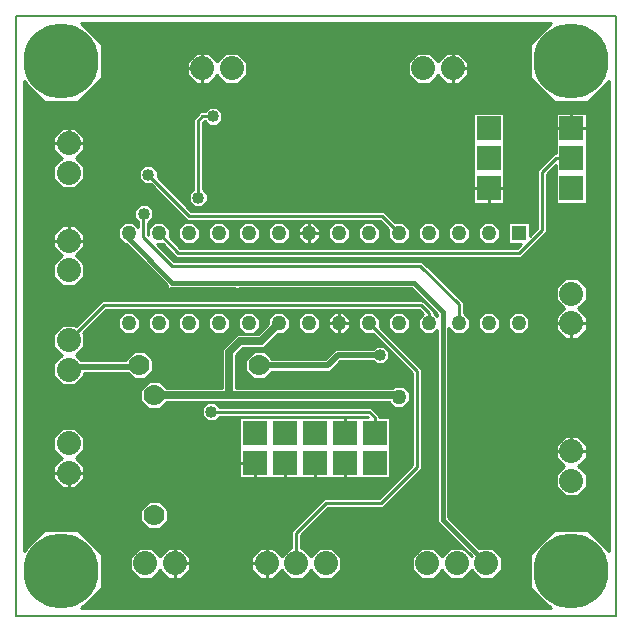
<source format=gbl>
G04 PROTEUS RS274X GERBER FILE*
%FSLAX24Y24*%
%MOIN*%
%ADD11C,0.0250*%
%ADD13C,0.0200*%
%ADD27C,0.0150*%
%ADD10C,0.0100*%
%ADD14C,0.0500*%
%ADD15C,0.0400*%
%ADD16C,0.0025*%
%ADD17R,0.0500X0.0500*%
%ADD19C,0.0700*%
%ADD70C,0.0800*%
%ADD71C,0.2500*%
%ADD20R,0.0800X0.0800*%
%ADD25C,0.0250*%
%ADD26C,0.0080*%
G54D11*
X+8750Y-10250D02*
X+8150Y-10850D01*
X+7450Y-10850D01*
X+7083Y-11216D01*
X+7083Y-12650D01*
X+4600Y-12650D01*
X+7083Y-12650D02*
X+12650Y-12650D01*
X+12750Y-12700D01*
G54D13*
X+8100Y-11650D02*
X+10375Y-11650D01*
X+10711Y-11314D01*
X+12120Y-11314D01*
G54D27*
X+15668Y-18250D02*
X+14215Y-16796D01*
X+14215Y-9865D01*
X+13250Y-8900D01*
X+5200Y-8900D01*
X+3750Y-7450D01*
X+3750Y-7250D01*
G54D10*
X+14750Y-10250D02*
X+14750Y-9616D01*
X+13464Y-8330D01*
X+5188Y-8330D01*
X+4225Y-7367D01*
X+4225Y-6624D01*
X+4250Y-6600D01*
X+6500Y-13200D02*
X+11771Y-13200D01*
X+11943Y-13371D01*
X+11943Y-13893D01*
X+11950Y-13900D01*
X+11750Y-10250D02*
X+13350Y-11850D01*
X+13350Y-15050D01*
X+12150Y-16250D01*
X+10334Y-16250D01*
X+9334Y-17250D01*
X+9334Y-18250D01*
G54D13*
X+4100Y-11650D02*
X+4100Y-11700D01*
X+1850Y-11700D01*
X+1750Y-11800D01*
G54D10*
X+13750Y-10250D02*
X+13750Y-9925D01*
X+13475Y-9650D01*
X+2915Y-9650D01*
X+1750Y-10815D01*
X+12750Y-7250D02*
X+12180Y-6680D01*
X+5767Y-6680D01*
X+4400Y-5300D01*
X+4750Y-7250D02*
X+5400Y-7900D01*
X+16763Y-7900D01*
X+17527Y-7136D01*
X+17527Y-5211D01*
X+17988Y-4750D01*
X+18500Y-4750D01*
X+6065Y-6060D02*
X+6060Y-3497D01*
X+6207Y-3350D01*
X+6562Y-3350D01*
G54D14*
X+12750Y-12700D03*
G54D15*
X+12120Y-11314D03*
X+4250Y-6600D03*
X+6500Y-13200D03*
X+4400Y-5300D03*
X+6065Y-6060D03*
X+6562Y-3350D03*
G54D10*
X+17140Y-936D02*
X+17140Y-2063D01*
X+17936Y-2859D01*
X+19063Y-2859D01*
X+19750Y-2173D01*
X+19750Y-17826D01*
X+19063Y-17140D01*
X+17936Y-17140D01*
X+17140Y-17936D01*
X+17140Y-19063D01*
X+17826Y-19750D01*
X+2173Y-19750D01*
X+2859Y-19063D01*
X+2859Y-17936D01*
X+2063Y-17140D01*
X+936Y-17140D01*
X+250Y-17826D01*
X+250Y-2173D01*
X+936Y-2859D01*
X+2063Y-2859D01*
X+2859Y-2063D01*
X+2859Y-936D01*
X+2173Y-250D01*
X+17826Y-250D01*
X+17140Y-936D01*
X+19009Y-4259D02*
X+19009Y-6259D01*
X+17990Y-6259D01*
X+17990Y-4974D01*
X+17687Y-5277D01*
X+17687Y-7202D01*
X+16829Y-8059D01*
X+5333Y-8059D01*
X+4883Y-7609D01*
X+4694Y-7609D01*
X+5255Y-8170D01*
X+13530Y-8170D01*
X+14909Y-9550D01*
X+14909Y-9900D01*
X+15109Y-10100D01*
X+15109Y-10399D01*
X+14899Y-10609D01*
X+14600Y-10609D01*
X+14400Y-10409D01*
X+14400Y-16720D01*
X+15438Y-17758D01*
X+15457Y-17740D01*
X+15879Y-17740D01*
X+16178Y-18038D01*
X+16178Y-18461D01*
X+15879Y-18759D01*
X+15457Y-18759D01*
X+15176Y-18479D01*
X+14895Y-18759D01*
X+14473Y-18759D01*
X+14192Y-18479D01*
X+13911Y-18759D01*
X+13488Y-18759D01*
X+13190Y-18461D01*
X+13190Y-18038D01*
X+13488Y-17740D01*
X+13911Y-17740D01*
X+14192Y-18020D01*
X+14473Y-17740D01*
X+14895Y-17740D01*
X+15176Y-18020D01*
X+15177Y-18020D01*
X+14030Y-16873D01*
X+14030Y-10478D01*
X+13899Y-10609D01*
X+13600Y-10609D01*
X+13390Y-10399D01*
X+13390Y-10100D01*
X+13544Y-9946D01*
X+13408Y-9809D01*
X+2982Y-9809D01*
X+2223Y-10568D01*
X+2259Y-10604D01*
X+2259Y-11026D01*
X+1979Y-11307D01*
X+2161Y-11490D01*
X+3640Y-11490D01*
X+3640Y-11459D01*
X+3909Y-11190D01*
X+4290Y-11190D01*
X+4559Y-11459D01*
X+4559Y-11840D01*
X+4290Y-12109D01*
X+3909Y-12109D01*
X+3709Y-11909D01*
X+2259Y-11909D01*
X+2259Y-12011D01*
X+1961Y-12309D01*
X+1538Y-12309D01*
X+1240Y-12011D01*
X+1240Y-11588D01*
X+1520Y-11307D01*
X+1240Y-11026D01*
X+1240Y-10604D01*
X+1538Y-10305D01*
X+1961Y-10305D01*
X+1997Y-10341D01*
X+2849Y-9490D01*
X+13541Y-9490D01*
X+13909Y-9858D01*
X+13909Y-9900D01*
X+14030Y-10021D01*
X+14030Y-9942D01*
X+13173Y-9084D01*
X+7411Y-9084D01*
X+7475Y-9148D01*
X+7475Y-9251D01*
X+7401Y-9325D01*
X+7298Y-9325D01*
X+7225Y-9251D01*
X+7225Y-9148D01*
X+7288Y-9084D01*
X+5125Y-9084D01*
X+5125Y-9151D01*
X+5051Y-9225D01*
X+4948Y-9225D01*
X+4875Y-9151D01*
X+4875Y-9048D01*
X+4948Y-8975D01*
X+5013Y-8975D01*
X+3648Y-7609D01*
X+3600Y-7609D01*
X+3390Y-7399D01*
X+3390Y-7100D01*
X+3600Y-6890D01*
X+3899Y-6890D01*
X+4065Y-7056D01*
X+4065Y-6854D01*
X+3940Y-6728D01*
X+3940Y-6471D01*
X+4121Y-6290D01*
X+4378Y-6290D01*
X+4559Y-6471D01*
X+4559Y-6728D01*
X+4385Y-6902D01*
X+4385Y-7301D01*
X+4390Y-7305D01*
X+4390Y-7100D01*
X+4600Y-6890D01*
X+4899Y-6890D01*
X+5109Y-7100D01*
X+5109Y-7383D01*
X+5466Y-7740D01*
X+16696Y-7740D01*
X+16826Y-7609D01*
X+16390Y-7609D01*
X+16390Y-6890D01*
X+17109Y-6890D01*
X+17109Y-7326D01*
X+17367Y-7069D01*
X+17367Y-5145D01*
X+17922Y-4590D01*
X+17990Y-4590D01*
X+17990Y-3240D01*
X+19009Y-3240D01*
X+19009Y-4259D01*
X+15600Y-6890D02*
X+15899Y-6890D01*
X+16109Y-7100D01*
X+16109Y-7399D01*
X+15899Y-7609D01*
X+15600Y-7609D01*
X+15390Y-7399D01*
X+15390Y-7100D01*
X+15600Y-6890D01*
X+14600Y-6890D02*
X+14899Y-6890D01*
X+15109Y-7100D01*
X+15109Y-7399D01*
X+14899Y-7609D01*
X+14600Y-7609D01*
X+14390Y-7399D01*
X+14390Y-7100D01*
X+14600Y-6890D01*
X+13600Y-6890D02*
X+13899Y-6890D01*
X+14109Y-7100D01*
X+14109Y-7399D01*
X+13899Y-7609D01*
X+13600Y-7609D01*
X+13390Y-7399D01*
X+13390Y-7100D01*
X+13600Y-6890D01*
X+4709Y-5171D02*
X+4709Y-5385D01*
X+5834Y-6520D01*
X+12246Y-6520D01*
X+12616Y-6890D01*
X+12899Y-6890D01*
X+13109Y-7100D01*
X+13109Y-7399D01*
X+12899Y-7609D01*
X+12600Y-7609D01*
X+12390Y-7399D01*
X+12390Y-7116D01*
X+12114Y-6840D01*
X+5833Y-6840D01*
X+5833Y-6840D01*
X+5767Y-6840D01*
X+5701Y-6840D01*
X+5701Y-6839D01*
X+5700Y-6839D01*
X+5654Y-6793D01*
X+5607Y-6746D01*
X+5607Y-6746D01*
X+4481Y-5609D01*
X+4271Y-5609D01*
X+4090Y-5428D01*
X+4090Y-5171D01*
X+4271Y-4990D01*
X+4528Y-4990D01*
X+4709Y-5171D01*
X+11600Y-6890D02*
X+11899Y-6890D01*
X+12109Y-7100D01*
X+12109Y-7399D01*
X+11899Y-7609D01*
X+11600Y-7609D01*
X+11390Y-7399D01*
X+11390Y-7100D01*
X+11600Y-6890D01*
X+10600Y-6890D02*
X+10899Y-6890D01*
X+11109Y-7100D01*
X+11109Y-7399D01*
X+10899Y-7609D01*
X+10600Y-7609D01*
X+10390Y-7399D01*
X+10390Y-7100D01*
X+10600Y-6890D01*
X+9600Y-6890D02*
X+9899Y-6890D01*
X+10109Y-7100D01*
X+10109Y-7399D01*
X+9899Y-7609D01*
X+9600Y-7609D01*
X+9390Y-7399D01*
X+9390Y-7100D01*
X+9600Y-6890D01*
X+8600Y-6890D02*
X+8899Y-6890D01*
X+9109Y-7100D01*
X+9109Y-7399D01*
X+8899Y-7609D01*
X+8600Y-7609D01*
X+8390Y-7399D01*
X+8390Y-7100D01*
X+8600Y-6890D01*
X+7600Y-6890D02*
X+7899Y-6890D01*
X+8109Y-7100D01*
X+8109Y-7399D01*
X+7899Y-7609D01*
X+7600Y-7609D01*
X+7390Y-7399D01*
X+7390Y-7100D01*
X+7600Y-6890D01*
X+6600Y-6890D02*
X+6899Y-6890D01*
X+7109Y-7100D01*
X+7109Y-7399D01*
X+6899Y-7609D01*
X+6600Y-7609D01*
X+6390Y-7399D01*
X+6390Y-7100D01*
X+6600Y-6890D01*
X+5600Y-6890D02*
X+5899Y-6890D01*
X+6109Y-7100D01*
X+6109Y-7399D01*
X+5899Y-7609D01*
X+5600Y-7609D01*
X+5390Y-7399D01*
X+5390Y-7100D01*
X+5600Y-6890D01*
X+3600Y-9890D02*
X+3899Y-9890D01*
X+4109Y-10100D01*
X+4109Y-10399D01*
X+3899Y-10609D01*
X+3600Y-10609D01*
X+3390Y-10399D01*
X+3390Y-10100D01*
X+3600Y-9890D01*
X+4600Y-9890D02*
X+4899Y-9890D01*
X+5109Y-10100D01*
X+5109Y-10399D01*
X+4899Y-10609D01*
X+4600Y-10609D01*
X+4390Y-10399D01*
X+4390Y-10100D01*
X+4600Y-9890D01*
X+5600Y-9890D02*
X+5899Y-9890D01*
X+6109Y-10100D01*
X+6109Y-10399D01*
X+5899Y-10609D01*
X+5600Y-10609D01*
X+5390Y-10399D01*
X+5390Y-10100D01*
X+5600Y-9890D01*
X+6600Y-9890D02*
X+6899Y-9890D01*
X+7109Y-10100D01*
X+7109Y-10399D01*
X+6899Y-10609D01*
X+6600Y-10609D01*
X+6390Y-10399D01*
X+6390Y-10100D01*
X+6600Y-9890D01*
X+7600Y-9890D02*
X+7899Y-9890D01*
X+8109Y-10100D01*
X+8109Y-10399D01*
X+7899Y-10609D01*
X+7600Y-10609D01*
X+7390Y-10399D01*
X+7390Y-10100D01*
X+7600Y-9890D01*
X+9109Y-10100D02*
X+9109Y-10399D01*
X+8899Y-10609D01*
X+8722Y-10609D01*
X+8247Y-11084D01*
X+7547Y-11084D01*
X+7318Y-11313D01*
X+7318Y-12415D01*
X+12525Y-12415D01*
X+12600Y-12340D01*
X+12899Y-12340D01*
X+13109Y-12550D01*
X+13109Y-12849D01*
X+12899Y-13059D01*
X+12600Y-13059D01*
X+12425Y-12884D01*
X+5015Y-12884D01*
X+4790Y-13109D01*
X+4409Y-13109D01*
X+4140Y-12840D01*
X+4140Y-12459D01*
X+4409Y-12190D01*
X+4790Y-12190D01*
X+5015Y-12415D01*
X+6848Y-12415D01*
X+6848Y-11118D01*
X+7352Y-10615D01*
X+8052Y-10615D01*
X+8390Y-10277D01*
X+8390Y-10100D01*
X+8600Y-9890D01*
X+8899Y-9890D01*
X+9109Y-10100D01*
X+9600Y-9890D02*
X+9899Y-9890D01*
X+10109Y-10100D01*
X+10109Y-10399D01*
X+9899Y-10609D01*
X+9600Y-10609D01*
X+9390Y-10399D01*
X+9390Y-10100D01*
X+9600Y-9890D01*
X+10600Y-9890D02*
X+10899Y-9890D01*
X+11109Y-10100D01*
X+11109Y-10399D01*
X+10899Y-10609D01*
X+10600Y-10609D01*
X+10390Y-10399D01*
X+10390Y-10100D01*
X+10600Y-9890D01*
X+12109Y-10100D02*
X+12109Y-10383D01*
X+13509Y-11783D01*
X+13509Y-15116D01*
X+12216Y-16409D01*
X+10400Y-16409D01*
X+9494Y-17316D01*
X+9494Y-17740D01*
X+9545Y-17740D01*
X+9826Y-18020D01*
X+10107Y-17740D01*
X+10529Y-17740D01*
X+10828Y-18038D01*
X+10828Y-18461D01*
X+10529Y-18759D01*
X+10107Y-18759D01*
X+9826Y-18479D01*
X+9545Y-18759D01*
X+9123Y-18759D01*
X+8842Y-18479D01*
X+8561Y-18759D01*
X+8138Y-18759D01*
X+7840Y-18461D01*
X+7840Y-18038D01*
X+8138Y-17740D01*
X+8561Y-17740D01*
X+8842Y-18020D01*
X+9123Y-17740D01*
X+9174Y-17740D01*
X+9174Y-17183D01*
X+10267Y-16090D01*
X+12083Y-16090D01*
X+13190Y-14983D01*
X+13190Y-11916D01*
X+11883Y-10609D01*
X+11600Y-10609D01*
X+11390Y-10399D01*
X+11390Y-10100D01*
X+11600Y-9890D01*
X+11899Y-9890D01*
X+12109Y-10100D01*
X+12600Y-9890D02*
X+12899Y-9890D01*
X+13109Y-10100D01*
X+13109Y-10399D01*
X+12899Y-10609D01*
X+12600Y-10609D01*
X+12390Y-10399D01*
X+12390Y-10100D01*
X+12600Y-9890D01*
X+15600Y-9890D02*
X+15899Y-9890D01*
X+16109Y-10100D01*
X+16109Y-10399D01*
X+15899Y-10609D01*
X+15600Y-10609D01*
X+15390Y-10399D01*
X+15390Y-10100D01*
X+15600Y-9890D01*
X+16593Y-9890D02*
X+16891Y-9890D01*
X+17102Y-10100D01*
X+17102Y-10399D01*
X+16891Y-10609D01*
X+16593Y-10609D01*
X+16382Y-10399D01*
X+16382Y-10100D01*
X+16593Y-9890D01*
X+12430Y-11186D02*
X+12430Y-11442D01*
X+12248Y-11624D01*
X+11992Y-11624D01*
X+11892Y-11524D01*
X+10798Y-11524D01*
X+10462Y-11859D01*
X+8540Y-11859D01*
X+8290Y-12109D01*
X+7909Y-12109D01*
X+7640Y-11840D01*
X+7640Y-11459D01*
X+7909Y-11190D01*
X+8290Y-11190D01*
X+8540Y-11440D01*
X+10288Y-11440D01*
X+10624Y-11104D01*
X+11892Y-11104D01*
X+11992Y-11004D01*
X+12248Y-11004D01*
X+12430Y-11186D01*
X+15059Y-1538D02*
X+15059Y-1961D01*
X+14761Y-2259D01*
X+14338Y-2259D01*
X+14057Y-1979D01*
X+13776Y-2259D01*
X+13354Y-2259D01*
X+13055Y-1961D01*
X+13055Y-1538D01*
X+13354Y-1240D01*
X+13776Y-1240D01*
X+14057Y-1520D01*
X+14338Y-1240D01*
X+14761Y-1240D01*
X+15059Y-1538D01*
X+2259Y-7288D02*
X+2259Y-7711D01*
X+1979Y-7992D01*
X+2259Y-8273D01*
X+2259Y-8695D01*
X+1961Y-8994D01*
X+1538Y-8994D01*
X+1240Y-8695D01*
X+1240Y-8273D01*
X+1520Y-7992D01*
X+1240Y-7711D01*
X+1240Y-7288D01*
X+1538Y-6990D01*
X+1961Y-6990D01*
X+2259Y-7288D01*
X+2259Y-4038D02*
X+2259Y-4461D01*
X+1979Y-4742D01*
X+2259Y-5023D01*
X+2259Y-5445D01*
X+1961Y-5744D01*
X+1538Y-5744D01*
X+1240Y-5445D01*
X+1240Y-5023D01*
X+1520Y-4742D01*
X+1240Y-4461D01*
X+1240Y-4038D01*
X+1538Y-3740D01*
X+1961Y-3740D01*
X+2259Y-4038D01*
X+19009Y-9054D02*
X+19009Y-9476D01*
X+18729Y-9757D01*
X+19009Y-10038D01*
X+19009Y-10461D01*
X+18711Y-10759D01*
X+18288Y-10759D01*
X+17990Y-10461D01*
X+17990Y-10038D01*
X+18270Y-9757D01*
X+17990Y-9476D01*
X+17990Y-9054D01*
X+18288Y-8755D01*
X+18711Y-8755D01*
X+19009Y-9054D01*
X+16259Y-4259D02*
X+16259Y-6259D01*
X+15240Y-6259D01*
X+15240Y-3240D01*
X+16259Y-3240D01*
X+16259Y-4259D01*
X+19009Y-14304D02*
X+19009Y-14726D01*
X+18729Y-15007D01*
X+19009Y-15288D01*
X+19009Y-15711D01*
X+18711Y-16009D01*
X+18288Y-16009D01*
X+17990Y-15711D01*
X+17990Y-15288D01*
X+18270Y-15007D01*
X+17990Y-14726D01*
X+17990Y-14304D01*
X+18288Y-14005D01*
X+18711Y-14005D01*
X+19009Y-14304D01*
X+6778Y-13040D02*
X+11838Y-13040D01*
X+12103Y-13305D01*
X+12103Y-13390D01*
X+12459Y-13390D01*
X+12459Y-15409D01*
X+7440Y-15409D01*
X+7440Y-13390D01*
X+11735Y-13390D01*
X+11705Y-13359D01*
X+6778Y-13359D01*
X+6628Y-13509D01*
X+6371Y-13509D01*
X+6190Y-13328D01*
X+6190Y-13071D01*
X+6371Y-12890D01*
X+6628Y-12890D01*
X+6778Y-13040D01*
X+5794Y-18038D02*
X+5794Y-18461D01*
X+5495Y-18759D01*
X+5073Y-18759D01*
X+4792Y-18479D01*
X+4511Y-18759D01*
X+4088Y-18759D01*
X+3790Y-18461D01*
X+3790Y-18038D01*
X+4088Y-17740D01*
X+4511Y-17740D01*
X+4792Y-18020D01*
X+5073Y-17740D01*
X+5495Y-17740D01*
X+5794Y-18038D01*
X+4790Y-17109D02*
X+4409Y-17109D01*
X+4140Y-16840D01*
X+4140Y-16459D01*
X+4409Y-16190D01*
X+4790Y-16190D01*
X+5059Y-16459D01*
X+5059Y-16840D01*
X+4790Y-17109D01*
X+4725Y-13451D02*
X+4725Y-13348D01*
X+4798Y-13275D01*
X+4901Y-13275D01*
X+4975Y-13348D01*
X+4975Y-13451D01*
X+4901Y-13525D01*
X+4798Y-13525D01*
X+4725Y-13451D01*
X+6025Y-14051D02*
X+6025Y-13948D01*
X+6098Y-13875D01*
X+6201Y-13875D01*
X+6275Y-13948D01*
X+6275Y-14051D01*
X+6201Y-14125D01*
X+6098Y-14125D01*
X+6025Y-14051D01*
X+7025Y-18301D02*
X+7025Y-18198D01*
X+7098Y-18125D01*
X+7201Y-18125D01*
X+7275Y-18198D01*
X+7275Y-18301D01*
X+7201Y-18375D01*
X+7098Y-18375D01*
X+7025Y-18301D01*
X+11575Y-17401D02*
X+11575Y-17298D01*
X+11648Y-17225D01*
X+11751Y-17225D01*
X+11825Y-17298D01*
X+11825Y-17401D01*
X+11751Y-17475D01*
X+11648Y-17475D01*
X+11575Y-17401D01*
X+11575Y-19151D02*
X+11575Y-19048D01*
X+11648Y-18975D01*
X+11751Y-18975D01*
X+11825Y-19048D01*
X+11825Y-19151D01*
X+11751Y-19225D01*
X+11648Y-19225D01*
X+11575Y-19151D01*
X+13225Y-11001D02*
X+13225Y-10898D01*
X+13298Y-10825D01*
X+13401Y-10825D01*
X+13475Y-10898D01*
X+13475Y-11001D01*
X+13401Y-11075D01*
X+13298Y-11075D01*
X+13225Y-11001D01*
X+15075Y-11401D02*
X+15075Y-11298D01*
X+15148Y-11225D01*
X+15251Y-11225D01*
X+15325Y-11298D01*
X+15325Y-11401D01*
X+15251Y-11475D01*
X+15148Y-11475D01*
X+15075Y-11401D01*
X+16225Y-13001D02*
X+16225Y-12898D01*
X+16298Y-12825D01*
X+16401Y-12825D01*
X+16475Y-12898D01*
X+16475Y-13001D01*
X+16401Y-13075D01*
X+16298Y-13075D01*
X+16225Y-13001D01*
X+17575Y-16651D02*
X+17575Y-16548D01*
X+17648Y-16475D01*
X+17751Y-16475D01*
X+17825Y-16548D01*
X+17825Y-16651D01*
X+17751Y-16725D01*
X+17648Y-16725D01*
X+17575Y-16651D01*
X+18975Y-13451D02*
X+18975Y-13348D01*
X+19048Y-13275D01*
X+19151Y-13275D01*
X+19225Y-13348D01*
X+19225Y-13451D01*
X+19151Y-13525D01*
X+19048Y-13525D01*
X+18975Y-13451D01*
X+15825Y-9401D02*
X+15825Y-9298D01*
X+15898Y-9225D01*
X+16001Y-9225D01*
X+16075Y-9298D01*
X+16075Y-9401D01*
X+16001Y-9475D01*
X+15898Y-9475D01*
X+15825Y-9401D01*
X+14575Y-8351D02*
X+14575Y-8248D01*
X+14648Y-8175D01*
X+14751Y-8175D01*
X+14825Y-8248D01*
X+14825Y-8351D01*
X+14751Y-8425D01*
X+14648Y-8425D01*
X+14575Y-8351D01*
X+14125Y-6351D02*
X+14125Y-6248D01*
X+14198Y-6175D01*
X+14301Y-6175D01*
X+14375Y-6248D01*
X+14375Y-6351D01*
X+14301Y-6425D01*
X+14198Y-6425D01*
X+14125Y-6351D01*
X+14125Y-5051D02*
X+14125Y-4948D01*
X+14198Y-4875D01*
X+14301Y-4875D01*
X+14375Y-4948D01*
X+14375Y-5051D01*
X+14301Y-5125D01*
X+14198Y-5125D01*
X+14125Y-5051D01*
X+16025Y-1951D02*
X+16025Y-1848D01*
X+16098Y-1775D01*
X+16201Y-1775D01*
X+16275Y-1848D01*
X+16275Y-1951D01*
X+16201Y-2025D01*
X+16098Y-2025D01*
X+16025Y-1951D01*
X+16725Y-2701D02*
X+16725Y-2598D01*
X+16798Y-2525D01*
X+16901Y-2525D01*
X+16975Y-2598D01*
X+16975Y-2701D01*
X+16901Y-2775D01*
X+16798Y-2775D01*
X+16725Y-2701D01*
X+17225Y-3401D02*
X+17225Y-3298D01*
X+17298Y-3225D01*
X+17401Y-3225D01*
X+17475Y-3298D01*
X+17475Y-3401D01*
X+17401Y-3475D01*
X+17298Y-3475D01*
X+17225Y-3401D01*
X+17075Y-4551D02*
X+17075Y-4448D01*
X+17148Y-4375D01*
X+17251Y-4375D01*
X+17325Y-4448D01*
X+17325Y-4551D01*
X+17251Y-4625D01*
X+17148Y-4625D01*
X+17075Y-4551D01*
X+16925Y-5801D02*
X+16925Y-5698D01*
X+16998Y-5625D01*
X+17101Y-5625D01*
X+17175Y-5698D01*
X+17175Y-5801D01*
X+17101Y-5875D01*
X+16998Y-5875D01*
X+16925Y-5801D01*
X+19275Y-6351D02*
X+19275Y-6248D01*
X+19348Y-6175D01*
X+19451Y-6175D01*
X+19525Y-6248D01*
X+19525Y-6351D01*
X+19451Y-6425D01*
X+19348Y-6425D01*
X+19275Y-6351D01*
X+19225Y-3051D02*
X+19225Y-2948D01*
X+19298Y-2875D01*
X+19401Y-2875D01*
X+19475Y-2948D01*
X+19475Y-3051D01*
X+19401Y-3125D01*
X+19298Y-3125D01*
X+19225Y-3051D01*
X+10075Y-901D02*
X+10075Y-798D01*
X+10148Y-725D01*
X+10251Y-725D01*
X+10325Y-798D01*
X+10325Y-901D01*
X+10251Y-975D01*
X+10148Y-975D01*
X+10075Y-901D01*
X+11425Y-901D02*
X+11425Y-798D01*
X+11498Y-725D01*
X+11601Y-725D01*
X+11675Y-798D01*
X+11675Y-901D01*
X+11601Y-975D01*
X+11498Y-975D01*
X+11425Y-901D01*
X+10075Y-2001D02*
X+10075Y-1898D01*
X+10148Y-1825D01*
X+10251Y-1825D01*
X+10325Y-1898D01*
X+10325Y-2001D01*
X+10251Y-2075D01*
X+10148Y-2075D01*
X+10075Y-2001D01*
X+11425Y-2001D02*
X+11425Y-1898D01*
X+11498Y-1825D01*
X+11601Y-1825D01*
X+11675Y-1898D01*
X+11675Y-2001D01*
X+11601Y-2075D01*
X+11498Y-2075D01*
X+11425Y-2001D01*
X+7025Y-4451D02*
X+7025Y-4348D01*
X+7098Y-4275D01*
X+7201Y-4275D01*
X+7275Y-4348D01*
X+7275Y-4451D01*
X+7201Y-4525D01*
X+7098Y-4525D01*
X+7025Y-4451D01*
X+10475Y-4401D02*
X+10475Y-4298D01*
X+10548Y-4225D01*
X+10651Y-4225D01*
X+10725Y-4298D01*
X+10725Y-4401D01*
X+10651Y-4475D01*
X+10548Y-4475D01*
X+10475Y-4401D01*
X+4425Y-951D02*
X+4425Y-848D01*
X+4498Y-775D01*
X+4601Y-775D01*
X+4675Y-848D01*
X+4675Y-951D01*
X+4601Y-1025D01*
X+4498Y-1025D01*
X+4425Y-951D01*
X+4425Y-2901D02*
X+4425Y-2798D01*
X+4498Y-2725D01*
X+4601Y-2725D01*
X+4675Y-2798D01*
X+4675Y-2901D01*
X+4601Y-2975D01*
X+4498Y-2975D01*
X+4425Y-2901D01*
X+3325Y-951D02*
X+3325Y-848D01*
X+3398Y-775D01*
X+3501Y-775D01*
X+3575Y-848D01*
X+3575Y-951D01*
X+3501Y-1025D01*
X+3398Y-1025D01*
X+3325Y-951D01*
X+575Y-3401D02*
X+575Y-3298D01*
X+648Y-3225D01*
X+751Y-3225D01*
X+825Y-3298D01*
X+825Y-3401D01*
X+751Y-3475D01*
X+648Y-3475D01*
X+575Y-3401D01*
X+3325Y-2901D02*
X+3325Y-2798D01*
X+3398Y-2725D01*
X+3501Y-2725D01*
X+3575Y-2798D01*
X+3575Y-2901D01*
X+3501Y-2975D01*
X+3398Y-2975D01*
X+3325Y-2901D01*
X+575Y-5401D02*
X+575Y-5298D01*
X+648Y-5225D01*
X+751Y-5225D01*
X+825Y-5298D01*
X+825Y-5401D01*
X+751Y-5475D01*
X+648Y-5475D01*
X+575Y-5401D01*
X+1725Y-9501D02*
X+1725Y-9398D01*
X+1798Y-9325D01*
X+1901Y-9325D01*
X+1975Y-9398D01*
X+1975Y-9501D01*
X+1901Y-9575D01*
X+1798Y-9575D01*
X+1725Y-9501D01*
X+1625Y-12901D02*
X+1625Y-12798D01*
X+1698Y-12725D01*
X+1801Y-12725D01*
X+1875Y-12798D01*
X+1875Y-12901D01*
X+1801Y-12975D01*
X+1698Y-12975D01*
X+1625Y-12901D01*
X+575Y-15151D02*
X+575Y-15048D01*
X+648Y-14975D01*
X+751Y-14975D01*
X+825Y-15048D01*
X+825Y-15151D01*
X+751Y-15225D01*
X+648Y-15225D01*
X+575Y-15151D01*
X+2875Y-17251D02*
X+2875Y-17148D01*
X+2948Y-17075D01*
X+3051Y-17075D01*
X+3125Y-17148D01*
X+3125Y-17251D01*
X+3051Y-17325D01*
X+2948Y-17325D01*
X+2875Y-17251D01*
X+5025Y-11001D02*
X+5025Y-10898D01*
X+5098Y-10825D01*
X+5201Y-10825D01*
X+5275Y-10898D01*
X+5275Y-11001D01*
X+5201Y-11075D01*
X+5098Y-11075D01*
X+5025Y-11001D01*
X+10675Y-12051D02*
X+10675Y-11948D01*
X+10748Y-11875D01*
X+10851Y-11875D01*
X+10925Y-11948D01*
X+10925Y-12051D01*
X+10851Y-12125D01*
X+10748Y-12125D01*
X+10675Y-12051D01*
X+8525Y-15951D02*
X+8525Y-15848D01*
X+8598Y-15775D01*
X+8701Y-15775D01*
X+8775Y-15848D01*
X+8775Y-15951D01*
X+8701Y-16025D01*
X+8598Y-16025D01*
X+8525Y-15951D01*
X+6675Y-14751D02*
X+6675Y-14648D01*
X+6748Y-14575D01*
X+6851Y-14575D01*
X+6925Y-14648D01*
X+6925Y-14751D01*
X+6851Y-14825D01*
X+6748Y-14825D01*
X+6675Y-14751D01*
X+12725Y-14001D02*
X+12725Y-13898D01*
X+12798Y-13825D01*
X+12901Y-13825D01*
X+12975Y-13898D01*
X+12975Y-14001D01*
X+12901Y-14075D01*
X+12798Y-14075D01*
X+12725Y-14001D01*
X+11725Y-12101D02*
X+11725Y-11998D01*
X+11798Y-11925D01*
X+11901Y-11925D01*
X+11975Y-11998D01*
X+11975Y-12101D01*
X+11901Y-12175D01*
X+11798Y-12175D01*
X+11725Y-12101D01*
X+9125Y-10851D02*
X+9125Y-10748D01*
X+9198Y-10675D01*
X+9301Y-10675D01*
X+9375Y-10748D01*
X+9375Y-10851D01*
X+9301Y-10925D01*
X+9198Y-10925D01*
X+9125Y-10851D01*
X+6475Y-6151D02*
X+6475Y-6048D01*
X+6548Y-5975D01*
X+6651Y-5975D01*
X+6725Y-6048D01*
X+6725Y-6151D01*
X+6651Y-6225D01*
X+6548Y-6225D01*
X+6475Y-6151D01*
X+8325Y-6201D02*
X+8325Y-6098D01*
X+8398Y-6025D01*
X+8501Y-6025D01*
X+8575Y-6098D01*
X+8575Y-6201D01*
X+8501Y-6275D01*
X+8398Y-6275D01*
X+8325Y-6201D01*
X+8775Y-4351D02*
X+8775Y-4248D01*
X+8848Y-4175D01*
X+8951Y-4175D01*
X+9025Y-4248D01*
X+9025Y-4351D01*
X+8951Y-4425D01*
X+8848Y-4425D01*
X+8775Y-4351D01*
X+12375Y-3251D02*
X+12375Y-3148D01*
X+12448Y-3075D01*
X+12551Y-3075D01*
X+12625Y-3148D01*
X+12625Y-3251D01*
X+12551Y-3325D01*
X+12448Y-3325D01*
X+12375Y-3251D01*
X+13025Y-2851D02*
X+13025Y-2748D01*
X+13098Y-2675D01*
X+13201Y-2675D01*
X+13275Y-2748D01*
X+13275Y-2851D01*
X+13201Y-2925D01*
X+13098Y-2925D01*
X+13025Y-2851D01*
X+10175Y-9301D02*
X+10175Y-9198D01*
X+10248Y-9125D01*
X+10351Y-9125D01*
X+10425Y-9198D01*
X+10425Y-9301D01*
X+10351Y-9375D01*
X+10248Y-9375D01*
X+10175Y-9301D01*
X+4025Y-9101D02*
X+4025Y-8998D01*
X+4098Y-8925D01*
X+4201Y-8925D01*
X+4275Y-8998D01*
X+4275Y-9101D01*
X+4201Y-9175D01*
X+4098Y-9175D01*
X+4025Y-9101D01*
X+3275Y-8001D02*
X+3275Y-7898D01*
X+3348Y-7825D01*
X+3451Y-7825D01*
X+3525Y-7898D01*
X+3525Y-8001D01*
X+3451Y-8075D01*
X+3348Y-8075D01*
X+3275Y-8001D01*
X+15075Y-13001D02*
X+15075Y-12898D01*
X+15148Y-12825D01*
X+15251Y-12825D01*
X+15325Y-12898D01*
X+15325Y-13001D01*
X+15251Y-13075D01*
X+15148Y-13075D01*
X+15075Y-13001D01*
X+16225Y-11401D02*
X+16225Y-11298D01*
X+16298Y-11225D01*
X+16401Y-11225D01*
X+16475Y-11298D01*
X+16475Y-11401D01*
X+16401Y-11475D01*
X+16298Y-11475D01*
X+16225Y-11401D01*
X+2259Y-14038D02*
X+2259Y-14461D01*
X+1979Y-14742D01*
X+2259Y-15023D01*
X+2259Y-15445D01*
X+1961Y-15744D01*
X+1538Y-15744D01*
X+1240Y-15445D01*
X+1240Y-15023D01*
X+1520Y-14742D01*
X+1240Y-14461D01*
X+1240Y-14038D01*
X+1538Y-13740D01*
X+1961Y-13740D01*
X+2259Y-14038D01*
X+7694Y-1538D02*
X+7694Y-1961D01*
X+7395Y-2259D01*
X+6973Y-2259D01*
X+6692Y-1979D01*
X+6411Y-2259D01*
X+5988Y-2259D01*
X+5690Y-1961D01*
X+5690Y-1538D01*
X+5988Y-1240D01*
X+6411Y-1240D01*
X+6692Y-1520D01*
X+6973Y-1240D01*
X+7395Y-1240D01*
X+7694Y-1538D01*
X+6872Y-3221D02*
X+6872Y-3478D01*
X+6690Y-3659D01*
X+6433Y-3659D01*
X+6283Y-3509D01*
X+6273Y-3509D01*
X+6220Y-3563D01*
X+6225Y-5781D01*
X+6375Y-5932D01*
X+6375Y-6189D01*
X+6194Y-6370D01*
X+5937Y-6370D01*
X+5755Y-6189D01*
X+5755Y-5932D01*
X+5905Y-5782D01*
X+5900Y-3563D01*
X+5900Y-3563D01*
X+5900Y-3496D01*
X+5900Y-3431D01*
X+5900Y-3431D01*
X+5900Y-3430D01*
X+5948Y-3382D01*
X+5993Y-3337D01*
X+5993Y-3337D01*
X+6047Y-3283D01*
X+6047Y-3283D01*
X+6093Y-3237D01*
X+6140Y-3190D01*
X+6140Y-3190D01*
X+6140Y-3190D01*
X+6206Y-3190D01*
X+6273Y-3189D01*
X+6273Y-3190D01*
X+6283Y-3190D01*
X+6433Y-3040D01*
X+6690Y-3040D01*
X+6872Y-3221D01*
G54D16*
X+2173Y-19750D02*
X+17826Y-19750D01*
X+2192Y-19730D02*
X+17806Y-19730D01*
X+2212Y-19710D02*
X+17786Y-19710D01*
X+2232Y-19690D02*
X+17766Y-19690D01*
X+2252Y-19670D02*
X+17746Y-19670D01*
X+2272Y-19650D02*
X+17726Y-19650D01*
X+2292Y-19630D02*
X+17706Y-19630D01*
X+2312Y-19610D02*
X+17686Y-19610D01*
X+2332Y-19590D02*
X+17666Y-19590D01*
X+2352Y-19570D02*
X+17646Y-19570D01*
X+2372Y-19550D02*
X+17626Y-19550D01*
X+2392Y-19530D02*
X+17606Y-19530D01*
X+2412Y-19510D02*
X+17586Y-19510D01*
X+2432Y-19490D02*
X+17566Y-19490D01*
X+2452Y-19470D02*
X+17546Y-19470D01*
X+2472Y-19450D02*
X+17526Y-19450D01*
X+2492Y-19430D02*
X+17506Y-19430D01*
X+2512Y-19410D02*
X+17486Y-19410D01*
X+2532Y-19390D02*
X+17466Y-19390D01*
X+2552Y-19370D02*
X+17446Y-19370D01*
X+2572Y-19350D02*
X+17426Y-19350D01*
X+2592Y-19330D02*
X+17406Y-19330D01*
X+2612Y-19310D02*
X+17386Y-19310D01*
X+2632Y-19290D02*
X+17366Y-19290D01*
X+2652Y-19270D02*
X+17346Y-19270D01*
X+2672Y-19250D02*
X+17326Y-19250D01*
X+2692Y-19230D02*
X+17306Y-19230D01*
X+2712Y-19210D02*
X+11633Y-19210D01*
X+11766Y-19210D02*
X+17286Y-19210D01*
X+2732Y-19190D02*
X+11613Y-19190D01*
X+11786Y-19190D02*
X+17266Y-19190D01*
X+2752Y-19170D02*
X+11593Y-19170D01*
X+11806Y-19170D02*
X+17246Y-19170D01*
X+2772Y-19150D02*
X+11575Y-19150D01*
X+11825Y-19150D02*
X+17226Y-19150D01*
X+2792Y-19130D02*
X+11575Y-19130D01*
X+11825Y-19130D02*
X+17206Y-19130D01*
X+2812Y-19110D02*
X+11575Y-19110D01*
X+11825Y-19110D02*
X+17186Y-19110D01*
X+2832Y-19090D02*
X+11575Y-19090D01*
X+11825Y-19090D02*
X+17166Y-19090D01*
X+2852Y-19070D02*
X+11575Y-19070D01*
X+11825Y-19070D02*
X+17146Y-19070D01*
X+2859Y-19050D02*
X+11575Y-19050D01*
X+11825Y-19050D02*
X+17140Y-19050D01*
X+2859Y-19030D02*
X+11593Y-19030D01*
X+11806Y-19030D02*
X+17140Y-19030D01*
X+2859Y-19010D02*
X+11613Y-19010D01*
X+11786Y-19010D02*
X+17140Y-19010D01*
X+2859Y-18990D02*
X+11633Y-18990D01*
X+11766Y-18990D02*
X+17140Y-18990D01*
X+2859Y-18970D02*
X+17140Y-18970D01*
X+2859Y-18950D02*
X+17140Y-18950D01*
X+2859Y-18930D02*
X+17140Y-18930D01*
X+2859Y-18910D02*
X+17140Y-18910D01*
X+2859Y-18890D02*
X+17140Y-18890D01*
X+2859Y-18870D02*
X+17140Y-18870D01*
X+2859Y-18850D02*
X+17140Y-18850D01*
X+2859Y-18830D02*
X+17140Y-18830D01*
X+2859Y-18810D02*
X+17140Y-18810D01*
X+2859Y-18790D02*
X+17140Y-18790D01*
X+2859Y-18770D02*
X+17140Y-18770D01*
X+2859Y-18750D02*
X+4079Y-18750D01*
X+4520Y-18750D02*
X+5063Y-18750D01*
X+5504Y-18750D02*
X+8129Y-18750D01*
X+8570Y-18750D02*
X+9113Y-18750D01*
X+9554Y-18750D02*
X+10097Y-18750D01*
X+10538Y-18750D02*
X+13479Y-18750D01*
X+13920Y-18750D02*
X+14463Y-18750D01*
X+14904Y-18750D02*
X+15447Y-18750D01*
X+15888Y-18750D02*
X+17140Y-18750D01*
X+2859Y-18730D02*
X+4059Y-18730D01*
X+4540Y-18730D02*
X+5043Y-18730D01*
X+5524Y-18730D02*
X+8109Y-18730D01*
X+8590Y-18730D02*
X+9093Y-18730D01*
X+9574Y-18730D02*
X+10077Y-18730D01*
X+10558Y-18730D02*
X+13459Y-18730D01*
X+13940Y-18730D02*
X+14443Y-18730D01*
X+14924Y-18730D02*
X+15427Y-18730D01*
X+15908Y-18730D02*
X+17140Y-18730D01*
X+2859Y-18710D02*
X+4039Y-18710D01*
X+4560Y-18710D02*
X+5023Y-18710D01*
X+5544Y-18710D02*
X+8089Y-18710D01*
X+8610Y-18710D02*
X+9073Y-18710D01*
X+9594Y-18710D02*
X+10057Y-18710D01*
X+10578Y-18710D02*
X+13439Y-18710D01*
X+13960Y-18710D02*
X+14423Y-18710D01*
X+14944Y-18710D02*
X+15407Y-18710D01*
X+15928Y-18710D02*
X+17140Y-18710D01*
X+2859Y-18690D02*
X+4019Y-18690D01*
X+4580Y-18690D02*
X+5003Y-18690D01*
X+5564Y-18690D02*
X+8069Y-18690D01*
X+8630Y-18690D02*
X+9053Y-18690D01*
X+9614Y-18690D02*
X+10037Y-18690D01*
X+10598Y-18690D02*
X+13419Y-18690D01*
X+13980Y-18690D02*
X+14403Y-18690D01*
X+14964Y-18690D02*
X+15387Y-18690D01*
X+15948Y-18690D02*
X+17140Y-18690D01*
X+2859Y-18670D02*
X+3999Y-18670D01*
X+4600Y-18670D02*
X+4983Y-18670D01*
X+5584Y-18670D02*
X+8049Y-18670D01*
X+8650Y-18670D02*
X+9033Y-18670D01*
X+9634Y-18670D02*
X+10017Y-18670D01*
X+10618Y-18670D02*
X+13399Y-18670D01*
X+14000Y-18670D02*
X+14383Y-18670D01*
X+14984Y-18670D02*
X+15367Y-18670D01*
X+15968Y-18670D02*
X+17140Y-18670D01*
X+2859Y-18650D02*
X+3979Y-18650D01*
X+4620Y-18650D02*
X+4963Y-18650D01*
X+5604Y-18650D02*
X+8029Y-18650D01*
X+8670Y-18650D02*
X+9013Y-18650D01*
X+9654Y-18650D02*
X+9997Y-18650D01*
X+10638Y-18650D02*
X+13379Y-18650D01*
X+14020Y-18650D02*
X+14363Y-18650D01*
X+15004Y-18650D02*
X+15347Y-18650D01*
X+15988Y-18650D02*
X+17140Y-18650D01*
X+2859Y-18630D02*
X+3959Y-18630D01*
X+4640Y-18630D02*
X+4943Y-18630D01*
X+5624Y-18630D02*
X+8009Y-18630D01*
X+8690Y-18630D02*
X+8993Y-18630D01*
X+9674Y-18630D02*
X+9977Y-18630D01*
X+10658Y-18630D02*
X+13359Y-18630D01*
X+14040Y-18630D02*
X+14343Y-18630D01*
X+15024Y-18630D02*
X+15327Y-18630D01*
X+16008Y-18630D02*
X+17140Y-18630D01*
X+2859Y-18610D02*
X+3939Y-18610D01*
X+4660Y-18610D02*
X+4923Y-18610D01*
X+5644Y-18610D02*
X+7989Y-18610D01*
X+8710Y-18610D02*
X+8973Y-18610D01*
X+9694Y-18610D02*
X+9957Y-18610D01*
X+10678Y-18610D02*
X+13339Y-18610D01*
X+14060Y-18610D02*
X+14323Y-18610D01*
X+15044Y-18610D02*
X+15307Y-18610D01*
X+16028Y-18610D02*
X+17140Y-18610D01*
X+2859Y-18590D02*
X+3919Y-18590D01*
X+4680Y-18590D02*
X+4903Y-18590D01*
X+5664Y-18590D02*
X+7969Y-18590D01*
X+8730Y-18590D02*
X+8953Y-18590D01*
X+9714Y-18590D02*
X+9937Y-18590D01*
X+10698Y-18590D02*
X+13319Y-18590D01*
X+14080Y-18590D02*
X+14303Y-18590D01*
X+15064Y-18590D02*
X+15287Y-18590D01*
X+16048Y-18590D02*
X+17140Y-18590D01*
X+2859Y-18570D02*
X+3899Y-18570D01*
X+4700Y-18570D02*
X+4883Y-18570D01*
X+5684Y-18570D02*
X+7949Y-18570D01*
X+8750Y-18570D02*
X+8933Y-18570D01*
X+9734Y-18570D02*
X+9917Y-18570D01*
X+10718Y-18570D02*
X+13299Y-18570D01*
X+14100Y-18570D02*
X+14283Y-18570D01*
X+15084Y-18570D02*
X+15267Y-18570D01*
X+16068Y-18570D02*
X+17140Y-18570D01*
X+2859Y-18550D02*
X+3879Y-18550D01*
X+4720Y-18550D02*
X+4863Y-18550D01*
X+5704Y-18550D02*
X+7929Y-18550D01*
X+8770Y-18550D02*
X+8913Y-18550D01*
X+9754Y-18550D02*
X+9897Y-18550D01*
X+10738Y-18550D02*
X+13279Y-18550D01*
X+14120Y-18550D02*
X+14263Y-18550D01*
X+15104Y-18550D02*
X+15247Y-18550D01*
X+16088Y-18550D02*
X+17140Y-18550D01*
X+2859Y-18530D02*
X+3859Y-18530D01*
X+4740Y-18530D02*
X+4843Y-18530D01*
X+5724Y-18530D02*
X+7909Y-18530D01*
X+8790Y-18530D02*
X+8893Y-18530D01*
X+9774Y-18530D02*
X+9877Y-18530D01*
X+10758Y-18530D02*
X+13259Y-18530D01*
X+14140Y-18530D02*
X+14243Y-18530D01*
X+15124Y-18530D02*
X+15227Y-18530D01*
X+16108Y-18530D02*
X+17140Y-18530D01*
X+2859Y-18510D02*
X+3839Y-18510D01*
X+4760Y-18510D02*
X+4823Y-18510D01*
X+5744Y-18510D02*
X+7889Y-18510D01*
X+8810Y-18510D02*
X+8873Y-18510D01*
X+9794Y-18510D02*
X+9857Y-18510D01*
X+10778Y-18510D02*
X+13239Y-18510D01*
X+14160Y-18510D02*
X+14223Y-18510D01*
X+15144Y-18510D02*
X+15207Y-18510D01*
X+16128Y-18510D02*
X+17140Y-18510D01*
X+2859Y-18490D02*
X+3819Y-18490D01*
X+4780Y-18490D02*
X+4803Y-18490D01*
X+5764Y-18490D02*
X+7869Y-18490D01*
X+8830Y-18490D02*
X+8853Y-18490D01*
X+9814Y-18490D02*
X+9837Y-18490D01*
X+10798Y-18490D02*
X+13219Y-18490D01*
X+14180Y-18490D02*
X+14203Y-18490D01*
X+15164Y-18490D02*
X+15187Y-18490D01*
X+16148Y-18490D02*
X+17140Y-18490D01*
X+2859Y-18470D02*
X+3799Y-18470D01*
X+5784Y-18470D02*
X+7849Y-18470D01*
X+10818Y-18470D02*
X+13199Y-18470D01*
X+16168Y-18470D02*
X+17140Y-18470D01*
X+2859Y-18450D02*
X+3790Y-18450D01*
X+5794Y-18450D02*
X+7840Y-18450D01*
X+10828Y-18450D02*
X+13190Y-18450D01*
X+16178Y-18450D02*
X+17140Y-18450D01*
X+2859Y-18430D02*
X+3790Y-18430D01*
X+5794Y-18430D02*
X+7840Y-18430D01*
X+10828Y-18430D02*
X+13190Y-18430D01*
X+16178Y-18430D02*
X+17140Y-18430D01*
X+2859Y-18410D02*
X+3790Y-18410D01*
X+5794Y-18410D02*
X+7840Y-18410D01*
X+10828Y-18410D02*
X+13190Y-18410D01*
X+16178Y-18410D02*
X+17140Y-18410D01*
X+2859Y-18390D02*
X+3790Y-18390D01*
X+5794Y-18390D02*
X+7840Y-18390D01*
X+10828Y-18390D02*
X+13190Y-18390D01*
X+16178Y-18390D02*
X+17140Y-18390D01*
X+2859Y-18370D02*
X+3790Y-18370D01*
X+5794Y-18370D02*
X+7093Y-18370D01*
X+7206Y-18370D02*
X+7840Y-18370D01*
X+10828Y-18370D02*
X+13190Y-18370D01*
X+16178Y-18370D02*
X+17140Y-18370D01*
X+2859Y-18350D02*
X+3790Y-18350D01*
X+5794Y-18350D02*
X+7073Y-18350D01*
X+7226Y-18350D02*
X+7840Y-18350D01*
X+10828Y-18350D02*
X+13190Y-18350D01*
X+16178Y-18350D02*
X+17140Y-18350D01*
X+2859Y-18330D02*
X+3790Y-18330D01*
X+5794Y-18330D02*
X+7053Y-18330D01*
X+7246Y-18330D02*
X+7840Y-18330D01*
X+10828Y-18330D02*
X+13190Y-18330D01*
X+16178Y-18330D02*
X+17140Y-18330D01*
X+2859Y-18310D02*
X+3790Y-18310D01*
X+5794Y-18310D02*
X+7033Y-18310D01*
X+7266Y-18310D02*
X+7840Y-18310D01*
X+10828Y-18310D02*
X+13190Y-18310D01*
X+16178Y-18310D02*
X+17140Y-18310D01*
X+2859Y-18290D02*
X+3790Y-18290D01*
X+5794Y-18290D02*
X+7025Y-18290D01*
X+7275Y-18290D02*
X+7840Y-18290D01*
X+10828Y-18290D02*
X+13190Y-18290D01*
X+16178Y-18290D02*
X+17140Y-18290D01*
X+2859Y-18270D02*
X+3790Y-18270D01*
X+5794Y-18270D02*
X+7025Y-18270D01*
X+7275Y-18270D02*
X+7840Y-18270D01*
X+10828Y-18270D02*
X+13190Y-18270D01*
X+16178Y-18270D02*
X+17140Y-18270D01*
X+2859Y-18250D02*
X+3790Y-18250D01*
X+5794Y-18250D02*
X+7025Y-18250D01*
X+7275Y-18250D02*
X+7840Y-18250D01*
X+10828Y-18250D02*
X+13190Y-18250D01*
X+16178Y-18250D02*
X+17140Y-18250D01*
X+2859Y-18230D02*
X+3790Y-18230D01*
X+5794Y-18230D02*
X+7025Y-18230D01*
X+7275Y-18230D02*
X+7840Y-18230D01*
X+10828Y-18230D02*
X+13190Y-18230D01*
X+16178Y-18230D02*
X+17140Y-18230D01*
X+2859Y-18210D02*
X+3790Y-18210D01*
X+5794Y-18210D02*
X+7025Y-18210D01*
X+7275Y-18210D02*
X+7840Y-18210D01*
X+10828Y-18210D02*
X+13190Y-18210D01*
X+16178Y-18210D02*
X+17140Y-18210D01*
X+2859Y-18190D02*
X+3790Y-18190D01*
X+5794Y-18190D02*
X+7033Y-18190D01*
X+7266Y-18190D02*
X+7840Y-18190D01*
X+10828Y-18190D02*
X+13190Y-18190D01*
X+16178Y-18190D02*
X+17140Y-18190D01*
X+2859Y-18170D02*
X+3790Y-18170D01*
X+5794Y-18170D02*
X+7053Y-18170D01*
X+7246Y-18170D02*
X+7840Y-18170D01*
X+10828Y-18170D02*
X+13190Y-18170D01*
X+16178Y-18170D02*
X+17140Y-18170D01*
X+2859Y-18150D02*
X+3790Y-18150D01*
X+5794Y-18150D02*
X+7073Y-18150D01*
X+7226Y-18150D02*
X+7840Y-18150D01*
X+10828Y-18150D02*
X+13190Y-18150D01*
X+16178Y-18150D02*
X+17140Y-18150D01*
X+2859Y-18130D02*
X+3790Y-18130D01*
X+5794Y-18130D02*
X+7093Y-18130D01*
X+7206Y-18130D02*
X+7840Y-18130D01*
X+10828Y-18130D02*
X+13190Y-18130D01*
X+16178Y-18130D02*
X+17140Y-18130D01*
X+2859Y-18110D02*
X+3790Y-18110D01*
X+5794Y-18110D02*
X+7840Y-18110D01*
X+10828Y-18110D02*
X+13190Y-18110D01*
X+16178Y-18110D02*
X+17140Y-18110D01*
X+2859Y-18090D02*
X+3790Y-18090D01*
X+5794Y-18090D02*
X+7840Y-18090D01*
X+10828Y-18090D02*
X+13190Y-18090D01*
X+16178Y-18090D02*
X+17140Y-18090D01*
X+2859Y-18070D02*
X+3790Y-18070D01*
X+5794Y-18070D02*
X+7840Y-18070D01*
X+10828Y-18070D02*
X+13190Y-18070D01*
X+16178Y-18070D02*
X+17140Y-18070D01*
X+2859Y-18050D02*
X+3790Y-18050D01*
X+5794Y-18050D02*
X+7840Y-18050D01*
X+10828Y-18050D02*
X+13190Y-18050D01*
X+16178Y-18050D02*
X+17140Y-18050D01*
X+2859Y-18030D02*
X+3798Y-18030D01*
X+5785Y-18030D02*
X+7848Y-18030D01*
X+10819Y-18030D02*
X+13198Y-18030D01*
X+16169Y-18030D02*
X+17140Y-18030D01*
X+2859Y-18010D02*
X+3818Y-18010D01*
X+4781Y-18010D02*
X+4802Y-18010D01*
X+5765Y-18010D02*
X+7868Y-18010D01*
X+8831Y-18010D02*
X+8852Y-18010D01*
X+9815Y-18010D02*
X+9836Y-18010D01*
X+10799Y-18010D02*
X+13218Y-18010D01*
X+14181Y-18010D02*
X+14202Y-18010D01*
X+15165Y-18010D02*
X+15167Y-18010D01*
X+16149Y-18010D02*
X+17140Y-18010D01*
X+2859Y-17990D02*
X+3838Y-17990D01*
X+4761Y-17990D02*
X+4822Y-17990D01*
X+5745Y-17990D02*
X+7888Y-17990D01*
X+8811Y-17990D02*
X+8872Y-17990D01*
X+9795Y-17990D02*
X+9856Y-17990D01*
X+10779Y-17990D02*
X+13238Y-17990D01*
X+14161Y-17990D02*
X+14222Y-17990D01*
X+15145Y-17990D02*
X+15147Y-17990D01*
X+16129Y-17990D02*
X+17140Y-17990D01*
X+2859Y-17970D02*
X+3858Y-17970D01*
X+4741Y-17970D02*
X+4842Y-17970D01*
X+5725Y-17970D02*
X+7908Y-17970D01*
X+8791Y-17970D02*
X+8892Y-17970D01*
X+9775Y-17970D02*
X+9876Y-17970D01*
X+10759Y-17970D02*
X+13258Y-17970D01*
X+14141Y-17970D02*
X+14242Y-17970D01*
X+15125Y-17970D02*
X+15127Y-17970D01*
X+16109Y-17970D02*
X+17140Y-17970D01*
X+2859Y-17950D02*
X+3878Y-17950D01*
X+4721Y-17950D02*
X+4862Y-17950D01*
X+5705Y-17950D02*
X+7928Y-17950D01*
X+8771Y-17950D02*
X+8912Y-17950D01*
X+9755Y-17950D02*
X+9896Y-17950D01*
X+10739Y-17950D02*
X+13278Y-17950D01*
X+14121Y-17950D02*
X+14262Y-17950D01*
X+15105Y-17950D02*
X+15107Y-17950D01*
X+16089Y-17950D02*
X+17140Y-17950D01*
X+2853Y-17930D02*
X+3898Y-17930D01*
X+4701Y-17930D02*
X+4882Y-17930D01*
X+5685Y-17930D02*
X+7948Y-17930D01*
X+8751Y-17930D02*
X+8932Y-17930D01*
X+9735Y-17930D02*
X+9916Y-17930D01*
X+10719Y-17930D02*
X+13298Y-17930D01*
X+14101Y-17930D02*
X+14282Y-17930D01*
X+15085Y-17930D02*
X+15087Y-17930D01*
X+16069Y-17930D02*
X+17146Y-17930D01*
X+2833Y-17910D02*
X+3918Y-17910D01*
X+4681Y-17910D02*
X+4902Y-17910D01*
X+5665Y-17910D02*
X+7968Y-17910D01*
X+8731Y-17910D02*
X+8952Y-17910D01*
X+9715Y-17910D02*
X+9936Y-17910D01*
X+10699Y-17910D02*
X+13318Y-17910D01*
X+14081Y-17910D02*
X+14302Y-17910D01*
X+15065Y-17910D02*
X+15067Y-17910D01*
X+16049Y-17910D02*
X+17166Y-17910D01*
X+2813Y-17890D02*
X+3938Y-17890D01*
X+4661Y-17890D02*
X+4922Y-17890D01*
X+5645Y-17890D02*
X+7988Y-17890D01*
X+8711Y-17890D02*
X+8972Y-17890D01*
X+9695Y-17890D02*
X+9956Y-17890D01*
X+10679Y-17890D02*
X+13338Y-17890D01*
X+14061Y-17890D02*
X+14322Y-17890D01*
X+15045Y-17890D02*
X+15047Y-17890D01*
X+16029Y-17890D02*
X+17186Y-17890D01*
X+2793Y-17870D02*
X+3958Y-17870D01*
X+4641Y-17870D02*
X+4942Y-17870D01*
X+5625Y-17870D02*
X+8008Y-17870D01*
X+8691Y-17870D02*
X+8992Y-17870D01*
X+9675Y-17870D02*
X+9976Y-17870D01*
X+10659Y-17870D02*
X+13358Y-17870D01*
X+14041Y-17870D02*
X+14342Y-17870D01*
X+15025Y-17870D02*
X+15027Y-17870D01*
X+16009Y-17870D02*
X+17206Y-17870D01*
X+2773Y-17850D02*
X+3978Y-17850D01*
X+4621Y-17850D02*
X+4962Y-17850D01*
X+5605Y-17850D02*
X+8028Y-17850D01*
X+8671Y-17850D02*
X+9012Y-17850D01*
X+9655Y-17850D02*
X+9996Y-17850D01*
X+10639Y-17850D02*
X+13378Y-17850D01*
X+14021Y-17850D02*
X+14362Y-17850D01*
X+15005Y-17850D02*
X+15007Y-17850D01*
X+15989Y-17850D02*
X+17226Y-17850D01*
X+2753Y-17830D02*
X+3998Y-17830D01*
X+4601Y-17830D02*
X+4982Y-17830D01*
X+5585Y-17830D02*
X+8048Y-17830D01*
X+8651Y-17830D02*
X+9032Y-17830D01*
X+9635Y-17830D02*
X+10016Y-17830D01*
X+10619Y-17830D02*
X+13398Y-17830D01*
X+14001Y-17830D02*
X+14382Y-17830D01*
X+14985Y-17830D02*
X+14987Y-17830D01*
X+15969Y-17830D02*
X+17246Y-17830D01*
X+250Y-17810D02*
X+266Y-17810D01*
X+2733Y-17810D02*
X+4018Y-17810D01*
X+4581Y-17810D02*
X+5002Y-17810D01*
X+5565Y-17810D02*
X+8068Y-17810D01*
X+8631Y-17810D02*
X+9052Y-17810D01*
X+9615Y-17810D02*
X+10036Y-17810D01*
X+10599Y-17810D02*
X+13418Y-17810D01*
X+13981Y-17810D02*
X+14402Y-17810D01*
X+14965Y-17810D02*
X+14967Y-17810D01*
X+15949Y-17810D02*
X+17266Y-17810D01*
X+19733Y-17810D02*
X+19750Y-17810D01*
X+250Y-17790D02*
X+286Y-17790D01*
X+2713Y-17790D02*
X+4038Y-17790D01*
X+4561Y-17790D02*
X+5022Y-17790D01*
X+5545Y-17790D02*
X+8088Y-17790D01*
X+8611Y-17790D02*
X+9072Y-17790D01*
X+9595Y-17790D02*
X+10056Y-17790D01*
X+10579Y-17790D02*
X+13438Y-17790D01*
X+13961Y-17790D02*
X+14422Y-17790D01*
X+14945Y-17790D02*
X+14947Y-17790D01*
X+15929Y-17790D02*
X+17286Y-17790D01*
X+19713Y-17790D02*
X+19750Y-17790D01*
X+250Y-17770D02*
X+306Y-17770D01*
X+2693Y-17770D02*
X+4058Y-17770D01*
X+4541Y-17770D02*
X+5042Y-17770D01*
X+5525Y-17770D02*
X+8108Y-17770D01*
X+8591Y-17770D02*
X+9092Y-17770D01*
X+9575Y-17770D02*
X+10076Y-17770D01*
X+10559Y-17770D02*
X+13458Y-17770D01*
X+13941Y-17770D02*
X+14442Y-17770D01*
X+14925Y-17770D02*
X+14927Y-17770D01*
X+15909Y-17770D02*
X+17306Y-17770D01*
X+19693Y-17770D02*
X+19750Y-17770D01*
X+250Y-17750D02*
X+326Y-17750D01*
X+2673Y-17750D02*
X+4078Y-17750D01*
X+4521Y-17750D02*
X+5062Y-17750D01*
X+5505Y-17750D02*
X+8128Y-17750D01*
X+8571Y-17750D02*
X+9112Y-17750D01*
X+9555Y-17750D02*
X+10096Y-17750D01*
X+10539Y-17750D02*
X+13478Y-17750D01*
X+13921Y-17750D02*
X+14462Y-17750D01*
X+14905Y-17750D02*
X+14907Y-17750D01*
X+15430Y-17750D02*
X+15446Y-17750D01*
X+15889Y-17750D02*
X+17326Y-17750D01*
X+19673Y-17750D02*
X+19750Y-17750D01*
X+250Y-17730D02*
X+346Y-17730D01*
X+2653Y-17730D02*
X+9174Y-17730D01*
X+9494Y-17730D02*
X+14887Y-17730D01*
X+15410Y-17730D02*
X+17346Y-17730D01*
X+19653Y-17730D02*
X+19750Y-17730D01*
X+250Y-17710D02*
X+366Y-17710D01*
X+2633Y-17710D02*
X+9174Y-17710D01*
X+9494Y-17710D02*
X+14867Y-17710D01*
X+15390Y-17710D02*
X+17366Y-17710D01*
X+19633Y-17710D02*
X+19750Y-17710D01*
X+250Y-17690D02*
X+386Y-17690D01*
X+2613Y-17690D02*
X+9174Y-17690D01*
X+9494Y-17690D02*
X+14847Y-17690D01*
X+15370Y-17690D02*
X+17386Y-17690D01*
X+19613Y-17690D02*
X+19750Y-17690D01*
X+250Y-17670D02*
X+406Y-17670D01*
X+2593Y-17670D02*
X+9174Y-17670D01*
X+9494Y-17670D02*
X+14827Y-17670D01*
X+15350Y-17670D02*
X+17406Y-17670D01*
X+19593Y-17670D02*
X+19750Y-17670D01*
X+250Y-17650D02*
X+426Y-17650D01*
X+2573Y-17650D02*
X+9174Y-17650D01*
X+9494Y-17650D02*
X+14807Y-17650D01*
X+15330Y-17650D02*
X+17426Y-17650D01*
X+19573Y-17650D02*
X+19750Y-17650D01*
X+250Y-17630D02*
X+446Y-17630D01*
X+2553Y-17630D02*
X+9174Y-17630D01*
X+9494Y-17630D02*
X+14787Y-17630D01*
X+15310Y-17630D02*
X+17446Y-17630D01*
X+19553Y-17630D02*
X+19750Y-17630D01*
X+250Y-17610D02*
X+466Y-17610D01*
X+2533Y-17610D02*
X+9174Y-17610D01*
X+9494Y-17610D02*
X+14767Y-17610D01*
X+15290Y-17610D02*
X+17466Y-17610D01*
X+19533Y-17610D02*
X+19750Y-17610D01*
X+250Y-17590D02*
X+486Y-17590D01*
X+2513Y-17590D02*
X+9174Y-17590D01*
X+9494Y-17590D02*
X+14747Y-17590D01*
X+15270Y-17590D02*
X+17486Y-17590D01*
X+19513Y-17590D02*
X+19750Y-17590D01*
X+250Y-17570D02*
X+506Y-17570D01*
X+2493Y-17570D02*
X+9174Y-17570D01*
X+9494Y-17570D02*
X+14727Y-17570D01*
X+15250Y-17570D02*
X+17506Y-17570D01*
X+19493Y-17570D02*
X+19750Y-17570D01*
X+250Y-17550D02*
X+526Y-17550D01*
X+2473Y-17550D02*
X+9174Y-17550D01*
X+9494Y-17550D02*
X+14707Y-17550D01*
X+15230Y-17550D02*
X+17526Y-17550D01*
X+19473Y-17550D02*
X+19750Y-17550D01*
X+250Y-17530D02*
X+546Y-17530D01*
X+2453Y-17530D02*
X+9174Y-17530D01*
X+9494Y-17530D02*
X+14687Y-17530D01*
X+15210Y-17530D02*
X+17546Y-17530D01*
X+19453Y-17530D02*
X+19750Y-17530D01*
X+250Y-17510D02*
X+566Y-17510D01*
X+2433Y-17510D02*
X+9174Y-17510D01*
X+9494Y-17510D02*
X+14667Y-17510D01*
X+15190Y-17510D02*
X+17566Y-17510D01*
X+19433Y-17510D02*
X+19750Y-17510D01*
X+250Y-17490D02*
X+586Y-17490D01*
X+2413Y-17490D02*
X+9174Y-17490D01*
X+9494Y-17490D02*
X+14647Y-17490D01*
X+15170Y-17490D02*
X+17586Y-17490D01*
X+19413Y-17490D02*
X+19750Y-17490D01*
X+250Y-17470D02*
X+606Y-17470D01*
X+2393Y-17470D02*
X+9174Y-17470D01*
X+9494Y-17470D02*
X+11643Y-17470D01*
X+11756Y-17470D02*
X+14627Y-17470D01*
X+15150Y-17470D02*
X+17606Y-17470D01*
X+19393Y-17470D02*
X+19750Y-17470D01*
X+250Y-17450D02*
X+626Y-17450D01*
X+2373Y-17450D02*
X+9174Y-17450D01*
X+9494Y-17450D02*
X+11623Y-17450D01*
X+11776Y-17450D02*
X+14607Y-17450D01*
X+15130Y-17450D02*
X+17626Y-17450D01*
X+19373Y-17450D02*
X+19750Y-17450D01*
X+250Y-17430D02*
X+646Y-17430D01*
X+2353Y-17430D02*
X+9174Y-17430D01*
X+9494Y-17430D02*
X+11603Y-17430D01*
X+11796Y-17430D02*
X+14587Y-17430D01*
X+15110Y-17430D02*
X+17646Y-17430D01*
X+19353Y-17430D02*
X+19750Y-17430D01*
X+250Y-17410D02*
X+666Y-17410D01*
X+2333Y-17410D02*
X+9174Y-17410D01*
X+9494Y-17410D02*
X+11583Y-17410D01*
X+11816Y-17410D02*
X+14567Y-17410D01*
X+15090Y-17410D02*
X+17666Y-17410D01*
X+19333Y-17410D02*
X+19750Y-17410D01*
X+250Y-17390D02*
X+686Y-17390D01*
X+2313Y-17390D02*
X+9174Y-17390D01*
X+9494Y-17390D02*
X+11575Y-17390D01*
X+11825Y-17390D02*
X+14547Y-17390D01*
X+15070Y-17390D02*
X+17686Y-17390D01*
X+19313Y-17390D02*
X+19750Y-17390D01*
X+250Y-17370D02*
X+706Y-17370D01*
X+2293Y-17370D02*
X+9174Y-17370D01*
X+9494Y-17370D02*
X+11575Y-17370D01*
X+11825Y-17370D02*
X+14527Y-17370D01*
X+15050Y-17370D02*
X+17706Y-17370D01*
X+19293Y-17370D02*
X+19750Y-17370D01*
X+250Y-17350D02*
X+726Y-17350D01*
X+2273Y-17350D02*
X+9174Y-17350D01*
X+9494Y-17350D02*
X+11575Y-17350D01*
X+11825Y-17350D02*
X+14507Y-17350D01*
X+15030Y-17350D02*
X+17726Y-17350D01*
X+19273Y-17350D02*
X+19750Y-17350D01*
X+250Y-17330D02*
X+746Y-17330D01*
X+2253Y-17330D02*
X+9174Y-17330D01*
X+9494Y-17330D02*
X+11575Y-17330D01*
X+11825Y-17330D02*
X+14487Y-17330D01*
X+15010Y-17330D02*
X+17746Y-17330D01*
X+19253Y-17330D02*
X+19750Y-17330D01*
X+250Y-17310D02*
X+766Y-17310D01*
X+2233Y-17310D02*
X+2933Y-17310D01*
X+3066Y-17310D02*
X+9174Y-17310D01*
X+9499Y-17310D02*
X+11575Y-17310D01*
X+11825Y-17310D02*
X+14467Y-17310D01*
X+14990Y-17310D02*
X+17766Y-17310D01*
X+19233Y-17310D02*
X+19750Y-17310D01*
X+250Y-17290D02*
X+786Y-17290D01*
X+2213Y-17290D02*
X+2913Y-17290D01*
X+3086Y-17290D02*
X+9174Y-17290D01*
X+9519Y-17290D02*
X+11583Y-17290D01*
X+11816Y-17290D02*
X+14447Y-17290D01*
X+14970Y-17290D02*
X+17786Y-17290D01*
X+19213Y-17290D02*
X+19750Y-17290D01*
X+250Y-17270D02*
X+806Y-17270D01*
X+2193Y-17270D02*
X+2893Y-17270D01*
X+3106Y-17270D02*
X+9174Y-17270D01*
X+9539Y-17270D02*
X+11603Y-17270D01*
X+11796Y-17270D02*
X+14427Y-17270D01*
X+14950Y-17270D02*
X+17806Y-17270D01*
X+19193Y-17270D02*
X+19750Y-17270D01*
X+250Y-17250D02*
X+826Y-17250D01*
X+2173Y-17250D02*
X+2875Y-17250D01*
X+3125Y-17250D02*
X+9174Y-17250D01*
X+9559Y-17250D02*
X+11623Y-17250D01*
X+11776Y-17250D02*
X+14407Y-17250D01*
X+14930Y-17250D02*
X+17826Y-17250D01*
X+19173Y-17250D02*
X+19750Y-17250D01*
X+250Y-17230D02*
X+846Y-17230D01*
X+2153Y-17230D02*
X+2875Y-17230D01*
X+3125Y-17230D02*
X+9174Y-17230D01*
X+9579Y-17230D02*
X+11643Y-17230D01*
X+11756Y-17230D02*
X+14387Y-17230D01*
X+14910Y-17230D02*
X+17846Y-17230D01*
X+19153Y-17230D02*
X+19750Y-17230D01*
X+250Y-17210D02*
X+866Y-17210D01*
X+2133Y-17210D02*
X+2875Y-17210D01*
X+3125Y-17210D02*
X+9174Y-17210D01*
X+9599Y-17210D02*
X+14367Y-17210D01*
X+14890Y-17210D02*
X+17866Y-17210D01*
X+19133Y-17210D02*
X+19750Y-17210D01*
X+250Y-17190D02*
X+886Y-17190D01*
X+2113Y-17190D02*
X+2875Y-17190D01*
X+3125Y-17190D02*
X+9174Y-17190D01*
X+9619Y-17190D02*
X+14347Y-17190D01*
X+14870Y-17190D02*
X+17886Y-17190D01*
X+19113Y-17190D02*
X+19750Y-17190D01*
X+250Y-17170D02*
X+906Y-17170D01*
X+2093Y-17170D02*
X+2875Y-17170D01*
X+3125Y-17170D02*
X+9187Y-17170D01*
X+9639Y-17170D02*
X+14327Y-17170D01*
X+14850Y-17170D02*
X+17906Y-17170D01*
X+19093Y-17170D02*
X+19750Y-17170D01*
X+250Y-17150D02*
X+926Y-17150D01*
X+2073Y-17150D02*
X+2875Y-17150D01*
X+3125Y-17150D02*
X+9207Y-17150D01*
X+9659Y-17150D02*
X+14307Y-17150D01*
X+14830Y-17150D02*
X+17926Y-17150D01*
X+19073Y-17150D02*
X+19750Y-17150D01*
X+250Y-17130D02*
X+2893Y-17130D01*
X+3106Y-17130D02*
X+9227Y-17130D01*
X+9679Y-17130D02*
X+14287Y-17130D01*
X+14810Y-17130D02*
X+19750Y-17130D01*
X+250Y-17110D02*
X+2913Y-17110D01*
X+3086Y-17110D02*
X+9247Y-17110D01*
X+9699Y-17110D02*
X+14267Y-17110D01*
X+14790Y-17110D02*
X+19750Y-17110D01*
X+250Y-17090D02*
X+2933Y-17090D01*
X+3066Y-17090D02*
X+4390Y-17090D01*
X+4809Y-17090D02*
X+9267Y-17090D01*
X+9719Y-17090D02*
X+14247Y-17090D01*
X+14770Y-17090D02*
X+19750Y-17090D01*
X+250Y-17070D02*
X+4370Y-17070D01*
X+4829Y-17070D02*
X+9287Y-17070D01*
X+9739Y-17070D02*
X+14227Y-17070D01*
X+14750Y-17070D02*
X+19750Y-17070D01*
X+250Y-17050D02*
X+4350Y-17050D01*
X+4849Y-17050D02*
X+9307Y-17050D01*
X+9759Y-17050D02*
X+14207Y-17050D01*
X+14730Y-17050D02*
X+19750Y-17050D01*
X+250Y-17030D02*
X+4330Y-17030D01*
X+4869Y-17030D02*
X+9327Y-17030D01*
X+9779Y-17030D02*
X+14187Y-17030D01*
X+14710Y-17030D02*
X+19750Y-17030D01*
X+250Y-17010D02*
X+4310Y-17010D01*
X+4889Y-17010D02*
X+9347Y-17010D01*
X+9799Y-17010D02*
X+14167Y-17010D01*
X+14690Y-17010D02*
X+19750Y-17010D01*
X+250Y-16990D02*
X+4290Y-16990D01*
X+4909Y-16990D02*
X+9367Y-16990D01*
X+9819Y-16990D02*
X+14147Y-16990D01*
X+14670Y-16990D02*
X+19750Y-16990D01*
X+250Y-16970D02*
X+4270Y-16970D01*
X+4929Y-16970D02*
X+9387Y-16970D01*
X+9839Y-16970D02*
X+14127Y-16970D01*
X+14650Y-16970D02*
X+19750Y-16970D01*
X+250Y-16950D02*
X+4250Y-16950D01*
X+4949Y-16950D02*
X+9407Y-16950D01*
X+9859Y-16950D02*
X+14107Y-16950D01*
X+14630Y-16950D02*
X+19750Y-16950D01*
X+250Y-16930D02*
X+4230Y-16930D01*
X+4969Y-16930D02*
X+9427Y-16930D01*
X+9879Y-16930D02*
X+14087Y-16930D01*
X+14610Y-16930D02*
X+19750Y-16930D01*
X+250Y-16910D02*
X+4210Y-16910D01*
X+4989Y-16910D02*
X+9447Y-16910D01*
X+9899Y-16910D02*
X+14067Y-16910D01*
X+14590Y-16910D02*
X+19750Y-16910D01*
X+250Y-16890D02*
X+4190Y-16890D01*
X+5009Y-16890D02*
X+9467Y-16890D01*
X+9919Y-16890D02*
X+14047Y-16890D01*
X+14570Y-16890D02*
X+19750Y-16890D01*
X+250Y-16870D02*
X+4170Y-16870D01*
X+5029Y-16870D02*
X+9487Y-16870D01*
X+9939Y-16870D02*
X+14030Y-16870D01*
X+14550Y-16870D02*
X+19750Y-16870D01*
X+250Y-16850D02*
X+4150Y-16850D01*
X+5049Y-16850D02*
X+9507Y-16850D01*
X+9959Y-16850D02*
X+14030Y-16850D01*
X+14530Y-16850D02*
X+19750Y-16850D01*
X+250Y-16830D02*
X+4140Y-16830D01*
X+5059Y-16830D02*
X+9527Y-16830D01*
X+9979Y-16830D02*
X+14030Y-16830D01*
X+14510Y-16830D02*
X+19750Y-16830D01*
X+250Y-16810D02*
X+4140Y-16810D01*
X+5059Y-16810D02*
X+9547Y-16810D01*
X+9999Y-16810D02*
X+14030Y-16810D01*
X+14490Y-16810D02*
X+19750Y-16810D01*
X+250Y-16790D02*
X+4140Y-16790D01*
X+5059Y-16790D02*
X+9567Y-16790D01*
X+10019Y-16790D02*
X+14030Y-16790D01*
X+14470Y-16790D02*
X+19750Y-16790D01*
X+250Y-16770D02*
X+4140Y-16770D01*
X+5059Y-16770D02*
X+9587Y-16770D01*
X+10039Y-16770D02*
X+14030Y-16770D01*
X+14450Y-16770D02*
X+19750Y-16770D01*
X+250Y-16750D02*
X+4140Y-16750D01*
X+5059Y-16750D02*
X+9607Y-16750D01*
X+10059Y-16750D02*
X+14030Y-16750D01*
X+14430Y-16750D02*
X+19750Y-16750D01*
X+250Y-16730D02*
X+4140Y-16730D01*
X+5059Y-16730D02*
X+9627Y-16730D01*
X+10079Y-16730D02*
X+14030Y-16730D01*
X+14410Y-16730D02*
X+19750Y-16730D01*
X+250Y-16710D02*
X+4140Y-16710D01*
X+5059Y-16710D02*
X+9647Y-16710D01*
X+10099Y-16710D02*
X+14030Y-16710D01*
X+14400Y-16710D02*
X+17633Y-16710D01*
X+17766Y-16710D02*
X+19750Y-16710D01*
X+250Y-16690D02*
X+4140Y-16690D01*
X+5059Y-16690D02*
X+9667Y-16690D01*
X+10119Y-16690D02*
X+14030Y-16690D01*
X+14400Y-16690D02*
X+17613Y-16690D01*
X+17786Y-16690D02*
X+19750Y-16690D01*
X+250Y-16670D02*
X+4140Y-16670D01*
X+5059Y-16670D02*
X+9687Y-16670D01*
X+10139Y-16670D02*
X+14030Y-16670D01*
X+14400Y-16670D02*
X+17593Y-16670D01*
X+17806Y-16670D02*
X+19750Y-16670D01*
X+250Y-16650D02*
X+4140Y-16650D01*
X+5059Y-16650D02*
X+9707Y-16650D01*
X+10159Y-16650D02*
X+14030Y-16650D01*
X+14400Y-16650D02*
X+17575Y-16650D01*
X+17825Y-16650D02*
X+19750Y-16650D01*
X+250Y-16630D02*
X+4140Y-16630D01*
X+5059Y-16630D02*
X+9727Y-16630D01*
X+10179Y-16630D02*
X+14030Y-16630D01*
X+14400Y-16630D02*
X+17575Y-16630D01*
X+17825Y-16630D02*
X+19750Y-16630D01*
X+250Y-16610D02*
X+4140Y-16610D01*
X+5059Y-16610D02*
X+9747Y-16610D01*
X+10199Y-16610D02*
X+14030Y-16610D01*
X+14400Y-16610D02*
X+17575Y-16610D01*
X+17825Y-16610D02*
X+19750Y-16610D01*
X+250Y-16590D02*
X+4140Y-16590D01*
X+5059Y-16590D02*
X+9767Y-16590D01*
X+10219Y-16590D02*
X+14030Y-16590D01*
X+14400Y-16590D02*
X+17575Y-16590D01*
X+17825Y-16590D02*
X+19750Y-16590D01*
X+250Y-16570D02*
X+4140Y-16570D01*
X+5059Y-16570D02*
X+9787Y-16570D01*
X+10239Y-16570D02*
X+14030Y-16570D01*
X+14400Y-16570D02*
X+17575Y-16570D01*
X+17825Y-16570D02*
X+19750Y-16570D01*
X+250Y-16550D02*
X+4140Y-16550D01*
X+5059Y-16550D02*
X+9807Y-16550D01*
X+10259Y-16550D02*
X+14030Y-16550D01*
X+14400Y-16550D02*
X+17575Y-16550D01*
X+17825Y-16550D02*
X+19750Y-16550D01*
X+250Y-16530D02*
X+4140Y-16530D01*
X+5059Y-16530D02*
X+9827Y-16530D01*
X+10279Y-16530D02*
X+14030Y-16530D01*
X+14400Y-16530D02*
X+17593Y-16530D01*
X+17806Y-16530D02*
X+19750Y-16530D01*
X+250Y-16510D02*
X+4140Y-16510D01*
X+5059Y-16510D02*
X+9847Y-16510D01*
X+10299Y-16510D02*
X+14030Y-16510D01*
X+14400Y-16510D02*
X+17613Y-16510D01*
X+17786Y-16510D02*
X+19750Y-16510D01*
X+250Y-16490D02*
X+4140Y-16490D01*
X+5059Y-16490D02*
X+9867Y-16490D01*
X+10319Y-16490D02*
X+14030Y-16490D01*
X+14400Y-16490D02*
X+17633Y-16490D01*
X+17766Y-16490D02*
X+19750Y-16490D01*
X+250Y-16470D02*
X+4140Y-16470D01*
X+5059Y-16470D02*
X+9887Y-16470D01*
X+10339Y-16470D02*
X+14030Y-16470D01*
X+14400Y-16470D02*
X+19750Y-16470D01*
X+250Y-16450D02*
X+4149Y-16450D01*
X+5050Y-16450D02*
X+9907Y-16450D01*
X+10359Y-16450D02*
X+14030Y-16450D01*
X+14400Y-16450D02*
X+19750Y-16450D01*
X+250Y-16430D02*
X+4169Y-16430D01*
X+5030Y-16430D02*
X+9927Y-16430D01*
X+10379Y-16430D02*
X+14030Y-16430D01*
X+14400Y-16430D02*
X+19750Y-16430D01*
X+250Y-16410D02*
X+4189Y-16410D01*
X+5010Y-16410D02*
X+9947Y-16410D01*
X+10399Y-16410D02*
X+14030Y-16410D01*
X+14400Y-16410D02*
X+19750Y-16410D01*
X+250Y-16390D02*
X+4209Y-16390D01*
X+4990Y-16390D02*
X+9967Y-16390D01*
X+12235Y-16390D02*
X+14030Y-16390D01*
X+14400Y-16390D02*
X+19750Y-16390D01*
X+250Y-16370D02*
X+4229Y-16370D01*
X+4970Y-16370D02*
X+9987Y-16370D01*
X+12255Y-16370D02*
X+14030Y-16370D01*
X+14400Y-16370D02*
X+19750Y-16370D01*
X+250Y-16350D02*
X+4249Y-16350D01*
X+4950Y-16350D02*
X+10007Y-16350D01*
X+12275Y-16350D02*
X+14030Y-16350D01*
X+14400Y-16350D02*
X+19750Y-16350D01*
X+250Y-16330D02*
X+4269Y-16330D01*
X+4930Y-16330D02*
X+10027Y-16330D01*
X+12295Y-16330D02*
X+14030Y-16330D01*
X+14400Y-16330D02*
X+19750Y-16330D01*
X+250Y-16310D02*
X+4289Y-16310D01*
X+4910Y-16310D02*
X+10047Y-16310D01*
X+12315Y-16310D02*
X+14030Y-16310D01*
X+14400Y-16310D02*
X+19750Y-16310D01*
X+250Y-16290D02*
X+4309Y-16290D01*
X+4890Y-16290D02*
X+10067Y-16290D01*
X+12335Y-16290D02*
X+14030Y-16290D01*
X+14400Y-16290D02*
X+19750Y-16290D01*
X+250Y-16270D02*
X+4329Y-16270D01*
X+4870Y-16270D02*
X+10087Y-16270D01*
X+12355Y-16270D02*
X+14030Y-16270D01*
X+14400Y-16270D02*
X+19750Y-16270D01*
X+250Y-16250D02*
X+4349Y-16250D01*
X+4850Y-16250D02*
X+10107Y-16250D01*
X+12375Y-16250D02*
X+14030Y-16250D01*
X+14400Y-16250D02*
X+19750Y-16250D01*
X+250Y-16230D02*
X+4369Y-16230D01*
X+4830Y-16230D02*
X+10127Y-16230D01*
X+12395Y-16230D02*
X+14030Y-16230D01*
X+14400Y-16230D02*
X+19750Y-16230D01*
X+250Y-16210D02*
X+4389Y-16210D01*
X+4810Y-16210D02*
X+10147Y-16210D01*
X+12415Y-16210D02*
X+14030Y-16210D01*
X+14400Y-16210D02*
X+19750Y-16210D01*
X+250Y-16190D02*
X+10167Y-16190D01*
X+12435Y-16190D02*
X+14030Y-16190D01*
X+14400Y-16190D02*
X+19750Y-16190D01*
X+250Y-16170D02*
X+10187Y-16170D01*
X+12455Y-16170D02*
X+14030Y-16170D01*
X+14400Y-16170D02*
X+19750Y-16170D01*
X+250Y-16150D02*
X+10207Y-16150D01*
X+12475Y-16150D02*
X+14030Y-16150D01*
X+14400Y-16150D02*
X+19750Y-16150D01*
X+250Y-16130D02*
X+10227Y-16130D01*
X+12495Y-16130D02*
X+14030Y-16130D01*
X+14400Y-16130D02*
X+19750Y-16130D01*
X+250Y-16110D02*
X+10247Y-16110D01*
X+12515Y-16110D02*
X+14030Y-16110D01*
X+14400Y-16110D02*
X+19750Y-16110D01*
X+250Y-16090D02*
X+12083Y-16090D01*
X+12535Y-16090D02*
X+14030Y-16090D01*
X+14400Y-16090D02*
X+19750Y-16090D01*
X+250Y-16070D02*
X+12103Y-16070D01*
X+12555Y-16070D02*
X+14030Y-16070D01*
X+14400Y-16070D02*
X+19750Y-16070D01*
X+250Y-16050D02*
X+12123Y-16050D01*
X+12575Y-16050D02*
X+14030Y-16050D01*
X+14400Y-16050D02*
X+19750Y-16050D01*
X+250Y-16030D02*
X+12143Y-16030D01*
X+12595Y-16030D02*
X+14030Y-16030D01*
X+14400Y-16030D02*
X+19750Y-16030D01*
X+250Y-16010D02*
X+8583Y-16010D01*
X+8716Y-16010D02*
X+12163Y-16010D01*
X+12615Y-16010D02*
X+14030Y-16010D01*
X+14400Y-16010D02*
X+19750Y-16010D01*
X+250Y-15990D02*
X+8563Y-15990D01*
X+8736Y-15990D02*
X+12183Y-15990D01*
X+12635Y-15990D02*
X+14030Y-15990D01*
X+14400Y-15990D02*
X+18269Y-15990D01*
X+18730Y-15990D02*
X+19750Y-15990D01*
X+250Y-15970D02*
X+8543Y-15970D01*
X+8756Y-15970D02*
X+12203Y-15970D01*
X+12655Y-15970D02*
X+14030Y-15970D01*
X+14400Y-15970D02*
X+18249Y-15970D01*
X+18750Y-15970D02*
X+19750Y-15970D01*
X+250Y-15950D02*
X+8525Y-15950D01*
X+8775Y-15950D02*
X+12223Y-15950D01*
X+12675Y-15950D02*
X+14030Y-15950D01*
X+14400Y-15950D02*
X+18229Y-15950D01*
X+18770Y-15950D02*
X+19750Y-15950D01*
X+250Y-15930D02*
X+8525Y-15930D01*
X+8775Y-15930D02*
X+12243Y-15930D01*
X+12695Y-15930D02*
X+14030Y-15930D01*
X+14400Y-15930D02*
X+18209Y-15930D01*
X+18790Y-15930D02*
X+19750Y-15930D01*
X+250Y-15910D02*
X+8525Y-15910D01*
X+8775Y-15910D02*
X+12263Y-15910D01*
X+12715Y-15910D02*
X+14030Y-15910D01*
X+14400Y-15910D02*
X+18189Y-15910D01*
X+18810Y-15910D02*
X+19750Y-15910D01*
X+250Y-15890D02*
X+8525Y-15890D01*
X+8775Y-15890D02*
X+12283Y-15890D01*
X+12735Y-15890D02*
X+14030Y-15890D01*
X+14400Y-15890D02*
X+18169Y-15890D01*
X+18830Y-15890D02*
X+19750Y-15890D01*
X+250Y-15870D02*
X+8525Y-15870D01*
X+8775Y-15870D02*
X+12303Y-15870D01*
X+12755Y-15870D02*
X+14030Y-15870D01*
X+14400Y-15870D02*
X+18149Y-15870D01*
X+18850Y-15870D02*
X+19750Y-15870D01*
X+250Y-15850D02*
X+8525Y-15850D01*
X+8775Y-15850D02*
X+12323Y-15850D01*
X+12775Y-15850D02*
X+14030Y-15850D01*
X+14400Y-15850D02*
X+18129Y-15850D01*
X+18870Y-15850D02*
X+19750Y-15850D01*
X+250Y-15830D02*
X+8543Y-15830D01*
X+8756Y-15830D02*
X+12343Y-15830D01*
X+12795Y-15830D02*
X+14030Y-15830D01*
X+14400Y-15830D02*
X+18109Y-15830D01*
X+18890Y-15830D02*
X+19750Y-15830D01*
X+250Y-15810D02*
X+8563Y-15810D01*
X+8736Y-15810D02*
X+12363Y-15810D01*
X+12815Y-15810D02*
X+14030Y-15810D01*
X+14400Y-15810D02*
X+18089Y-15810D01*
X+18910Y-15810D02*
X+19750Y-15810D01*
X+250Y-15790D02*
X+8583Y-15790D01*
X+8716Y-15790D02*
X+12383Y-15790D01*
X+12835Y-15790D02*
X+14030Y-15790D01*
X+14400Y-15790D02*
X+18069Y-15790D01*
X+18930Y-15790D02*
X+19750Y-15790D01*
X+250Y-15770D02*
X+12403Y-15770D01*
X+12855Y-15770D02*
X+14030Y-15770D01*
X+14400Y-15770D02*
X+18049Y-15770D01*
X+18950Y-15770D02*
X+19750Y-15770D01*
X+250Y-15750D02*
X+12423Y-15750D01*
X+12875Y-15750D02*
X+14030Y-15750D01*
X+14400Y-15750D02*
X+18029Y-15750D01*
X+18970Y-15750D02*
X+19750Y-15750D01*
X+250Y-15730D02*
X+1524Y-15730D01*
X+1974Y-15730D02*
X+12443Y-15730D01*
X+12895Y-15730D02*
X+14030Y-15730D01*
X+14400Y-15730D02*
X+18009Y-15730D01*
X+18990Y-15730D02*
X+19750Y-15730D01*
X+250Y-15710D02*
X+1504Y-15710D01*
X+1994Y-15710D02*
X+12463Y-15710D01*
X+12915Y-15710D02*
X+14030Y-15710D01*
X+14400Y-15710D02*
X+17990Y-15710D01*
X+19009Y-15710D02*
X+19750Y-15710D01*
X+250Y-15690D02*
X+1484Y-15690D01*
X+2014Y-15690D02*
X+12483Y-15690D01*
X+12935Y-15690D02*
X+14030Y-15690D01*
X+14400Y-15690D02*
X+17990Y-15690D01*
X+19009Y-15690D02*
X+19750Y-15690D01*
X+250Y-15670D02*
X+1464Y-15670D01*
X+2034Y-15670D02*
X+12503Y-15670D01*
X+12955Y-15670D02*
X+14030Y-15670D01*
X+14400Y-15670D02*
X+17990Y-15670D01*
X+19009Y-15670D02*
X+19750Y-15670D01*
X+250Y-15650D02*
X+1444Y-15650D01*
X+2054Y-15650D02*
X+12523Y-15650D01*
X+12975Y-15650D02*
X+14030Y-15650D01*
X+14400Y-15650D02*
X+17990Y-15650D01*
X+19009Y-15650D02*
X+19750Y-15650D01*
X+250Y-15630D02*
X+1424Y-15630D01*
X+2074Y-15630D02*
X+12543Y-15630D01*
X+12995Y-15630D02*
X+14030Y-15630D01*
X+14400Y-15630D02*
X+17990Y-15630D01*
X+19009Y-15630D02*
X+19750Y-15630D01*
X+250Y-15610D02*
X+1404Y-15610D01*
X+2094Y-15610D02*
X+12563Y-15610D01*
X+13015Y-15610D02*
X+14030Y-15610D01*
X+14400Y-15610D02*
X+17990Y-15610D01*
X+19009Y-15610D02*
X+19750Y-15610D01*
X+250Y-15590D02*
X+1384Y-15590D01*
X+2114Y-15590D02*
X+12583Y-15590D01*
X+13035Y-15590D02*
X+14030Y-15590D01*
X+14400Y-15590D02*
X+17990Y-15590D01*
X+19009Y-15590D02*
X+19750Y-15590D01*
X+250Y-15570D02*
X+1364Y-15570D01*
X+2134Y-15570D02*
X+12603Y-15570D01*
X+13055Y-15570D02*
X+14030Y-15570D01*
X+14400Y-15570D02*
X+17990Y-15570D01*
X+19009Y-15570D02*
X+19750Y-15570D01*
X+250Y-15550D02*
X+1344Y-15550D01*
X+2154Y-15550D02*
X+12623Y-15550D01*
X+13075Y-15550D02*
X+14030Y-15550D01*
X+14400Y-15550D02*
X+17990Y-15550D01*
X+19009Y-15550D02*
X+19750Y-15550D01*
X+250Y-15530D02*
X+1324Y-15530D01*
X+2174Y-15530D02*
X+12643Y-15530D01*
X+13095Y-15530D02*
X+14030Y-15530D01*
X+14400Y-15530D02*
X+17990Y-15530D01*
X+19009Y-15530D02*
X+19750Y-15530D01*
X+250Y-15510D02*
X+1304Y-15510D01*
X+2194Y-15510D02*
X+12663Y-15510D01*
X+13115Y-15510D02*
X+14030Y-15510D01*
X+14400Y-15510D02*
X+17990Y-15510D01*
X+19009Y-15510D02*
X+19750Y-15510D01*
X+250Y-15490D02*
X+1284Y-15490D01*
X+2214Y-15490D02*
X+12683Y-15490D01*
X+13135Y-15490D02*
X+14030Y-15490D01*
X+14400Y-15490D02*
X+17990Y-15490D01*
X+19009Y-15490D02*
X+19750Y-15490D01*
X+250Y-15470D02*
X+1264Y-15470D01*
X+2234Y-15470D02*
X+12703Y-15470D01*
X+13155Y-15470D02*
X+14030Y-15470D01*
X+14400Y-15470D02*
X+17990Y-15470D01*
X+19009Y-15470D02*
X+19750Y-15470D01*
X+250Y-15450D02*
X+1244Y-15450D01*
X+2254Y-15450D02*
X+12723Y-15450D01*
X+13175Y-15450D02*
X+14030Y-15450D01*
X+14400Y-15450D02*
X+17990Y-15450D01*
X+19009Y-15450D02*
X+19750Y-15450D01*
X+250Y-15430D02*
X+1240Y-15430D01*
X+2259Y-15430D02*
X+12743Y-15430D01*
X+13195Y-15430D02*
X+14030Y-15430D01*
X+14400Y-15430D02*
X+17990Y-15430D01*
X+19009Y-15430D02*
X+19750Y-15430D01*
X+250Y-15410D02*
X+1240Y-15410D01*
X+2259Y-15410D02*
X+12763Y-15410D01*
X+13215Y-15410D02*
X+14030Y-15410D01*
X+14400Y-15410D02*
X+17990Y-15410D01*
X+19009Y-15410D02*
X+19750Y-15410D01*
X+250Y-15390D02*
X+1240Y-15390D01*
X+2259Y-15390D02*
X+7440Y-15390D01*
X+12459Y-15390D02*
X+12783Y-15390D01*
X+13235Y-15390D02*
X+14030Y-15390D01*
X+14400Y-15390D02*
X+17990Y-15390D01*
X+19009Y-15390D02*
X+19750Y-15390D01*
X+250Y-15370D02*
X+1240Y-15370D01*
X+2259Y-15370D02*
X+7440Y-15370D01*
X+12459Y-15370D02*
X+12803Y-15370D01*
X+13255Y-15370D02*
X+14030Y-15370D01*
X+14400Y-15370D02*
X+17990Y-15370D01*
X+19009Y-15370D02*
X+19750Y-15370D01*
X+250Y-15350D02*
X+1240Y-15350D01*
X+2259Y-15350D02*
X+7440Y-15350D01*
X+12459Y-15350D02*
X+12823Y-15350D01*
X+13275Y-15350D02*
X+14030Y-15350D01*
X+14400Y-15350D02*
X+17990Y-15350D01*
X+19009Y-15350D02*
X+19750Y-15350D01*
X+250Y-15330D02*
X+1240Y-15330D01*
X+2259Y-15330D02*
X+7440Y-15330D01*
X+12459Y-15330D02*
X+12843Y-15330D01*
X+13295Y-15330D02*
X+14030Y-15330D01*
X+14400Y-15330D02*
X+17990Y-15330D01*
X+19009Y-15330D02*
X+19750Y-15330D01*
X+250Y-15310D02*
X+1240Y-15310D01*
X+2259Y-15310D02*
X+7440Y-15310D01*
X+12459Y-15310D02*
X+12863Y-15310D01*
X+13315Y-15310D02*
X+14030Y-15310D01*
X+14400Y-15310D02*
X+17990Y-15310D01*
X+19009Y-15310D02*
X+19750Y-15310D01*
X+250Y-15290D02*
X+1240Y-15290D01*
X+2259Y-15290D02*
X+7440Y-15290D01*
X+12459Y-15290D02*
X+12883Y-15290D01*
X+13335Y-15290D02*
X+14030Y-15290D01*
X+14400Y-15290D02*
X+17990Y-15290D01*
X+19009Y-15290D02*
X+19750Y-15290D01*
X+250Y-15270D02*
X+1240Y-15270D01*
X+2259Y-15270D02*
X+7440Y-15270D01*
X+12459Y-15270D02*
X+12903Y-15270D01*
X+13355Y-15270D02*
X+14030Y-15270D01*
X+14400Y-15270D02*
X+18007Y-15270D01*
X+18991Y-15270D02*
X+19750Y-15270D01*
X+250Y-15250D02*
X+1240Y-15250D01*
X+2259Y-15250D02*
X+7440Y-15250D01*
X+12459Y-15250D02*
X+12923Y-15250D01*
X+13375Y-15250D02*
X+14030Y-15250D01*
X+14400Y-15250D02*
X+18027Y-15250D01*
X+18971Y-15250D02*
X+19750Y-15250D01*
X+250Y-15230D02*
X+1240Y-15230D01*
X+2259Y-15230D02*
X+7440Y-15230D01*
X+12459Y-15230D02*
X+12943Y-15230D01*
X+13395Y-15230D02*
X+14030Y-15230D01*
X+14400Y-15230D02*
X+18047Y-15230D01*
X+18951Y-15230D02*
X+19750Y-15230D01*
X+250Y-15210D02*
X+633Y-15210D01*
X+766Y-15210D02*
X+1240Y-15210D01*
X+2259Y-15210D02*
X+7440Y-15210D01*
X+12459Y-15210D02*
X+12963Y-15210D01*
X+13415Y-15210D02*
X+14030Y-15210D01*
X+14400Y-15210D02*
X+18067Y-15210D01*
X+18931Y-15210D02*
X+19750Y-15210D01*
X+250Y-15190D02*
X+613Y-15190D01*
X+786Y-15190D02*
X+1240Y-15190D01*
X+2259Y-15190D02*
X+7440Y-15190D01*
X+12459Y-15190D02*
X+12983Y-15190D01*
X+13435Y-15190D02*
X+14030Y-15190D01*
X+14400Y-15190D02*
X+18087Y-15190D01*
X+18911Y-15190D02*
X+19750Y-15190D01*
X+250Y-15170D02*
X+593Y-15170D01*
X+806Y-15170D02*
X+1240Y-15170D01*
X+2259Y-15170D02*
X+7440Y-15170D01*
X+12459Y-15170D02*
X+13003Y-15170D01*
X+13455Y-15170D02*
X+14030Y-15170D01*
X+14400Y-15170D02*
X+18107Y-15170D01*
X+18891Y-15170D02*
X+19750Y-15170D01*
X+250Y-15150D02*
X+575Y-15150D01*
X+825Y-15150D02*
X+1240Y-15150D01*
X+2259Y-15150D02*
X+7440Y-15150D01*
X+12459Y-15150D02*
X+13023Y-15150D01*
X+13475Y-15150D02*
X+14030Y-15150D01*
X+14400Y-15150D02*
X+18127Y-15150D01*
X+18871Y-15150D02*
X+19750Y-15150D01*
X+250Y-15130D02*
X+575Y-15130D01*
X+825Y-15130D02*
X+1240Y-15130D01*
X+2259Y-15130D02*
X+7440Y-15130D01*
X+12459Y-15130D02*
X+13043Y-15130D01*
X+13495Y-15130D02*
X+14030Y-15130D01*
X+14400Y-15130D02*
X+18147Y-15130D01*
X+18851Y-15130D02*
X+19750Y-15130D01*
X+250Y-15110D02*
X+575Y-15110D01*
X+825Y-15110D02*
X+1240Y-15110D01*
X+2259Y-15110D02*
X+7440Y-15110D01*
X+12459Y-15110D02*
X+13063Y-15110D01*
X+13509Y-15110D02*
X+14030Y-15110D01*
X+14400Y-15110D02*
X+18167Y-15110D01*
X+18831Y-15110D02*
X+19750Y-15110D01*
X+250Y-15090D02*
X+575Y-15090D01*
X+825Y-15090D02*
X+1240Y-15090D01*
X+2259Y-15090D02*
X+7440Y-15090D01*
X+12459Y-15090D02*
X+13083Y-15090D01*
X+13509Y-15090D02*
X+14030Y-15090D01*
X+14400Y-15090D02*
X+18187Y-15090D01*
X+18811Y-15090D02*
X+19750Y-15090D01*
X+250Y-15070D02*
X+575Y-15070D01*
X+825Y-15070D02*
X+1240Y-15070D01*
X+2259Y-15070D02*
X+7440Y-15070D01*
X+12459Y-15070D02*
X+13103Y-15070D01*
X+13509Y-15070D02*
X+14030Y-15070D01*
X+14400Y-15070D02*
X+18207Y-15070D01*
X+18791Y-15070D02*
X+19750Y-15070D01*
X+250Y-15050D02*
X+575Y-15050D01*
X+825Y-15050D02*
X+1240Y-15050D01*
X+2259Y-15050D02*
X+7440Y-15050D01*
X+12459Y-15050D02*
X+13123Y-15050D01*
X+13509Y-15050D02*
X+14030Y-15050D01*
X+14400Y-15050D02*
X+18227Y-15050D01*
X+18771Y-15050D02*
X+19750Y-15050D01*
X+250Y-15030D02*
X+593Y-15030D01*
X+806Y-15030D02*
X+1240Y-15030D01*
X+2259Y-15030D02*
X+7440Y-15030D01*
X+12459Y-15030D02*
X+13143Y-15030D01*
X+13509Y-15030D02*
X+14030Y-15030D01*
X+14400Y-15030D02*
X+18247Y-15030D01*
X+18751Y-15030D02*
X+19750Y-15030D01*
X+250Y-15010D02*
X+613Y-15010D01*
X+786Y-15010D02*
X+1252Y-15010D01*
X+2246Y-15010D02*
X+7440Y-15010D01*
X+12459Y-15010D02*
X+13163Y-15010D01*
X+13509Y-15010D02*
X+14030Y-15010D01*
X+14400Y-15010D02*
X+18267Y-15010D01*
X+18731Y-15010D02*
X+19750Y-15010D01*
X+250Y-14990D02*
X+633Y-14990D01*
X+766Y-14990D02*
X+1272Y-14990D01*
X+2226Y-14990D02*
X+7440Y-14990D01*
X+12459Y-14990D02*
X+13183Y-14990D01*
X+13509Y-14990D02*
X+14030Y-14990D01*
X+14400Y-14990D02*
X+18253Y-14990D01*
X+18745Y-14990D02*
X+19750Y-14990D01*
X+250Y-14970D02*
X+1292Y-14970D01*
X+2206Y-14970D02*
X+7440Y-14970D01*
X+12459Y-14970D02*
X+13190Y-14970D01*
X+13509Y-14970D02*
X+14030Y-14970D01*
X+14400Y-14970D02*
X+18233Y-14970D01*
X+18765Y-14970D02*
X+19750Y-14970D01*
X+250Y-14950D02*
X+1312Y-14950D01*
X+2186Y-14950D02*
X+7440Y-14950D01*
X+12459Y-14950D02*
X+13190Y-14950D01*
X+13509Y-14950D02*
X+14030Y-14950D01*
X+14400Y-14950D02*
X+18213Y-14950D01*
X+18785Y-14950D02*
X+19750Y-14950D01*
X+250Y-14930D02*
X+1332Y-14930D01*
X+2166Y-14930D02*
X+7440Y-14930D01*
X+12459Y-14930D02*
X+13190Y-14930D01*
X+13509Y-14930D02*
X+14030Y-14930D01*
X+14400Y-14930D02*
X+18193Y-14930D01*
X+18805Y-14930D02*
X+19750Y-14930D01*
X+250Y-14910D02*
X+1352Y-14910D01*
X+2146Y-14910D02*
X+7440Y-14910D01*
X+12459Y-14910D02*
X+13190Y-14910D01*
X+13509Y-14910D02*
X+14030Y-14910D01*
X+14400Y-14910D02*
X+18173Y-14910D01*
X+18825Y-14910D02*
X+19750Y-14910D01*
X+250Y-14890D02*
X+1372Y-14890D01*
X+2126Y-14890D02*
X+7440Y-14890D01*
X+12459Y-14890D02*
X+13190Y-14890D01*
X+13509Y-14890D02*
X+14030Y-14890D01*
X+14400Y-14890D02*
X+18153Y-14890D01*
X+18845Y-14890D02*
X+19750Y-14890D01*
X+250Y-14870D02*
X+1392Y-14870D01*
X+2106Y-14870D02*
X+7440Y-14870D01*
X+12459Y-14870D02*
X+13190Y-14870D01*
X+13509Y-14870D02*
X+14030Y-14870D01*
X+14400Y-14870D02*
X+18133Y-14870D01*
X+18865Y-14870D02*
X+19750Y-14870D01*
X+250Y-14850D02*
X+1412Y-14850D01*
X+2086Y-14850D02*
X+7440Y-14850D01*
X+12459Y-14850D02*
X+13190Y-14850D01*
X+13509Y-14850D02*
X+14030Y-14850D01*
X+14400Y-14850D02*
X+18113Y-14850D01*
X+18885Y-14850D02*
X+19750Y-14850D01*
X+250Y-14830D02*
X+1432Y-14830D01*
X+2066Y-14830D02*
X+7440Y-14830D01*
X+12459Y-14830D02*
X+13190Y-14830D01*
X+13509Y-14830D02*
X+14030Y-14830D01*
X+14400Y-14830D02*
X+18093Y-14830D01*
X+18905Y-14830D02*
X+19750Y-14830D01*
X+250Y-14810D02*
X+1452Y-14810D01*
X+2046Y-14810D02*
X+6733Y-14810D01*
X+6866Y-14810D02*
X+7440Y-14810D01*
X+12459Y-14810D02*
X+13190Y-14810D01*
X+13509Y-14810D02*
X+14030Y-14810D01*
X+14400Y-14810D02*
X+18073Y-14810D01*
X+18925Y-14810D02*
X+19750Y-14810D01*
X+250Y-14790D02*
X+1472Y-14790D01*
X+2026Y-14790D02*
X+6713Y-14790D01*
X+6886Y-14790D02*
X+7440Y-14790D01*
X+12459Y-14790D02*
X+13190Y-14790D01*
X+13509Y-14790D02*
X+14030Y-14790D01*
X+14400Y-14790D02*
X+18053Y-14790D01*
X+18945Y-14790D02*
X+19750Y-14790D01*
X+250Y-14770D02*
X+1492Y-14770D01*
X+2006Y-14770D02*
X+6693Y-14770D01*
X+6906Y-14770D02*
X+7440Y-14770D01*
X+12459Y-14770D02*
X+13190Y-14770D01*
X+13509Y-14770D02*
X+14030Y-14770D01*
X+14400Y-14770D02*
X+18033Y-14770D01*
X+18965Y-14770D02*
X+19750Y-14770D01*
X+250Y-14750D02*
X+1512Y-14750D01*
X+1986Y-14750D02*
X+6675Y-14750D01*
X+6925Y-14750D02*
X+7440Y-14750D01*
X+12459Y-14750D02*
X+13190Y-14750D01*
X+13509Y-14750D02*
X+14030Y-14750D01*
X+14400Y-14750D02*
X+18013Y-14750D01*
X+18985Y-14750D02*
X+19750Y-14750D01*
X+250Y-14730D02*
X+1508Y-14730D01*
X+1990Y-14730D02*
X+6675Y-14730D01*
X+6925Y-14730D02*
X+7440Y-14730D01*
X+12459Y-14730D02*
X+13190Y-14730D01*
X+13509Y-14730D02*
X+14030Y-14730D01*
X+14400Y-14730D02*
X+17993Y-14730D01*
X+19005Y-14730D02*
X+19750Y-14730D01*
X+250Y-14710D02*
X+1488Y-14710D01*
X+2010Y-14710D02*
X+6675Y-14710D01*
X+6925Y-14710D02*
X+7440Y-14710D01*
X+12459Y-14710D02*
X+13190Y-14710D01*
X+13509Y-14710D02*
X+14030Y-14710D01*
X+14400Y-14710D02*
X+17990Y-14710D01*
X+19009Y-14710D02*
X+19750Y-14710D01*
X+250Y-14690D02*
X+1468Y-14690D01*
X+2030Y-14690D02*
X+6675Y-14690D01*
X+6925Y-14690D02*
X+7440Y-14690D01*
X+12459Y-14690D02*
X+13190Y-14690D01*
X+13509Y-14690D02*
X+14030Y-14690D01*
X+14400Y-14690D02*
X+17990Y-14690D01*
X+19009Y-14690D02*
X+19750Y-14690D01*
X+250Y-14670D02*
X+1448Y-14670D01*
X+2050Y-14670D02*
X+6675Y-14670D01*
X+6925Y-14670D02*
X+7440Y-14670D01*
X+12459Y-14670D02*
X+13190Y-14670D01*
X+13509Y-14670D02*
X+14030Y-14670D01*
X+14400Y-14670D02*
X+17990Y-14670D01*
X+19009Y-14670D02*
X+19750Y-14670D01*
X+250Y-14650D02*
X+1428Y-14650D01*
X+2070Y-14650D02*
X+6675Y-14650D01*
X+6925Y-14650D02*
X+7440Y-14650D01*
X+12459Y-14650D02*
X+13190Y-14650D01*
X+13509Y-14650D02*
X+14030Y-14650D01*
X+14400Y-14650D02*
X+17990Y-14650D01*
X+19009Y-14650D02*
X+19750Y-14650D01*
X+250Y-14630D02*
X+1408Y-14630D01*
X+2090Y-14630D02*
X+6693Y-14630D01*
X+6906Y-14630D02*
X+7440Y-14630D01*
X+12459Y-14630D02*
X+13190Y-14630D01*
X+13509Y-14630D02*
X+14030Y-14630D01*
X+14400Y-14630D02*
X+17990Y-14630D01*
X+19009Y-14630D02*
X+19750Y-14630D01*
X+250Y-14610D02*
X+1388Y-14610D01*
X+2110Y-14610D02*
X+6713Y-14610D01*
X+6886Y-14610D02*
X+7440Y-14610D01*
X+12459Y-14610D02*
X+13190Y-14610D01*
X+13509Y-14610D02*
X+14030Y-14610D01*
X+14400Y-14610D02*
X+17990Y-14610D01*
X+19009Y-14610D02*
X+19750Y-14610D01*
X+250Y-14590D02*
X+1368Y-14590D01*
X+2130Y-14590D02*
X+6733Y-14590D01*
X+6866Y-14590D02*
X+7440Y-14590D01*
X+12459Y-14590D02*
X+13190Y-14590D01*
X+13509Y-14590D02*
X+14030Y-14590D01*
X+14400Y-14590D02*
X+17990Y-14590D01*
X+19009Y-14590D02*
X+19750Y-14590D01*
X+250Y-14570D02*
X+1348Y-14570D01*
X+2150Y-14570D02*
X+7440Y-14570D01*
X+12459Y-14570D02*
X+13190Y-14570D01*
X+13509Y-14570D02*
X+14030Y-14570D01*
X+14400Y-14570D02*
X+17990Y-14570D01*
X+19009Y-14570D02*
X+19750Y-14570D01*
X+250Y-14550D02*
X+1328Y-14550D01*
X+2170Y-14550D02*
X+7440Y-14550D01*
X+12459Y-14550D02*
X+13190Y-14550D01*
X+13509Y-14550D02*
X+14030Y-14550D01*
X+14400Y-14550D02*
X+17990Y-14550D01*
X+19009Y-14550D02*
X+19750Y-14550D01*
X+250Y-14530D02*
X+1308Y-14530D01*
X+2190Y-14530D02*
X+7440Y-14530D01*
X+12459Y-14530D02*
X+13190Y-14530D01*
X+13509Y-14530D02*
X+14030Y-14530D01*
X+14400Y-14530D02*
X+17990Y-14530D01*
X+19009Y-14530D02*
X+19750Y-14530D01*
X+250Y-14510D02*
X+1288Y-14510D01*
X+2210Y-14510D02*
X+7440Y-14510D01*
X+12459Y-14510D02*
X+13190Y-14510D01*
X+13509Y-14510D02*
X+14030Y-14510D01*
X+14400Y-14510D02*
X+17990Y-14510D01*
X+19009Y-14510D02*
X+19750Y-14510D01*
X+250Y-14490D02*
X+1268Y-14490D01*
X+2230Y-14490D02*
X+7440Y-14490D01*
X+12459Y-14490D02*
X+13190Y-14490D01*
X+13509Y-14490D02*
X+14030Y-14490D01*
X+14400Y-14490D02*
X+17990Y-14490D01*
X+19009Y-14490D02*
X+19750Y-14490D01*
X+250Y-14470D02*
X+1248Y-14470D01*
X+2250Y-14470D02*
X+7440Y-14470D01*
X+12459Y-14470D02*
X+13190Y-14470D01*
X+13509Y-14470D02*
X+14030Y-14470D01*
X+14400Y-14470D02*
X+17990Y-14470D01*
X+19009Y-14470D02*
X+19750Y-14470D01*
X+250Y-14450D02*
X+1240Y-14450D01*
X+2259Y-14450D02*
X+7440Y-14450D01*
X+12459Y-14450D02*
X+13190Y-14450D01*
X+13509Y-14450D02*
X+14030Y-14450D01*
X+14400Y-14450D02*
X+17990Y-14450D01*
X+19009Y-14450D02*
X+19750Y-14450D01*
X+250Y-14430D02*
X+1240Y-14430D01*
X+2259Y-14430D02*
X+7440Y-14430D01*
X+12459Y-14430D02*
X+13190Y-14430D01*
X+13509Y-14430D02*
X+14030Y-14430D01*
X+14400Y-14430D02*
X+17990Y-14430D01*
X+19009Y-14430D02*
X+19750Y-14430D01*
X+250Y-14410D02*
X+1240Y-14410D01*
X+2259Y-14410D02*
X+7440Y-14410D01*
X+12459Y-14410D02*
X+13190Y-14410D01*
X+13509Y-14410D02*
X+14030Y-14410D01*
X+14400Y-14410D02*
X+17990Y-14410D01*
X+19009Y-14410D02*
X+19750Y-14410D01*
X+250Y-14390D02*
X+1240Y-14390D01*
X+2259Y-14390D02*
X+7440Y-14390D01*
X+12459Y-14390D02*
X+13190Y-14390D01*
X+13509Y-14390D02*
X+14030Y-14390D01*
X+14400Y-14390D02*
X+17990Y-14390D01*
X+19009Y-14390D02*
X+19750Y-14390D01*
X+250Y-14370D02*
X+1240Y-14370D01*
X+2259Y-14370D02*
X+7440Y-14370D01*
X+12459Y-14370D02*
X+13190Y-14370D01*
X+13509Y-14370D02*
X+14030Y-14370D01*
X+14400Y-14370D02*
X+17990Y-14370D01*
X+19009Y-14370D02*
X+19750Y-14370D01*
X+250Y-14350D02*
X+1240Y-14350D01*
X+2259Y-14350D02*
X+7440Y-14350D01*
X+12459Y-14350D02*
X+13190Y-14350D01*
X+13509Y-14350D02*
X+14030Y-14350D01*
X+14400Y-14350D02*
X+17990Y-14350D01*
X+19009Y-14350D02*
X+19750Y-14350D01*
X+250Y-14330D02*
X+1240Y-14330D01*
X+2259Y-14330D02*
X+7440Y-14330D01*
X+12459Y-14330D02*
X+13190Y-14330D01*
X+13509Y-14330D02*
X+14030Y-14330D01*
X+14400Y-14330D02*
X+17990Y-14330D01*
X+19009Y-14330D02*
X+19750Y-14330D01*
X+250Y-14310D02*
X+1240Y-14310D01*
X+2259Y-14310D02*
X+7440Y-14310D01*
X+12459Y-14310D02*
X+13190Y-14310D01*
X+13509Y-14310D02*
X+14030Y-14310D01*
X+14400Y-14310D02*
X+17990Y-14310D01*
X+19009Y-14310D02*
X+19750Y-14310D01*
X+250Y-14290D02*
X+1240Y-14290D01*
X+2259Y-14290D02*
X+7440Y-14290D01*
X+12459Y-14290D02*
X+13190Y-14290D01*
X+13509Y-14290D02*
X+14030Y-14290D01*
X+14400Y-14290D02*
X+18003Y-14290D01*
X+18995Y-14290D02*
X+19750Y-14290D01*
X+250Y-14270D02*
X+1240Y-14270D01*
X+2259Y-14270D02*
X+7440Y-14270D01*
X+12459Y-14270D02*
X+13190Y-14270D01*
X+13509Y-14270D02*
X+14030Y-14270D01*
X+14400Y-14270D02*
X+18023Y-14270D01*
X+18975Y-14270D02*
X+19750Y-14270D01*
X+250Y-14250D02*
X+1240Y-14250D01*
X+2259Y-14250D02*
X+7440Y-14250D01*
X+12459Y-14250D02*
X+13190Y-14250D01*
X+13509Y-14250D02*
X+14030Y-14250D01*
X+14400Y-14250D02*
X+18043Y-14250D01*
X+18955Y-14250D02*
X+19750Y-14250D01*
X+250Y-14230D02*
X+1240Y-14230D01*
X+2259Y-14230D02*
X+7440Y-14230D01*
X+12459Y-14230D02*
X+13190Y-14230D01*
X+13509Y-14230D02*
X+14030Y-14230D01*
X+14400Y-14230D02*
X+18063Y-14230D01*
X+18935Y-14230D02*
X+19750Y-14230D01*
X+250Y-14210D02*
X+1240Y-14210D01*
X+2259Y-14210D02*
X+7440Y-14210D01*
X+12459Y-14210D02*
X+13190Y-14210D01*
X+13509Y-14210D02*
X+14030Y-14210D01*
X+14400Y-14210D02*
X+18083Y-14210D01*
X+18915Y-14210D02*
X+19750Y-14210D01*
X+250Y-14190D02*
X+1240Y-14190D01*
X+2259Y-14190D02*
X+7440Y-14190D01*
X+12459Y-14190D02*
X+13190Y-14190D01*
X+13509Y-14190D02*
X+14030Y-14190D01*
X+14400Y-14190D02*
X+18103Y-14190D01*
X+18895Y-14190D02*
X+19750Y-14190D01*
X+250Y-14170D02*
X+1240Y-14170D01*
X+2259Y-14170D02*
X+7440Y-14170D01*
X+12459Y-14170D02*
X+13190Y-14170D01*
X+13509Y-14170D02*
X+14030Y-14170D01*
X+14400Y-14170D02*
X+18123Y-14170D01*
X+18875Y-14170D02*
X+19750Y-14170D01*
X+250Y-14150D02*
X+1240Y-14150D01*
X+2259Y-14150D02*
X+7440Y-14150D01*
X+12459Y-14150D02*
X+13190Y-14150D01*
X+13509Y-14150D02*
X+14030Y-14150D01*
X+14400Y-14150D02*
X+18143Y-14150D01*
X+18855Y-14150D02*
X+19750Y-14150D01*
X+250Y-14130D02*
X+1240Y-14130D01*
X+2259Y-14130D02*
X+7440Y-14130D01*
X+12459Y-14130D02*
X+13190Y-14130D01*
X+13509Y-14130D02*
X+14030Y-14130D01*
X+14400Y-14130D02*
X+18163Y-14130D01*
X+18835Y-14130D02*
X+19750Y-14130D01*
X+250Y-14110D02*
X+1240Y-14110D01*
X+2259Y-14110D02*
X+6083Y-14110D01*
X+6216Y-14110D02*
X+7440Y-14110D01*
X+12459Y-14110D02*
X+13190Y-14110D01*
X+13509Y-14110D02*
X+14030Y-14110D01*
X+14400Y-14110D02*
X+18183Y-14110D01*
X+18815Y-14110D02*
X+19750Y-14110D01*
X+250Y-14090D02*
X+1240Y-14090D01*
X+2259Y-14090D02*
X+6063Y-14090D01*
X+6236Y-14090D02*
X+7440Y-14090D01*
X+12459Y-14090D02*
X+13190Y-14090D01*
X+13509Y-14090D02*
X+14030Y-14090D01*
X+14400Y-14090D02*
X+18203Y-14090D01*
X+18795Y-14090D02*
X+19750Y-14090D01*
X+250Y-14070D02*
X+1240Y-14070D01*
X+2259Y-14070D02*
X+6043Y-14070D01*
X+6256Y-14070D02*
X+7440Y-14070D01*
X+12459Y-14070D02*
X+12793Y-14070D01*
X+12906Y-14070D02*
X+13190Y-14070D01*
X+13509Y-14070D02*
X+14030Y-14070D01*
X+14400Y-14070D02*
X+18223Y-14070D01*
X+18775Y-14070D02*
X+19750Y-14070D01*
X+250Y-14050D02*
X+1240Y-14050D01*
X+2259Y-14050D02*
X+6025Y-14050D01*
X+6275Y-14050D02*
X+7440Y-14050D01*
X+12459Y-14050D02*
X+12773Y-14050D01*
X+12926Y-14050D02*
X+13190Y-14050D01*
X+13509Y-14050D02*
X+14030Y-14050D01*
X+14400Y-14050D02*
X+18243Y-14050D01*
X+18755Y-14050D02*
X+19750Y-14050D01*
X+250Y-14030D02*
X+1248Y-14030D01*
X+2251Y-14030D02*
X+6025Y-14030D01*
X+6275Y-14030D02*
X+7440Y-14030D01*
X+12459Y-14030D02*
X+12753Y-14030D01*
X+12946Y-14030D02*
X+13190Y-14030D01*
X+13509Y-14030D02*
X+14030Y-14030D01*
X+14400Y-14030D02*
X+18263Y-14030D01*
X+18735Y-14030D02*
X+19750Y-14030D01*
X+250Y-14010D02*
X+1268Y-14010D01*
X+2231Y-14010D02*
X+6025Y-14010D01*
X+6275Y-14010D02*
X+7440Y-14010D01*
X+12459Y-14010D02*
X+12733Y-14010D01*
X+12966Y-14010D02*
X+13190Y-14010D01*
X+13509Y-14010D02*
X+14030Y-14010D01*
X+14400Y-14010D02*
X+18283Y-14010D01*
X+18715Y-14010D02*
X+19750Y-14010D01*
X+250Y-13990D02*
X+1288Y-13990D01*
X+2211Y-13990D02*
X+6025Y-13990D01*
X+6275Y-13990D02*
X+7440Y-13990D01*
X+12459Y-13990D02*
X+12725Y-13990D01*
X+12975Y-13990D02*
X+13190Y-13990D01*
X+13509Y-13990D02*
X+14030Y-13990D01*
X+14400Y-13990D02*
X+19750Y-13990D01*
X+250Y-13970D02*
X+1308Y-13970D01*
X+2191Y-13970D02*
X+6025Y-13970D01*
X+6275Y-13970D02*
X+7440Y-13970D01*
X+12459Y-13970D02*
X+12725Y-13970D01*
X+12975Y-13970D02*
X+13190Y-13970D01*
X+13509Y-13970D02*
X+14030Y-13970D01*
X+14400Y-13970D02*
X+19750Y-13970D01*
X+250Y-13950D02*
X+1328Y-13950D01*
X+2171Y-13950D02*
X+6025Y-13950D01*
X+6275Y-13950D02*
X+7440Y-13950D01*
X+12459Y-13950D02*
X+12725Y-13950D01*
X+12975Y-13950D02*
X+13190Y-13950D01*
X+13509Y-13950D02*
X+14030Y-13950D01*
X+14400Y-13950D02*
X+19750Y-13950D01*
X+250Y-13930D02*
X+1348Y-13930D01*
X+2151Y-13930D02*
X+6043Y-13930D01*
X+6256Y-13930D02*
X+7440Y-13930D01*
X+12459Y-13930D02*
X+12725Y-13930D01*
X+12975Y-13930D02*
X+13190Y-13930D01*
X+13509Y-13930D02*
X+14030Y-13930D01*
X+14400Y-13930D02*
X+19750Y-13930D01*
X+250Y-13910D02*
X+1368Y-13910D01*
X+2131Y-13910D02*
X+6063Y-13910D01*
X+6236Y-13910D02*
X+7440Y-13910D01*
X+12459Y-13910D02*
X+12725Y-13910D01*
X+12975Y-13910D02*
X+13190Y-13910D01*
X+13509Y-13910D02*
X+14030Y-13910D01*
X+14400Y-13910D02*
X+19750Y-13910D01*
X+250Y-13890D02*
X+1388Y-13890D01*
X+2111Y-13890D02*
X+6083Y-13890D01*
X+6216Y-13890D02*
X+7440Y-13890D01*
X+12459Y-13890D02*
X+12733Y-13890D01*
X+12966Y-13890D02*
X+13190Y-13890D01*
X+13509Y-13890D02*
X+14030Y-13890D01*
X+14400Y-13890D02*
X+19750Y-13890D01*
X+250Y-13870D02*
X+1408Y-13870D01*
X+2091Y-13870D02*
X+7440Y-13870D01*
X+12459Y-13870D02*
X+12753Y-13870D01*
X+12946Y-13870D02*
X+13190Y-13870D01*
X+13509Y-13870D02*
X+14030Y-13870D01*
X+14400Y-13870D02*
X+19750Y-13870D01*
X+250Y-13850D02*
X+1428Y-13850D01*
X+2071Y-13850D02*
X+7440Y-13850D01*
X+12459Y-13850D02*
X+12773Y-13850D01*
X+12926Y-13850D02*
X+13190Y-13850D01*
X+13509Y-13850D02*
X+14030Y-13850D01*
X+14400Y-13850D02*
X+19750Y-13850D01*
X+250Y-13830D02*
X+1448Y-13830D01*
X+2051Y-13830D02*
X+7440Y-13830D01*
X+12459Y-13830D02*
X+12793Y-13830D01*
X+12906Y-13830D02*
X+13190Y-13830D01*
X+13509Y-13830D02*
X+14030Y-13830D01*
X+14400Y-13830D02*
X+19750Y-13830D01*
X+250Y-13810D02*
X+1468Y-13810D01*
X+2031Y-13810D02*
X+7440Y-13810D01*
X+12459Y-13810D02*
X+13190Y-13810D01*
X+13509Y-13810D02*
X+14030Y-13810D01*
X+14400Y-13810D02*
X+19750Y-13810D01*
X+250Y-13790D02*
X+1488Y-13790D01*
X+2011Y-13790D02*
X+7440Y-13790D01*
X+12459Y-13790D02*
X+13190Y-13790D01*
X+13509Y-13790D02*
X+14030Y-13790D01*
X+14400Y-13790D02*
X+19750Y-13790D01*
X+250Y-13770D02*
X+1508Y-13770D01*
X+1991Y-13770D02*
X+7440Y-13770D01*
X+12459Y-13770D02*
X+13190Y-13770D01*
X+13509Y-13770D02*
X+14030Y-13770D01*
X+14400Y-13770D02*
X+19750Y-13770D01*
X+250Y-13750D02*
X+1528Y-13750D01*
X+1971Y-13750D02*
X+7440Y-13750D01*
X+12459Y-13750D02*
X+13190Y-13750D01*
X+13509Y-13750D02*
X+14030Y-13750D01*
X+14400Y-13750D02*
X+19750Y-13750D01*
X+250Y-13730D02*
X+7440Y-13730D01*
X+12459Y-13730D02*
X+13190Y-13730D01*
X+13509Y-13730D02*
X+14030Y-13730D01*
X+14400Y-13730D02*
X+19750Y-13730D01*
X+250Y-13710D02*
X+7440Y-13710D01*
X+12459Y-13710D02*
X+13190Y-13710D01*
X+13509Y-13710D02*
X+14030Y-13710D01*
X+14400Y-13710D02*
X+19750Y-13710D01*
X+250Y-13690D02*
X+7440Y-13690D01*
X+12459Y-13690D02*
X+13190Y-13690D01*
X+13509Y-13690D02*
X+14030Y-13690D01*
X+14400Y-13690D02*
X+19750Y-13690D01*
X+250Y-13670D02*
X+7440Y-13670D01*
X+12459Y-13670D02*
X+13190Y-13670D01*
X+13509Y-13670D02*
X+14030Y-13670D01*
X+14400Y-13670D02*
X+19750Y-13670D01*
X+250Y-13650D02*
X+7440Y-13650D01*
X+12459Y-13650D02*
X+13190Y-13650D01*
X+13509Y-13650D02*
X+14030Y-13650D01*
X+14400Y-13650D02*
X+19750Y-13650D01*
X+250Y-13630D02*
X+7440Y-13630D01*
X+12459Y-13630D02*
X+13190Y-13630D01*
X+13509Y-13630D02*
X+14030Y-13630D01*
X+14400Y-13630D02*
X+19750Y-13630D01*
X+250Y-13610D02*
X+7440Y-13610D01*
X+12459Y-13610D02*
X+13190Y-13610D01*
X+13509Y-13610D02*
X+14030Y-13610D01*
X+14400Y-13610D02*
X+19750Y-13610D01*
X+250Y-13590D02*
X+7440Y-13590D01*
X+12459Y-13590D02*
X+13190Y-13590D01*
X+13509Y-13590D02*
X+14030Y-13590D01*
X+14400Y-13590D02*
X+19750Y-13590D01*
X+250Y-13570D02*
X+7440Y-13570D01*
X+12459Y-13570D02*
X+13190Y-13570D01*
X+13509Y-13570D02*
X+14030Y-13570D01*
X+14400Y-13570D02*
X+19750Y-13570D01*
X+250Y-13550D02*
X+7440Y-13550D01*
X+12459Y-13550D02*
X+13190Y-13550D01*
X+13509Y-13550D02*
X+14030Y-13550D01*
X+14400Y-13550D02*
X+19750Y-13550D01*
X+250Y-13530D02*
X+7440Y-13530D01*
X+12459Y-13530D02*
X+13190Y-13530D01*
X+13509Y-13530D02*
X+14030Y-13530D01*
X+14400Y-13530D02*
X+19750Y-13530D01*
X+250Y-13510D02*
X+4783Y-13510D01*
X+4916Y-13510D02*
X+7440Y-13510D01*
X+12459Y-13510D02*
X+13190Y-13510D01*
X+13509Y-13510D02*
X+14030Y-13510D01*
X+14400Y-13510D02*
X+19033Y-13510D01*
X+19166Y-13510D02*
X+19750Y-13510D01*
X+250Y-13490D02*
X+4763Y-13490D01*
X+4936Y-13490D02*
X+6352Y-13490D01*
X+6647Y-13490D02*
X+7440Y-13490D01*
X+12459Y-13490D02*
X+13190Y-13490D01*
X+13509Y-13490D02*
X+14030Y-13490D01*
X+14400Y-13490D02*
X+19013Y-13490D01*
X+19186Y-13490D02*
X+19750Y-13490D01*
X+250Y-13470D02*
X+4743Y-13470D01*
X+4956Y-13470D02*
X+6332Y-13470D01*
X+6667Y-13470D02*
X+7440Y-13470D01*
X+12459Y-13470D02*
X+13190Y-13470D01*
X+13509Y-13470D02*
X+14030Y-13470D01*
X+14400Y-13470D02*
X+18993Y-13470D01*
X+19206Y-13470D02*
X+19750Y-13470D01*
X+250Y-13450D02*
X+4725Y-13450D01*
X+4975Y-13450D02*
X+6312Y-13450D01*
X+6687Y-13450D02*
X+7440Y-13450D01*
X+12459Y-13450D02*
X+13190Y-13450D01*
X+13509Y-13450D02*
X+14030Y-13450D01*
X+14400Y-13450D02*
X+18975Y-13450D01*
X+19225Y-13450D02*
X+19750Y-13450D01*
X+250Y-13430D02*
X+4725Y-13430D01*
X+4975Y-13430D02*
X+6292Y-13430D01*
X+6707Y-13430D02*
X+7440Y-13430D01*
X+12459Y-13430D02*
X+13190Y-13430D01*
X+13509Y-13430D02*
X+14030Y-13430D01*
X+14400Y-13430D02*
X+18975Y-13430D01*
X+19225Y-13430D02*
X+19750Y-13430D01*
X+250Y-13410D02*
X+4725Y-13410D01*
X+4975Y-13410D02*
X+6272Y-13410D01*
X+6727Y-13410D02*
X+7440Y-13410D01*
X+12459Y-13410D02*
X+13190Y-13410D01*
X+13509Y-13410D02*
X+14030Y-13410D01*
X+14400Y-13410D02*
X+18975Y-13410D01*
X+19225Y-13410D02*
X+19750Y-13410D01*
X+250Y-13390D02*
X+4725Y-13390D01*
X+4975Y-13390D02*
X+6252Y-13390D01*
X+6747Y-13390D02*
X+11735Y-13390D01*
X+12103Y-13390D02*
X+13190Y-13390D01*
X+13509Y-13390D02*
X+14030Y-13390D01*
X+14400Y-13390D02*
X+18975Y-13390D01*
X+19225Y-13390D02*
X+19750Y-13390D01*
X+250Y-13370D02*
X+4725Y-13370D01*
X+4975Y-13370D02*
X+6232Y-13370D01*
X+6767Y-13370D02*
X+11715Y-13370D01*
X+12103Y-13370D02*
X+13190Y-13370D01*
X+13509Y-13370D02*
X+14030Y-13370D01*
X+14400Y-13370D02*
X+18975Y-13370D01*
X+19225Y-13370D02*
X+19750Y-13370D01*
X+250Y-13350D02*
X+4725Y-13350D01*
X+4975Y-13350D02*
X+6212Y-13350D01*
X+12103Y-13350D02*
X+13190Y-13350D01*
X+13509Y-13350D02*
X+14030Y-13350D01*
X+14400Y-13350D02*
X+18975Y-13350D01*
X+19225Y-13350D02*
X+19750Y-13350D01*
X+250Y-13330D02*
X+4743Y-13330D01*
X+4956Y-13330D02*
X+6192Y-13330D01*
X+12103Y-13330D02*
X+13190Y-13330D01*
X+13509Y-13330D02*
X+14030Y-13330D01*
X+14400Y-13330D02*
X+18993Y-13330D01*
X+19206Y-13330D02*
X+19750Y-13330D01*
X+250Y-13310D02*
X+4763Y-13310D01*
X+4936Y-13310D02*
X+6190Y-13310D01*
X+12103Y-13310D02*
X+13190Y-13310D01*
X+13509Y-13310D02*
X+14030Y-13310D01*
X+14400Y-13310D02*
X+19013Y-13310D01*
X+19186Y-13310D02*
X+19750Y-13310D01*
X+250Y-13290D02*
X+4783Y-13290D01*
X+4916Y-13290D02*
X+6190Y-13290D01*
X+12088Y-13290D02*
X+13190Y-13290D01*
X+13509Y-13290D02*
X+14030Y-13290D01*
X+14400Y-13290D02*
X+19033Y-13290D01*
X+19166Y-13290D02*
X+19750Y-13290D01*
X+250Y-13270D02*
X+6190Y-13270D01*
X+12068Y-13270D02*
X+13190Y-13270D01*
X+13509Y-13270D02*
X+14030Y-13270D01*
X+14400Y-13270D02*
X+19750Y-13270D01*
X+250Y-13250D02*
X+6190Y-13250D01*
X+12048Y-13250D02*
X+13190Y-13250D01*
X+13509Y-13250D02*
X+14030Y-13250D01*
X+14400Y-13250D02*
X+19750Y-13250D01*
X+250Y-13230D02*
X+6190Y-13230D01*
X+12028Y-13230D02*
X+13190Y-13230D01*
X+13509Y-13230D02*
X+14030Y-13230D01*
X+14400Y-13230D02*
X+19750Y-13230D01*
X+250Y-13210D02*
X+6190Y-13210D01*
X+12008Y-13210D02*
X+13190Y-13210D01*
X+13509Y-13210D02*
X+14030Y-13210D01*
X+14400Y-13210D02*
X+19750Y-13210D01*
X+250Y-13190D02*
X+6190Y-13190D01*
X+11988Y-13190D02*
X+13190Y-13190D01*
X+13509Y-13190D02*
X+14030Y-13190D01*
X+14400Y-13190D02*
X+19750Y-13190D01*
X+250Y-13170D02*
X+6190Y-13170D01*
X+11968Y-13170D02*
X+13190Y-13170D01*
X+13509Y-13170D02*
X+14030Y-13170D01*
X+14400Y-13170D02*
X+19750Y-13170D01*
X+250Y-13150D02*
X+6190Y-13150D01*
X+11948Y-13150D02*
X+13190Y-13150D01*
X+13509Y-13150D02*
X+14030Y-13150D01*
X+14400Y-13150D02*
X+19750Y-13150D01*
X+250Y-13130D02*
X+6190Y-13130D01*
X+11928Y-13130D02*
X+13190Y-13130D01*
X+13509Y-13130D02*
X+14030Y-13130D01*
X+14400Y-13130D02*
X+19750Y-13130D01*
X+250Y-13110D02*
X+6190Y-13110D01*
X+11908Y-13110D02*
X+13190Y-13110D01*
X+13509Y-13110D02*
X+14030Y-13110D01*
X+14400Y-13110D02*
X+19750Y-13110D01*
X+250Y-13090D02*
X+4390Y-13090D01*
X+4809Y-13090D02*
X+6190Y-13090D01*
X+11888Y-13090D02*
X+13190Y-13090D01*
X+13509Y-13090D02*
X+14030Y-13090D01*
X+14400Y-13090D02*
X+19750Y-13090D01*
X+250Y-13070D02*
X+4370Y-13070D01*
X+4829Y-13070D02*
X+6191Y-13070D01*
X+11868Y-13070D02*
X+13190Y-13070D01*
X+13509Y-13070D02*
X+14030Y-13070D01*
X+14400Y-13070D02*
X+15143Y-13070D01*
X+15256Y-13070D02*
X+16293Y-13070D01*
X+16406Y-13070D02*
X+19750Y-13070D01*
X+250Y-13050D02*
X+4350Y-13050D01*
X+4849Y-13050D02*
X+6211Y-13050D01*
X+11848Y-13050D02*
X+12591Y-13050D01*
X+12908Y-13050D02*
X+13190Y-13050D01*
X+13509Y-13050D02*
X+14030Y-13050D01*
X+14400Y-13050D02*
X+15123Y-13050D01*
X+15276Y-13050D02*
X+16273Y-13050D01*
X+16426Y-13050D02*
X+19750Y-13050D01*
X+250Y-13030D02*
X+4330Y-13030D01*
X+4869Y-13030D02*
X+6231Y-13030D01*
X+6768Y-13030D02*
X+12571Y-13030D01*
X+12928Y-13030D02*
X+13190Y-13030D01*
X+13509Y-13030D02*
X+14030Y-13030D01*
X+14400Y-13030D02*
X+15103Y-13030D01*
X+15296Y-13030D02*
X+16253Y-13030D01*
X+16446Y-13030D02*
X+19750Y-13030D01*
X+250Y-13010D02*
X+4310Y-13010D01*
X+4889Y-13010D02*
X+6251Y-13010D01*
X+6748Y-13010D02*
X+12551Y-13010D01*
X+12948Y-13010D02*
X+13190Y-13010D01*
X+13509Y-13010D02*
X+14030Y-13010D01*
X+14400Y-13010D02*
X+15083Y-13010D01*
X+15316Y-13010D02*
X+16233Y-13010D01*
X+16466Y-13010D02*
X+19750Y-13010D01*
X+250Y-12990D02*
X+4290Y-12990D01*
X+4909Y-12990D02*
X+6271Y-12990D01*
X+6728Y-12990D02*
X+12531Y-12990D01*
X+12968Y-12990D02*
X+13190Y-12990D01*
X+13509Y-12990D02*
X+14030Y-12990D01*
X+14400Y-12990D02*
X+15075Y-12990D01*
X+15325Y-12990D02*
X+16225Y-12990D01*
X+16475Y-12990D02*
X+19750Y-12990D01*
X+250Y-12970D02*
X+1693Y-12970D01*
X+1806Y-12970D02*
X+4270Y-12970D01*
X+4929Y-12970D02*
X+6291Y-12970D01*
X+6708Y-12970D02*
X+12511Y-12970D01*
X+12988Y-12970D02*
X+13190Y-12970D01*
X+13509Y-12970D02*
X+14030Y-12970D01*
X+14400Y-12970D02*
X+15075Y-12970D01*
X+15325Y-12970D02*
X+16225Y-12970D01*
X+16475Y-12970D02*
X+19750Y-12970D01*
X+250Y-12950D02*
X+1673Y-12950D01*
X+1826Y-12950D02*
X+4250Y-12950D01*
X+4949Y-12950D02*
X+6311Y-12950D01*
X+6688Y-12950D02*
X+12491Y-12950D01*
X+13008Y-12950D02*
X+13190Y-12950D01*
X+13509Y-12950D02*
X+14030Y-12950D01*
X+14400Y-12950D02*
X+15075Y-12950D01*
X+15325Y-12950D02*
X+16225Y-12950D01*
X+16475Y-12950D02*
X+19750Y-12950D01*
X+250Y-12930D02*
X+1653Y-12930D01*
X+1846Y-12930D02*
X+4230Y-12930D01*
X+4969Y-12930D02*
X+6331Y-12930D01*
X+6668Y-12930D02*
X+12471Y-12930D01*
X+13028Y-12930D02*
X+13190Y-12930D01*
X+13509Y-12930D02*
X+14030Y-12930D01*
X+14400Y-12930D02*
X+15075Y-12930D01*
X+15325Y-12930D02*
X+16225Y-12930D01*
X+16475Y-12930D02*
X+19750Y-12930D01*
X+250Y-12910D02*
X+1633Y-12910D01*
X+1866Y-12910D02*
X+4210Y-12910D01*
X+4989Y-12910D02*
X+6351Y-12910D01*
X+6648Y-12910D02*
X+12451Y-12910D01*
X+13048Y-12910D02*
X+13190Y-12910D01*
X+13509Y-12910D02*
X+14030Y-12910D01*
X+14400Y-12910D02*
X+15075Y-12910D01*
X+15325Y-12910D02*
X+16225Y-12910D01*
X+16475Y-12910D02*
X+19750Y-12910D01*
X+250Y-12890D02*
X+1625Y-12890D01*
X+1875Y-12890D02*
X+4190Y-12890D01*
X+5009Y-12890D02*
X+12431Y-12890D01*
X+13068Y-12890D02*
X+13190Y-12890D01*
X+13509Y-12890D02*
X+14030Y-12890D01*
X+14400Y-12890D02*
X+15083Y-12890D01*
X+15316Y-12890D02*
X+16233Y-12890D01*
X+16466Y-12890D02*
X+19750Y-12890D01*
X+250Y-12870D02*
X+1625Y-12870D01*
X+1875Y-12870D02*
X+4170Y-12870D01*
X+13088Y-12870D02*
X+13190Y-12870D01*
X+13509Y-12870D02*
X+14030Y-12870D01*
X+14400Y-12870D02*
X+15103Y-12870D01*
X+15296Y-12870D02*
X+16253Y-12870D01*
X+16446Y-12870D02*
X+19750Y-12870D01*
X+250Y-12850D02*
X+1625Y-12850D01*
X+1875Y-12850D02*
X+4150Y-12850D01*
X+13108Y-12850D02*
X+13190Y-12850D01*
X+13509Y-12850D02*
X+14030Y-12850D01*
X+14400Y-12850D02*
X+15123Y-12850D01*
X+15276Y-12850D02*
X+16273Y-12850D01*
X+16426Y-12850D02*
X+19750Y-12850D01*
X+250Y-12830D02*
X+1625Y-12830D01*
X+1875Y-12830D02*
X+4140Y-12830D01*
X+13109Y-12830D02*
X+13190Y-12830D01*
X+13509Y-12830D02*
X+14030Y-12830D01*
X+14400Y-12830D02*
X+15143Y-12830D01*
X+15256Y-12830D02*
X+16293Y-12830D01*
X+16406Y-12830D02*
X+19750Y-12830D01*
X+250Y-12810D02*
X+1625Y-12810D01*
X+1875Y-12810D02*
X+4140Y-12810D01*
X+13109Y-12810D02*
X+13190Y-12810D01*
X+13509Y-12810D02*
X+14030Y-12810D01*
X+14400Y-12810D02*
X+19750Y-12810D01*
X+250Y-12790D02*
X+1633Y-12790D01*
X+1866Y-12790D02*
X+4140Y-12790D01*
X+13109Y-12790D02*
X+13190Y-12790D01*
X+13509Y-12790D02*
X+14030Y-12790D01*
X+14400Y-12790D02*
X+19750Y-12790D01*
X+250Y-12770D02*
X+1653Y-12770D01*
X+1846Y-12770D02*
X+4140Y-12770D01*
X+13109Y-12770D02*
X+13190Y-12770D01*
X+13509Y-12770D02*
X+14030Y-12770D01*
X+14400Y-12770D02*
X+19750Y-12770D01*
X+250Y-12750D02*
X+1673Y-12750D01*
X+1826Y-12750D02*
X+4140Y-12750D01*
X+13109Y-12750D02*
X+13190Y-12750D01*
X+13509Y-12750D02*
X+14030Y-12750D01*
X+14400Y-12750D02*
X+19750Y-12750D01*
X+250Y-12730D02*
X+1693Y-12730D01*
X+1806Y-12730D02*
X+4140Y-12730D01*
X+13109Y-12730D02*
X+13190Y-12730D01*
X+13509Y-12730D02*
X+14030Y-12730D01*
X+14400Y-12730D02*
X+19750Y-12730D01*
X+250Y-12710D02*
X+4140Y-12710D01*
X+13109Y-12710D02*
X+13190Y-12710D01*
X+13509Y-12710D02*
X+14030Y-12710D01*
X+14400Y-12710D02*
X+19750Y-12710D01*
X+250Y-12690D02*
X+4140Y-12690D01*
X+13109Y-12690D02*
X+13190Y-12690D01*
X+13509Y-12690D02*
X+14030Y-12690D01*
X+14400Y-12690D02*
X+19750Y-12690D01*
X+250Y-12670D02*
X+4140Y-12670D01*
X+13109Y-12670D02*
X+13190Y-12670D01*
X+13509Y-12670D02*
X+14030Y-12670D01*
X+14400Y-12670D02*
X+19750Y-12670D01*
X+250Y-12650D02*
X+4140Y-12650D01*
X+13109Y-12650D02*
X+13190Y-12650D01*
X+13509Y-12650D02*
X+14030Y-12650D01*
X+14400Y-12650D02*
X+19750Y-12650D01*
X+250Y-12630D02*
X+4140Y-12630D01*
X+13109Y-12630D02*
X+13190Y-12630D01*
X+13509Y-12630D02*
X+14030Y-12630D01*
X+14400Y-12630D02*
X+19750Y-12630D01*
X+250Y-12610D02*
X+4140Y-12610D01*
X+13109Y-12610D02*
X+13190Y-12610D01*
X+13509Y-12610D02*
X+14030Y-12610D01*
X+14400Y-12610D02*
X+19750Y-12610D01*
X+250Y-12590D02*
X+4140Y-12590D01*
X+13109Y-12590D02*
X+13190Y-12590D01*
X+13509Y-12590D02*
X+14030Y-12590D01*
X+14400Y-12590D02*
X+19750Y-12590D01*
X+250Y-12570D02*
X+4140Y-12570D01*
X+13109Y-12570D02*
X+13190Y-12570D01*
X+13509Y-12570D02*
X+14030Y-12570D01*
X+14400Y-12570D02*
X+19750Y-12570D01*
X+250Y-12550D02*
X+4140Y-12550D01*
X+13109Y-12550D02*
X+13190Y-12550D01*
X+13509Y-12550D02*
X+14030Y-12550D01*
X+14400Y-12550D02*
X+19750Y-12550D01*
X+250Y-12530D02*
X+4140Y-12530D01*
X+13089Y-12530D02*
X+13190Y-12530D01*
X+13509Y-12530D02*
X+14030Y-12530D01*
X+14400Y-12530D02*
X+19750Y-12530D01*
X+250Y-12510D02*
X+4140Y-12510D01*
X+13069Y-12510D02*
X+13190Y-12510D01*
X+13509Y-12510D02*
X+14030Y-12510D01*
X+14400Y-12510D02*
X+19750Y-12510D01*
X+250Y-12490D02*
X+4140Y-12490D01*
X+13049Y-12490D02*
X+13190Y-12490D01*
X+13509Y-12490D02*
X+14030Y-12490D01*
X+14400Y-12490D02*
X+19750Y-12490D01*
X+250Y-12470D02*
X+4140Y-12470D01*
X+13029Y-12470D02*
X+13190Y-12470D01*
X+13509Y-12470D02*
X+14030Y-12470D01*
X+14400Y-12470D02*
X+19750Y-12470D01*
X+250Y-12450D02*
X+4149Y-12450D01*
X+13009Y-12450D02*
X+13190Y-12450D01*
X+13509Y-12450D02*
X+14030Y-12450D01*
X+14400Y-12450D02*
X+19750Y-12450D01*
X+250Y-12430D02*
X+4169Y-12430D01*
X+12989Y-12430D02*
X+13190Y-12430D01*
X+13509Y-12430D02*
X+14030Y-12430D01*
X+14400Y-12430D02*
X+19750Y-12430D01*
X+250Y-12410D02*
X+4189Y-12410D01*
X+5010Y-12410D02*
X+6848Y-12410D01*
X+7318Y-12410D02*
X+12530Y-12410D01*
X+12969Y-12410D02*
X+13190Y-12410D01*
X+13509Y-12410D02*
X+14030Y-12410D01*
X+14400Y-12410D02*
X+19750Y-12410D01*
X+250Y-12390D02*
X+4209Y-12390D01*
X+4990Y-12390D02*
X+6848Y-12390D01*
X+7318Y-12390D02*
X+12550Y-12390D01*
X+12949Y-12390D02*
X+13190Y-12390D01*
X+13509Y-12390D02*
X+14030Y-12390D01*
X+14400Y-12390D02*
X+19750Y-12390D01*
X+250Y-12370D02*
X+4229Y-12370D01*
X+4970Y-12370D02*
X+6848Y-12370D01*
X+7318Y-12370D02*
X+12570Y-12370D01*
X+12929Y-12370D02*
X+13190Y-12370D01*
X+13509Y-12370D02*
X+14030Y-12370D01*
X+14400Y-12370D02*
X+19750Y-12370D01*
X+250Y-12350D02*
X+4249Y-12350D01*
X+4950Y-12350D02*
X+6848Y-12350D01*
X+7318Y-12350D02*
X+12590Y-12350D01*
X+12909Y-12350D02*
X+13190Y-12350D01*
X+13509Y-12350D02*
X+14030Y-12350D01*
X+14400Y-12350D02*
X+19750Y-12350D01*
X+250Y-12330D02*
X+4269Y-12330D01*
X+4930Y-12330D02*
X+6848Y-12330D01*
X+7318Y-12330D02*
X+13190Y-12330D01*
X+13509Y-12330D02*
X+14030Y-12330D01*
X+14400Y-12330D02*
X+19750Y-12330D01*
X+250Y-12310D02*
X+4289Y-12310D01*
X+4910Y-12310D02*
X+6848Y-12310D01*
X+7318Y-12310D02*
X+13190Y-12310D01*
X+13509Y-12310D02*
X+14030Y-12310D01*
X+14400Y-12310D02*
X+19750Y-12310D01*
X+250Y-12290D02*
X+1519Y-12290D01*
X+1980Y-12290D02*
X+4309Y-12290D01*
X+4890Y-12290D02*
X+6848Y-12290D01*
X+7318Y-12290D02*
X+13190Y-12290D01*
X+13509Y-12290D02*
X+14030Y-12290D01*
X+14400Y-12290D02*
X+19750Y-12290D01*
X+250Y-12270D02*
X+1499Y-12270D01*
X+2000Y-12270D02*
X+4329Y-12270D01*
X+4870Y-12270D02*
X+6848Y-12270D01*
X+7318Y-12270D02*
X+13190Y-12270D01*
X+13509Y-12270D02*
X+14030Y-12270D01*
X+14400Y-12270D02*
X+19750Y-12270D01*
X+250Y-12250D02*
X+1479Y-12250D01*
X+2020Y-12250D02*
X+4349Y-12250D01*
X+4850Y-12250D02*
X+6848Y-12250D01*
X+7318Y-12250D02*
X+13190Y-12250D01*
X+13509Y-12250D02*
X+14030Y-12250D01*
X+14400Y-12250D02*
X+19750Y-12250D01*
X+250Y-12230D02*
X+1459Y-12230D01*
X+2040Y-12230D02*
X+4369Y-12230D01*
X+4830Y-12230D02*
X+6848Y-12230D01*
X+7318Y-12230D02*
X+13190Y-12230D01*
X+13509Y-12230D02*
X+14030Y-12230D01*
X+14400Y-12230D02*
X+19750Y-12230D01*
X+250Y-12210D02*
X+1439Y-12210D01*
X+2060Y-12210D02*
X+4389Y-12210D01*
X+4810Y-12210D02*
X+6848Y-12210D01*
X+7318Y-12210D02*
X+13190Y-12210D01*
X+13509Y-12210D02*
X+14030Y-12210D01*
X+14400Y-12210D02*
X+19750Y-12210D01*
X+250Y-12190D02*
X+1419Y-12190D01*
X+2080Y-12190D02*
X+6848Y-12190D01*
X+7318Y-12190D02*
X+13190Y-12190D01*
X+13509Y-12190D02*
X+14030Y-12190D01*
X+14400Y-12190D02*
X+19750Y-12190D01*
X+250Y-12170D02*
X+1399Y-12170D01*
X+2100Y-12170D02*
X+6848Y-12170D01*
X+7318Y-12170D02*
X+11793Y-12170D01*
X+11906Y-12170D02*
X+13190Y-12170D01*
X+13509Y-12170D02*
X+14030Y-12170D01*
X+14400Y-12170D02*
X+19750Y-12170D01*
X+250Y-12150D02*
X+1379Y-12150D01*
X+2120Y-12150D02*
X+6848Y-12150D01*
X+7318Y-12150D02*
X+11773Y-12150D01*
X+11926Y-12150D02*
X+13190Y-12150D01*
X+13509Y-12150D02*
X+14030Y-12150D01*
X+14400Y-12150D02*
X+19750Y-12150D01*
X+250Y-12130D02*
X+1359Y-12130D01*
X+2140Y-12130D02*
X+6848Y-12130D01*
X+7318Y-12130D02*
X+11753Y-12130D01*
X+11946Y-12130D02*
X+13190Y-12130D01*
X+13509Y-12130D02*
X+14030Y-12130D01*
X+14400Y-12130D02*
X+19750Y-12130D01*
X+250Y-12110D02*
X+1339Y-12110D01*
X+2160Y-12110D02*
X+6848Y-12110D01*
X+7318Y-12110D02*
X+10733Y-12110D01*
X+10866Y-12110D02*
X+11733Y-12110D01*
X+11966Y-12110D02*
X+13190Y-12110D01*
X+13509Y-12110D02*
X+14030Y-12110D01*
X+14400Y-12110D02*
X+19750Y-12110D01*
X+250Y-12090D02*
X+1319Y-12090D01*
X+2180Y-12090D02*
X+3890Y-12090D01*
X+4309Y-12090D02*
X+6848Y-12090D01*
X+7318Y-12090D02*
X+7890Y-12090D01*
X+8309Y-12090D02*
X+10713Y-12090D01*
X+10886Y-12090D02*
X+11725Y-12090D01*
X+11975Y-12090D02*
X+13190Y-12090D01*
X+13509Y-12090D02*
X+14030Y-12090D01*
X+14400Y-12090D02*
X+19750Y-12090D01*
X+250Y-12070D02*
X+1299Y-12070D01*
X+2200Y-12070D02*
X+3870Y-12070D01*
X+4329Y-12070D02*
X+6848Y-12070D01*
X+7318Y-12070D02*
X+7870Y-12070D01*
X+8329Y-12070D02*
X+10693Y-12070D01*
X+10906Y-12070D02*
X+11725Y-12070D01*
X+11975Y-12070D02*
X+13190Y-12070D01*
X+13509Y-12070D02*
X+14030Y-12070D01*
X+14400Y-12070D02*
X+19750Y-12070D01*
X+250Y-12050D02*
X+1279Y-12050D01*
X+2220Y-12050D02*
X+3850Y-12050D01*
X+4349Y-12050D02*
X+6848Y-12050D01*
X+7318Y-12050D02*
X+7850Y-12050D01*
X+8349Y-12050D02*
X+10675Y-12050D01*
X+10925Y-12050D02*
X+11725Y-12050D01*
X+11975Y-12050D02*
X+13190Y-12050D01*
X+13509Y-12050D02*
X+14030Y-12050D01*
X+14400Y-12050D02*
X+19750Y-12050D01*
X+250Y-12030D02*
X+1259Y-12030D01*
X+2240Y-12030D02*
X+3830Y-12030D01*
X+4369Y-12030D02*
X+6848Y-12030D01*
X+7318Y-12030D02*
X+7830Y-12030D01*
X+8369Y-12030D02*
X+10675Y-12030D01*
X+10925Y-12030D02*
X+11725Y-12030D01*
X+11975Y-12030D02*
X+13190Y-12030D01*
X+13509Y-12030D02*
X+14030Y-12030D01*
X+14400Y-12030D02*
X+19750Y-12030D01*
X+250Y-12010D02*
X+1240Y-12010D01*
X+2259Y-12010D02*
X+3810Y-12010D01*
X+4389Y-12010D02*
X+6848Y-12010D01*
X+7318Y-12010D02*
X+7810Y-12010D01*
X+8389Y-12010D02*
X+10675Y-12010D01*
X+10925Y-12010D02*
X+11725Y-12010D01*
X+11975Y-12010D02*
X+13190Y-12010D01*
X+13509Y-12010D02*
X+14030Y-12010D01*
X+14400Y-12010D02*
X+19750Y-12010D01*
X+250Y-11990D02*
X+1240Y-11990D01*
X+2259Y-11990D02*
X+3790Y-11990D01*
X+4409Y-11990D02*
X+6848Y-11990D01*
X+7318Y-11990D02*
X+7790Y-11990D01*
X+8409Y-11990D02*
X+10675Y-11990D01*
X+10925Y-11990D02*
X+11733Y-11990D01*
X+11966Y-11990D02*
X+13190Y-11990D01*
X+13509Y-11990D02*
X+14030Y-11990D01*
X+14400Y-11990D02*
X+19750Y-11990D01*
X+250Y-11970D02*
X+1240Y-11970D01*
X+2259Y-11970D02*
X+3770Y-11970D01*
X+4429Y-11970D02*
X+6848Y-11970D01*
X+7318Y-11970D02*
X+7770Y-11970D01*
X+8429Y-11970D02*
X+10675Y-11970D01*
X+10925Y-11970D02*
X+11753Y-11970D01*
X+11946Y-11970D02*
X+13190Y-11970D01*
X+13509Y-11970D02*
X+14030Y-11970D01*
X+14400Y-11970D02*
X+19750Y-11970D01*
X+250Y-11950D02*
X+1240Y-11950D01*
X+2259Y-11950D02*
X+3750Y-11950D01*
X+4449Y-11950D02*
X+6848Y-11950D01*
X+7318Y-11950D02*
X+7750Y-11950D01*
X+8449Y-11950D02*
X+10675Y-11950D01*
X+10925Y-11950D02*
X+11773Y-11950D01*
X+11926Y-11950D02*
X+13190Y-11950D01*
X+13509Y-11950D02*
X+14030Y-11950D01*
X+14400Y-11950D02*
X+19750Y-11950D01*
X+250Y-11930D02*
X+1240Y-11930D01*
X+2259Y-11930D02*
X+3730Y-11930D01*
X+4469Y-11930D02*
X+6848Y-11930D01*
X+7318Y-11930D02*
X+7730Y-11930D01*
X+8469Y-11930D02*
X+10693Y-11930D01*
X+10906Y-11930D02*
X+11793Y-11930D01*
X+11906Y-11930D02*
X+13190Y-11930D01*
X+13509Y-11930D02*
X+14030Y-11930D01*
X+14400Y-11930D02*
X+19750Y-11930D01*
X+250Y-11910D02*
X+1240Y-11910D01*
X+2259Y-11910D02*
X+3710Y-11910D01*
X+4489Y-11910D02*
X+6848Y-11910D01*
X+7318Y-11910D02*
X+7710Y-11910D01*
X+8489Y-11910D02*
X+10713Y-11910D01*
X+10886Y-11910D02*
X+13184Y-11910D01*
X+13509Y-11910D02*
X+14030Y-11910D01*
X+14400Y-11910D02*
X+19750Y-11910D01*
X+250Y-11890D02*
X+1240Y-11890D01*
X+4509Y-11890D02*
X+6848Y-11890D01*
X+7318Y-11890D02*
X+7690Y-11890D01*
X+8509Y-11890D02*
X+10733Y-11890D01*
X+10866Y-11890D02*
X+13164Y-11890D01*
X+13509Y-11890D02*
X+14030Y-11890D01*
X+14400Y-11890D02*
X+19750Y-11890D01*
X+250Y-11870D02*
X+1240Y-11870D01*
X+4529Y-11870D02*
X+6848Y-11870D01*
X+7318Y-11870D02*
X+7670Y-11870D01*
X+8529Y-11870D02*
X+13144Y-11870D01*
X+13509Y-11870D02*
X+14030Y-11870D01*
X+14400Y-11870D02*
X+19750Y-11870D01*
X+250Y-11850D02*
X+1240Y-11850D01*
X+4549Y-11850D02*
X+6848Y-11850D01*
X+7318Y-11850D02*
X+7650Y-11850D01*
X+10471Y-11850D02*
X+13124Y-11850D01*
X+13509Y-11850D02*
X+14030Y-11850D01*
X+14400Y-11850D02*
X+19750Y-11850D01*
X+250Y-11830D02*
X+1240Y-11830D01*
X+4559Y-11830D02*
X+6848Y-11830D01*
X+7318Y-11830D02*
X+7640Y-11830D01*
X+10491Y-11830D02*
X+13104Y-11830D01*
X+13509Y-11830D02*
X+14030Y-11830D01*
X+14400Y-11830D02*
X+19750Y-11830D01*
X+250Y-11810D02*
X+1240Y-11810D01*
X+4559Y-11810D02*
X+6848Y-11810D01*
X+7318Y-11810D02*
X+7640Y-11810D01*
X+10511Y-11810D02*
X+13084Y-11810D01*
X+13509Y-11810D02*
X+14030Y-11810D01*
X+14400Y-11810D02*
X+19750Y-11810D01*
X+250Y-11790D02*
X+1240Y-11790D01*
X+4559Y-11790D02*
X+6848Y-11790D01*
X+7318Y-11790D02*
X+7640Y-11790D01*
X+10531Y-11790D02*
X+13064Y-11790D01*
X+13509Y-11790D02*
X+14030Y-11790D01*
X+14400Y-11790D02*
X+19750Y-11790D01*
X+250Y-11770D02*
X+1240Y-11770D01*
X+4559Y-11770D02*
X+6848Y-11770D01*
X+7318Y-11770D02*
X+7640Y-11770D01*
X+10551Y-11770D02*
X+13044Y-11770D01*
X+13496Y-11770D02*
X+14030Y-11770D01*
X+14400Y-11770D02*
X+19750Y-11770D01*
X+250Y-11750D02*
X+1240Y-11750D01*
X+4559Y-11750D02*
X+6848Y-11750D01*
X+7318Y-11750D02*
X+7640Y-11750D01*
X+10571Y-11750D02*
X+13024Y-11750D01*
X+13476Y-11750D02*
X+14030Y-11750D01*
X+14400Y-11750D02*
X+19750Y-11750D01*
X+250Y-11730D02*
X+1240Y-11730D01*
X+4559Y-11730D02*
X+6848Y-11730D01*
X+7318Y-11730D02*
X+7640Y-11730D01*
X+10591Y-11730D02*
X+13004Y-11730D01*
X+13456Y-11730D02*
X+14030Y-11730D01*
X+14400Y-11730D02*
X+19750Y-11730D01*
X+250Y-11710D02*
X+1240Y-11710D01*
X+4559Y-11710D02*
X+6848Y-11710D01*
X+7318Y-11710D02*
X+7640Y-11710D01*
X+10611Y-11710D02*
X+12984Y-11710D01*
X+13436Y-11710D02*
X+14030Y-11710D01*
X+14400Y-11710D02*
X+19750Y-11710D01*
X+250Y-11690D02*
X+1240Y-11690D01*
X+4559Y-11690D02*
X+6848Y-11690D01*
X+7318Y-11690D02*
X+7640Y-11690D01*
X+10631Y-11690D02*
X+12964Y-11690D01*
X+13416Y-11690D02*
X+14030Y-11690D01*
X+14400Y-11690D02*
X+19750Y-11690D01*
X+250Y-11670D02*
X+1240Y-11670D01*
X+4559Y-11670D02*
X+6848Y-11670D01*
X+7318Y-11670D02*
X+7640Y-11670D01*
X+10651Y-11670D02*
X+12944Y-11670D01*
X+13396Y-11670D02*
X+14030Y-11670D01*
X+14400Y-11670D02*
X+19750Y-11670D01*
X+250Y-11650D02*
X+1240Y-11650D01*
X+4559Y-11650D02*
X+6848Y-11650D01*
X+7318Y-11650D02*
X+7640Y-11650D01*
X+10671Y-11650D02*
X+12924Y-11650D01*
X+13376Y-11650D02*
X+14030Y-11650D01*
X+14400Y-11650D02*
X+19750Y-11650D01*
X+250Y-11630D02*
X+1240Y-11630D01*
X+4559Y-11630D02*
X+6848Y-11630D01*
X+7318Y-11630D02*
X+7640Y-11630D01*
X+10691Y-11630D02*
X+12904Y-11630D01*
X+13356Y-11630D02*
X+14030Y-11630D01*
X+14400Y-11630D02*
X+19750Y-11630D01*
X+250Y-11610D02*
X+1240Y-11610D01*
X+4559Y-11610D02*
X+6848Y-11610D01*
X+7318Y-11610D02*
X+7640Y-11610D01*
X+10711Y-11610D02*
X+11978Y-11610D01*
X+12262Y-11610D02*
X+12884Y-11610D01*
X+13336Y-11610D02*
X+14030Y-11610D01*
X+14400Y-11610D02*
X+19750Y-11610D01*
X+250Y-11590D02*
X+1240Y-11590D01*
X+4559Y-11590D02*
X+6848Y-11590D01*
X+7318Y-11590D02*
X+7640Y-11590D01*
X+10731Y-11590D02*
X+11958Y-11590D01*
X+12282Y-11590D02*
X+12864Y-11590D01*
X+13316Y-11590D02*
X+14030Y-11590D01*
X+14400Y-11590D02*
X+19750Y-11590D01*
X+250Y-11570D02*
X+1257Y-11570D01*
X+4559Y-11570D02*
X+6848Y-11570D01*
X+7318Y-11570D02*
X+7640Y-11570D01*
X+10751Y-11570D02*
X+11938Y-11570D01*
X+12302Y-11570D02*
X+12844Y-11570D01*
X+13296Y-11570D02*
X+14030Y-11570D01*
X+14400Y-11570D02*
X+19750Y-11570D01*
X+250Y-11550D02*
X+1277Y-11550D01*
X+4559Y-11550D02*
X+6848Y-11550D01*
X+7318Y-11550D02*
X+7640Y-11550D01*
X+10771Y-11550D02*
X+11918Y-11550D01*
X+12322Y-11550D02*
X+12824Y-11550D01*
X+13276Y-11550D02*
X+14030Y-11550D01*
X+14400Y-11550D02*
X+19750Y-11550D01*
X+250Y-11530D02*
X+1297Y-11530D01*
X+4559Y-11530D02*
X+6848Y-11530D01*
X+7318Y-11530D02*
X+7640Y-11530D01*
X+10791Y-11530D02*
X+11898Y-11530D01*
X+12342Y-11530D02*
X+12804Y-11530D01*
X+13256Y-11530D02*
X+14030Y-11530D01*
X+14400Y-11530D02*
X+19750Y-11530D01*
X+250Y-11510D02*
X+1317Y-11510D01*
X+4559Y-11510D02*
X+6848Y-11510D01*
X+7318Y-11510D02*
X+7640Y-11510D01*
X+12362Y-11510D02*
X+12784Y-11510D01*
X+13236Y-11510D02*
X+14030Y-11510D01*
X+14400Y-11510D02*
X+19750Y-11510D01*
X+250Y-11490D02*
X+1337Y-11490D01*
X+2161Y-11490D02*
X+3640Y-11490D01*
X+4559Y-11490D02*
X+6848Y-11490D01*
X+7318Y-11490D02*
X+7640Y-11490D01*
X+12382Y-11490D02*
X+12764Y-11490D01*
X+13216Y-11490D02*
X+14030Y-11490D01*
X+14400Y-11490D02*
X+19750Y-11490D01*
X+250Y-11470D02*
X+1357Y-11470D01*
X+2141Y-11470D02*
X+3640Y-11470D01*
X+4559Y-11470D02*
X+6848Y-11470D01*
X+7318Y-11470D02*
X+7640Y-11470D01*
X+12402Y-11470D02*
X+12744Y-11470D01*
X+13196Y-11470D02*
X+14030Y-11470D01*
X+14400Y-11470D02*
X+15143Y-11470D01*
X+15256Y-11470D02*
X+16293Y-11470D01*
X+16406Y-11470D02*
X+19750Y-11470D01*
X+250Y-11450D02*
X+1377Y-11450D01*
X+2121Y-11450D02*
X+3649Y-11450D01*
X+4550Y-11450D02*
X+6848Y-11450D01*
X+7318Y-11450D02*
X+7649Y-11450D01*
X+12422Y-11450D02*
X+12724Y-11450D01*
X+13176Y-11450D02*
X+14030Y-11450D01*
X+14400Y-11450D02*
X+15123Y-11450D01*
X+15276Y-11450D02*
X+16273Y-11450D01*
X+16426Y-11450D02*
X+19750Y-11450D01*
X+250Y-11430D02*
X+1397Y-11430D01*
X+2101Y-11430D02*
X+3669Y-11430D01*
X+4530Y-11430D02*
X+6848Y-11430D01*
X+7318Y-11430D02*
X+7669Y-11430D01*
X+8530Y-11430D02*
X+10298Y-11430D01*
X+12430Y-11430D02*
X+12704Y-11430D01*
X+13156Y-11430D02*
X+14030Y-11430D01*
X+14400Y-11430D02*
X+15103Y-11430D01*
X+15296Y-11430D02*
X+16253Y-11430D01*
X+16446Y-11430D02*
X+19750Y-11430D01*
X+250Y-11410D02*
X+1417Y-11410D01*
X+2081Y-11410D02*
X+3689Y-11410D01*
X+4510Y-11410D02*
X+6848Y-11410D01*
X+7318Y-11410D02*
X+7689Y-11410D01*
X+8510Y-11410D02*
X+10318Y-11410D01*
X+12430Y-11410D02*
X+12684Y-11410D01*
X+13136Y-11410D02*
X+14030Y-11410D01*
X+14400Y-11410D02*
X+15083Y-11410D01*
X+15316Y-11410D02*
X+16233Y-11410D01*
X+16466Y-11410D02*
X+19750Y-11410D01*
X+250Y-11390D02*
X+1437Y-11390D01*
X+2061Y-11390D02*
X+3709Y-11390D01*
X+4490Y-11390D02*
X+6848Y-11390D01*
X+7318Y-11390D02*
X+7709Y-11390D01*
X+8490Y-11390D02*
X+10338Y-11390D01*
X+12430Y-11390D02*
X+12664Y-11390D01*
X+13116Y-11390D02*
X+14030Y-11390D01*
X+14400Y-11390D02*
X+15075Y-11390D01*
X+15325Y-11390D02*
X+16225Y-11390D01*
X+16475Y-11390D02*
X+19750Y-11390D01*
X+250Y-11370D02*
X+1457Y-11370D01*
X+2041Y-11370D02*
X+3729Y-11370D01*
X+4470Y-11370D02*
X+6848Y-11370D01*
X+7318Y-11370D02*
X+7729Y-11370D01*
X+8470Y-11370D02*
X+10358Y-11370D01*
X+12430Y-11370D02*
X+12644Y-11370D01*
X+13096Y-11370D02*
X+14030Y-11370D01*
X+14400Y-11370D02*
X+15075Y-11370D01*
X+15325Y-11370D02*
X+16225Y-11370D01*
X+16475Y-11370D02*
X+19750Y-11370D01*
X+250Y-11350D02*
X+1477Y-11350D01*
X+2021Y-11350D02*
X+3749Y-11350D01*
X+4450Y-11350D02*
X+6848Y-11350D01*
X+7318Y-11350D02*
X+7749Y-11350D01*
X+8450Y-11350D02*
X+10378Y-11350D01*
X+12430Y-11350D02*
X+12624Y-11350D01*
X+13076Y-11350D02*
X+14030Y-11350D01*
X+14400Y-11350D02*
X+15075Y-11350D01*
X+15325Y-11350D02*
X+16225Y-11350D01*
X+16475Y-11350D02*
X+19750Y-11350D01*
X+250Y-11330D02*
X+1497Y-11330D01*
X+2001Y-11330D02*
X+3769Y-11330D01*
X+4430Y-11330D02*
X+6848Y-11330D01*
X+7318Y-11330D02*
X+7769Y-11330D01*
X+8430Y-11330D02*
X+10398Y-11330D01*
X+12430Y-11330D02*
X+12604Y-11330D01*
X+13056Y-11330D02*
X+14030Y-11330D01*
X+14400Y-11330D02*
X+15075Y-11330D01*
X+15325Y-11330D02*
X+16225Y-11330D01*
X+16475Y-11330D02*
X+19750Y-11330D01*
X+250Y-11310D02*
X+1517Y-11310D01*
X+1981Y-11310D02*
X+3789Y-11310D01*
X+4410Y-11310D02*
X+6848Y-11310D01*
X+7321Y-11310D02*
X+7789Y-11310D01*
X+8410Y-11310D02*
X+10418Y-11310D01*
X+12430Y-11310D02*
X+12584Y-11310D01*
X+13036Y-11310D02*
X+14030Y-11310D01*
X+14400Y-11310D02*
X+15075Y-11310D01*
X+15325Y-11310D02*
X+16225Y-11310D01*
X+16475Y-11310D02*
X+19750Y-11310D01*
X+250Y-11290D02*
X+1503Y-11290D01*
X+1995Y-11290D02*
X+3809Y-11290D01*
X+4390Y-11290D02*
X+6848Y-11290D01*
X+7341Y-11290D02*
X+7809Y-11290D01*
X+8390Y-11290D02*
X+10438Y-11290D01*
X+12430Y-11290D02*
X+12564Y-11290D01*
X+13016Y-11290D02*
X+14030Y-11290D01*
X+14400Y-11290D02*
X+15083Y-11290D01*
X+15316Y-11290D02*
X+16233Y-11290D01*
X+16466Y-11290D02*
X+19750Y-11290D01*
X+250Y-11270D02*
X+1483Y-11270D01*
X+2015Y-11270D02*
X+3829Y-11270D01*
X+4370Y-11270D02*
X+6848Y-11270D01*
X+7361Y-11270D02*
X+7829Y-11270D01*
X+8370Y-11270D02*
X+10458Y-11270D01*
X+12430Y-11270D02*
X+12544Y-11270D01*
X+12996Y-11270D02*
X+14030Y-11270D01*
X+14400Y-11270D02*
X+15103Y-11270D01*
X+15296Y-11270D02*
X+16253Y-11270D01*
X+16446Y-11270D02*
X+19750Y-11270D01*
X+250Y-11250D02*
X+1463Y-11250D01*
X+2035Y-11250D02*
X+3849Y-11250D01*
X+4350Y-11250D02*
X+6848Y-11250D01*
X+7381Y-11250D02*
X+7849Y-11250D01*
X+8350Y-11250D02*
X+10478Y-11250D01*
X+12430Y-11250D02*
X+12524Y-11250D01*
X+12976Y-11250D02*
X+14030Y-11250D01*
X+14400Y-11250D02*
X+15123Y-11250D01*
X+15276Y-11250D02*
X+16273Y-11250D01*
X+16426Y-11250D02*
X+19750Y-11250D01*
X+250Y-11230D02*
X+1443Y-11230D01*
X+2055Y-11230D02*
X+3869Y-11230D01*
X+4330Y-11230D02*
X+6848Y-11230D01*
X+7401Y-11230D02*
X+7869Y-11230D01*
X+8330Y-11230D02*
X+10498Y-11230D01*
X+12430Y-11230D02*
X+12504Y-11230D01*
X+12956Y-11230D02*
X+14030Y-11230D01*
X+14400Y-11230D02*
X+15143Y-11230D01*
X+15256Y-11230D02*
X+16293Y-11230D01*
X+16406Y-11230D02*
X+19750Y-11230D01*
X+250Y-11210D02*
X+1423Y-11210D01*
X+2075Y-11210D02*
X+3889Y-11210D01*
X+4310Y-11210D02*
X+6848Y-11210D01*
X+7421Y-11210D02*
X+7889Y-11210D01*
X+8310Y-11210D02*
X+10518Y-11210D01*
X+12430Y-11210D02*
X+12484Y-11210D01*
X+12936Y-11210D02*
X+14030Y-11210D01*
X+14400Y-11210D02*
X+19750Y-11210D01*
X+250Y-11190D02*
X+1403Y-11190D01*
X+2095Y-11190D02*
X+6848Y-11190D01*
X+7441Y-11190D02*
X+10538Y-11190D01*
X+12430Y-11190D02*
X+12464Y-11190D01*
X+12916Y-11190D02*
X+14030Y-11190D01*
X+14400Y-11190D02*
X+19750Y-11190D01*
X+250Y-11170D02*
X+1383Y-11170D01*
X+2115Y-11170D02*
X+6848Y-11170D01*
X+7461Y-11170D02*
X+10558Y-11170D01*
X+12414Y-11170D02*
X+12444Y-11170D01*
X+12896Y-11170D02*
X+14030Y-11170D01*
X+14400Y-11170D02*
X+19750Y-11170D01*
X+250Y-11150D02*
X+1363Y-11150D01*
X+2135Y-11150D02*
X+6848Y-11150D01*
X+7481Y-11150D02*
X+10578Y-11150D01*
X+12394Y-11150D02*
X+12424Y-11150D01*
X+12876Y-11150D02*
X+14030Y-11150D01*
X+14400Y-11150D02*
X+19750Y-11150D01*
X+250Y-11130D02*
X+1343Y-11130D01*
X+2155Y-11130D02*
X+6848Y-11130D01*
X+7501Y-11130D02*
X+10598Y-11130D01*
X+12374Y-11130D02*
X+12404Y-11130D01*
X+12856Y-11130D02*
X+14030Y-11130D01*
X+14400Y-11130D02*
X+19750Y-11130D01*
X+250Y-11110D02*
X+1323Y-11110D01*
X+2175Y-11110D02*
X+6856Y-11110D01*
X+7521Y-11110D02*
X+10618Y-11110D01*
X+12354Y-11110D02*
X+12384Y-11110D01*
X+12836Y-11110D02*
X+14030Y-11110D01*
X+14400Y-11110D02*
X+19750Y-11110D01*
X+250Y-11090D02*
X+1303Y-11090D01*
X+2195Y-11090D02*
X+6876Y-11090D01*
X+7541Y-11090D02*
X+11906Y-11090D01*
X+12334Y-11090D02*
X+12364Y-11090D01*
X+12816Y-11090D02*
X+14030Y-11090D01*
X+14400Y-11090D02*
X+19750Y-11090D01*
X+250Y-11070D02*
X+1283Y-11070D01*
X+2215Y-11070D02*
X+5093Y-11070D01*
X+5206Y-11070D02*
X+6896Y-11070D01*
X+8261Y-11070D02*
X+11926Y-11070D01*
X+12314Y-11070D02*
X+12344Y-11070D01*
X+12796Y-11070D02*
X+13293Y-11070D01*
X+13406Y-11070D02*
X+14030Y-11070D01*
X+14400Y-11070D02*
X+19750Y-11070D01*
X+250Y-11050D02*
X+1263Y-11050D01*
X+2235Y-11050D02*
X+5073Y-11050D01*
X+5226Y-11050D02*
X+6916Y-11050D01*
X+8281Y-11050D02*
X+11946Y-11050D01*
X+12294Y-11050D02*
X+12324Y-11050D01*
X+12776Y-11050D02*
X+13273Y-11050D01*
X+13426Y-11050D02*
X+14030Y-11050D01*
X+14400Y-11050D02*
X+19750Y-11050D01*
X+250Y-11030D02*
X+1243Y-11030D01*
X+2255Y-11030D02*
X+5053Y-11030D01*
X+5246Y-11030D02*
X+6936Y-11030D01*
X+8301Y-11030D02*
X+11966Y-11030D01*
X+12274Y-11030D02*
X+12304Y-11030D01*
X+12756Y-11030D02*
X+13253Y-11030D01*
X+13446Y-11030D02*
X+14030Y-11030D01*
X+14400Y-11030D02*
X+19750Y-11030D01*
X+250Y-11010D02*
X+1240Y-11010D01*
X+2259Y-11010D02*
X+5033Y-11010D01*
X+5266Y-11010D02*
X+6956Y-11010D01*
X+8321Y-11010D02*
X+11986Y-11010D01*
X+12254Y-11010D02*
X+12284Y-11010D01*
X+12736Y-11010D02*
X+13233Y-11010D01*
X+13466Y-11010D02*
X+14030Y-11010D01*
X+14400Y-11010D02*
X+19750Y-11010D01*
X+250Y-10990D02*
X+1240Y-10990D01*
X+2259Y-10990D02*
X+5025Y-10990D01*
X+5275Y-10990D02*
X+6976Y-10990D01*
X+8341Y-10990D02*
X+12264Y-10990D01*
X+12716Y-10990D02*
X+13225Y-10990D01*
X+13475Y-10990D02*
X+14030Y-10990D01*
X+14400Y-10990D02*
X+19750Y-10990D01*
X+250Y-10970D02*
X+1240Y-10970D01*
X+2259Y-10970D02*
X+5025Y-10970D01*
X+5275Y-10970D02*
X+6996Y-10970D01*
X+8361Y-10970D02*
X+12244Y-10970D01*
X+12696Y-10970D02*
X+13225Y-10970D01*
X+13475Y-10970D02*
X+14030Y-10970D01*
X+14400Y-10970D02*
X+19750Y-10970D01*
X+250Y-10950D02*
X+1240Y-10950D01*
X+2259Y-10950D02*
X+5025Y-10950D01*
X+5275Y-10950D02*
X+7016Y-10950D01*
X+8381Y-10950D02*
X+12224Y-10950D01*
X+12676Y-10950D02*
X+13225Y-10950D01*
X+13475Y-10950D02*
X+14030Y-10950D01*
X+14400Y-10950D02*
X+19750Y-10950D01*
X+250Y-10930D02*
X+1240Y-10930D01*
X+2259Y-10930D02*
X+5025Y-10930D01*
X+5275Y-10930D02*
X+7036Y-10930D01*
X+8401Y-10930D02*
X+12204Y-10930D01*
X+12656Y-10930D02*
X+13225Y-10930D01*
X+13475Y-10930D02*
X+14030Y-10930D01*
X+14400Y-10930D02*
X+19750Y-10930D01*
X+250Y-10910D02*
X+1240Y-10910D01*
X+2259Y-10910D02*
X+5025Y-10910D01*
X+5275Y-10910D02*
X+7056Y-10910D01*
X+8421Y-10910D02*
X+9183Y-10910D01*
X+9316Y-10910D02*
X+12184Y-10910D01*
X+12636Y-10910D02*
X+13225Y-10910D01*
X+13475Y-10910D02*
X+14030Y-10910D01*
X+14400Y-10910D02*
X+19750Y-10910D01*
X+250Y-10890D02*
X+1240Y-10890D01*
X+2259Y-10890D02*
X+5033Y-10890D01*
X+5266Y-10890D02*
X+7076Y-10890D01*
X+8441Y-10890D02*
X+9163Y-10890D01*
X+9336Y-10890D02*
X+12164Y-10890D01*
X+12616Y-10890D02*
X+13233Y-10890D01*
X+13466Y-10890D02*
X+14030Y-10890D01*
X+14400Y-10890D02*
X+19750Y-10890D01*
X+250Y-10870D02*
X+1240Y-10870D01*
X+2259Y-10870D02*
X+5053Y-10870D01*
X+5246Y-10870D02*
X+7096Y-10870D01*
X+8461Y-10870D02*
X+9143Y-10870D01*
X+9356Y-10870D02*
X+12144Y-10870D01*
X+12596Y-10870D02*
X+13253Y-10870D01*
X+13446Y-10870D02*
X+14030Y-10870D01*
X+14400Y-10870D02*
X+19750Y-10870D01*
X+250Y-10850D02*
X+1240Y-10850D01*
X+2259Y-10850D02*
X+5073Y-10850D01*
X+5226Y-10850D02*
X+7116Y-10850D01*
X+8481Y-10850D02*
X+9125Y-10850D01*
X+9375Y-10850D02*
X+12124Y-10850D01*
X+12576Y-10850D02*
X+13273Y-10850D01*
X+13426Y-10850D02*
X+14030Y-10850D01*
X+14400Y-10850D02*
X+19750Y-10850D01*
X+250Y-10830D02*
X+1240Y-10830D01*
X+2259Y-10830D02*
X+5093Y-10830D01*
X+5206Y-10830D02*
X+7136Y-10830D01*
X+8501Y-10830D02*
X+9125Y-10830D01*
X+9375Y-10830D02*
X+12104Y-10830D01*
X+12556Y-10830D02*
X+13293Y-10830D01*
X+13406Y-10830D02*
X+14030Y-10830D01*
X+14400Y-10830D02*
X+19750Y-10830D01*
X+250Y-10810D02*
X+1240Y-10810D01*
X+2259Y-10810D02*
X+7156Y-10810D01*
X+8521Y-10810D02*
X+9125Y-10810D01*
X+9375Y-10810D02*
X+12084Y-10810D01*
X+12536Y-10810D02*
X+14030Y-10810D01*
X+14400Y-10810D02*
X+19750Y-10810D01*
X+250Y-10790D02*
X+1240Y-10790D01*
X+2259Y-10790D02*
X+7176Y-10790D01*
X+8541Y-10790D02*
X+9125Y-10790D01*
X+9375Y-10790D02*
X+12064Y-10790D01*
X+12516Y-10790D02*
X+14030Y-10790D01*
X+14400Y-10790D02*
X+19750Y-10790D01*
X+250Y-10770D02*
X+1240Y-10770D01*
X+2259Y-10770D02*
X+7196Y-10770D01*
X+8561Y-10770D02*
X+9125Y-10770D01*
X+9375Y-10770D02*
X+12044Y-10770D01*
X+12496Y-10770D02*
X+14030Y-10770D01*
X+14400Y-10770D02*
X+19750Y-10770D01*
X+250Y-10750D02*
X+1240Y-10750D01*
X+2259Y-10750D02*
X+7216Y-10750D01*
X+8581Y-10750D02*
X+9125Y-10750D01*
X+9375Y-10750D02*
X+12024Y-10750D01*
X+12476Y-10750D02*
X+14030Y-10750D01*
X+14400Y-10750D02*
X+18279Y-10750D01*
X+18720Y-10750D02*
X+19750Y-10750D01*
X+250Y-10730D02*
X+1240Y-10730D01*
X+2259Y-10730D02*
X+7236Y-10730D01*
X+8601Y-10730D02*
X+9143Y-10730D01*
X+9356Y-10730D02*
X+12004Y-10730D01*
X+12456Y-10730D02*
X+14030Y-10730D01*
X+14400Y-10730D02*
X+18259Y-10730D01*
X+18740Y-10730D02*
X+19750Y-10730D01*
X+250Y-10710D02*
X+1240Y-10710D01*
X+2259Y-10710D02*
X+7256Y-10710D01*
X+8621Y-10710D02*
X+9163Y-10710D01*
X+9336Y-10710D02*
X+11984Y-10710D01*
X+12436Y-10710D02*
X+14030Y-10710D01*
X+14400Y-10710D02*
X+18239Y-10710D01*
X+18760Y-10710D02*
X+19750Y-10710D01*
X+250Y-10690D02*
X+1240Y-10690D01*
X+2259Y-10690D02*
X+7276Y-10690D01*
X+8641Y-10690D02*
X+9183Y-10690D01*
X+9316Y-10690D02*
X+11964Y-10690D01*
X+12416Y-10690D02*
X+14030Y-10690D01*
X+14400Y-10690D02*
X+18219Y-10690D01*
X+18780Y-10690D02*
X+19750Y-10690D01*
X+250Y-10670D02*
X+1240Y-10670D01*
X+2259Y-10670D02*
X+7296Y-10670D01*
X+8661Y-10670D02*
X+11944Y-10670D01*
X+12396Y-10670D02*
X+14030Y-10670D01*
X+14400Y-10670D02*
X+18199Y-10670D01*
X+18800Y-10670D02*
X+19750Y-10670D01*
X+250Y-10650D02*
X+1240Y-10650D01*
X+2259Y-10650D02*
X+7316Y-10650D01*
X+8681Y-10650D02*
X+11924Y-10650D01*
X+12376Y-10650D02*
X+14030Y-10650D01*
X+14400Y-10650D02*
X+18179Y-10650D01*
X+18820Y-10650D02*
X+19750Y-10650D01*
X+250Y-10630D02*
X+1240Y-10630D01*
X+2259Y-10630D02*
X+7336Y-10630D01*
X+8701Y-10630D02*
X+11904Y-10630D01*
X+12356Y-10630D02*
X+14030Y-10630D01*
X+14400Y-10630D02*
X+18159Y-10630D01*
X+18840Y-10630D02*
X+19750Y-10630D01*
X+250Y-10610D02*
X+1240Y-10610D01*
X+2259Y-10610D02*
X+8057Y-10610D01*
X+8721Y-10610D02*
X+11884Y-10610D01*
X+12336Y-10610D02*
X+14030Y-10610D01*
X+14400Y-10610D02*
X+18139Y-10610D01*
X+18860Y-10610D02*
X+19750Y-10610D01*
X+250Y-10590D02*
X+1253Y-10590D01*
X+2245Y-10590D02*
X+3581Y-10590D01*
X+3918Y-10590D02*
X+4581Y-10590D01*
X+4918Y-10590D02*
X+5581Y-10590D01*
X+5918Y-10590D02*
X+6581Y-10590D01*
X+6918Y-10590D02*
X+7581Y-10590D01*
X+7918Y-10590D02*
X+8077Y-10590D01*
X+8918Y-10590D02*
X+9581Y-10590D01*
X+9918Y-10590D02*
X+10581Y-10590D01*
X+10918Y-10590D02*
X+11581Y-10590D01*
X+12316Y-10590D02*
X+12581Y-10590D01*
X+12918Y-10590D02*
X+13581Y-10590D01*
X+13918Y-10590D02*
X+14030Y-10590D01*
X+14400Y-10590D02*
X+14581Y-10590D01*
X+14918Y-10590D02*
X+15581Y-10590D01*
X+15918Y-10590D02*
X+16573Y-10590D01*
X+16910Y-10590D02*
X+18119Y-10590D01*
X+18880Y-10590D02*
X+19750Y-10590D01*
X+250Y-10570D02*
X+1273Y-10570D01*
X+2225Y-10570D02*
X+3561Y-10570D01*
X+3938Y-10570D02*
X+4561Y-10570D01*
X+4938Y-10570D02*
X+5561Y-10570D01*
X+5938Y-10570D02*
X+6561Y-10570D01*
X+6938Y-10570D02*
X+7561Y-10570D01*
X+7938Y-10570D02*
X+8097Y-10570D01*
X+8938Y-10570D02*
X+9561Y-10570D01*
X+9938Y-10570D02*
X+10561Y-10570D01*
X+10938Y-10570D02*
X+11561Y-10570D01*
X+12296Y-10570D02*
X+12561Y-10570D01*
X+12938Y-10570D02*
X+13561Y-10570D01*
X+13938Y-10570D02*
X+14030Y-10570D01*
X+14400Y-10570D02*
X+14561Y-10570D01*
X+14938Y-10570D02*
X+15561Y-10570D01*
X+15938Y-10570D02*
X+16553Y-10570D01*
X+16930Y-10570D02*
X+18099Y-10570D01*
X+18900Y-10570D02*
X+19750Y-10570D01*
X+250Y-10550D02*
X+1293Y-10550D01*
X+2241Y-10550D02*
X+3541Y-10550D01*
X+3958Y-10550D02*
X+4541Y-10550D01*
X+4958Y-10550D02*
X+5541Y-10550D01*
X+5958Y-10550D02*
X+6541Y-10550D01*
X+6958Y-10550D02*
X+7541Y-10550D01*
X+7958Y-10550D02*
X+8117Y-10550D01*
X+8958Y-10550D02*
X+9541Y-10550D01*
X+9958Y-10550D02*
X+10541Y-10550D01*
X+10958Y-10550D02*
X+11541Y-10550D01*
X+12276Y-10550D02*
X+12541Y-10550D01*
X+12958Y-10550D02*
X+13541Y-10550D01*
X+13958Y-10550D02*
X+14030Y-10550D01*
X+14400Y-10550D02*
X+14541Y-10550D01*
X+14958Y-10550D02*
X+15541Y-10550D01*
X+15958Y-10550D02*
X+16533Y-10550D01*
X+16950Y-10550D02*
X+18079Y-10550D01*
X+18920Y-10550D02*
X+19750Y-10550D01*
X+250Y-10530D02*
X+1313Y-10530D01*
X+2261Y-10530D02*
X+3521Y-10530D01*
X+3978Y-10530D02*
X+4521Y-10530D01*
X+4978Y-10530D02*
X+5521Y-10530D01*
X+5978Y-10530D02*
X+6521Y-10530D01*
X+6978Y-10530D02*
X+7521Y-10530D01*
X+7978Y-10530D02*
X+8137Y-10530D01*
X+8978Y-10530D02*
X+9521Y-10530D01*
X+9978Y-10530D02*
X+10521Y-10530D01*
X+10978Y-10530D02*
X+11521Y-10530D01*
X+12256Y-10530D02*
X+12521Y-10530D01*
X+12978Y-10530D02*
X+13521Y-10530D01*
X+13978Y-10530D02*
X+14030Y-10530D01*
X+14400Y-10530D02*
X+14521Y-10530D01*
X+14978Y-10530D02*
X+15521Y-10530D01*
X+15978Y-10530D02*
X+16513Y-10530D01*
X+16970Y-10530D02*
X+18059Y-10530D01*
X+18940Y-10530D02*
X+19750Y-10530D01*
X+250Y-10510D02*
X+1333Y-10510D01*
X+2281Y-10510D02*
X+3501Y-10510D01*
X+3998Y-10510D02*
X+4501Y-10510D01*
X+4998Y-10510D02*
X+5501Y-10510D01*
X+5998Y-10510D02*
X+6501Y-10510D01*
X+6998Y-10510D02*
X+7501Y-10510D01*
X+7998Y-10510D02*
X+8157Y-10510D01*
X+8998Y-10510D02*
X+9501Y-10510D01*
X+9998Y-10510D02*
X+10501Y-10510D01*
X+10998Y-10510D02*
X+11501Y-10510D01*
X+12236Y-10510D02*
X+12501Y-10510D01*
X+12998Y-10510D02*
X+13501Y-10510D01*
X+13998Y-10510D02*
X+14030Y-10510D01*
X+14400Y-10510D02*
X+14501Y-10510D01*
X+14998Y-10510D02*
X+15501Y-10510D01*
X+15998Y-10510D02*
X+16493Y-10510D01*
X+16990Y-10510D02*
X+18039Y-10510D01*
X+18960Y-10510D02*
X+19750Y-10510D01*
X+250Y-10490D02*
X+1353Y-10490D01*
X+2301Y-10490D02*
X+3481Y-10490D01*
X+4018Y-10490D02*
X+4481Y-10490D01*
X+5018Y-10490D02*
X+5481Y-10490D01*
X+6018Y-10490D02*
X+6481Y-10490D01*
X+7018Y-10490D02*
X+7481Y-10490D01*
X+8018Y-10490D02*
X+8177Y-10490D01*
X+9018Y-10490D02*
X+9481Y-10490D01*
X+10018Y-10490D02*
X+10481Y-10490D01*
X+11018Y-10490D02*
X+11481Y-10490D01*
X+12216Y-10490D02*
X+12481Y-10490D01*
X+13018Y-10490D02*
X+13481Y-10490D01*
X+14018Y-10490D02*
X+14030Y-10490D01*
X+14400Y-10490D02*
X+14481Y-10490D01*
X+15018Y-10490D02*
X+15481Y-10490D01*
X+16018Y-10490D02*
X+16473Y-10490D01*
X+17010Y-10490D02*
X+18019Y-10490D01*
X+18980Y-10490D02*
X+19750Y-10490D01*
X+250Y-10470D02*
X+1373Y-10470D01*
X+2321Y-10470D02*
X+3461Y-10470D01*
X+4038Y-10470D02*
X+4461Y-10470D01*
X+5038Y-10470D02*
X+5461Y-10470D01*
X+6038Y-10470D02*
X+6461Y-10470D01*
X+7038Y-10470D02*
X+7461Y-10470D01*
X+8038Y-10470D02*
X+8197Y-10470D01*
X+9038Y-10470D02*
X+9461Y-10470D01*
X+10038Y-10470D02*
X+10461Y-10470D01*
X+11038Y-10470D02*
X+11461Y-10470D01*
X+12196Y-10470D02*
X+12461Y-10470D01*
X+13038Y-10470D02*
X+13461Y-10470D01*
X+14400Y-10470D02*
X+14461Y-10470D01*
X+15038Y-10470D02*
X+15461Y-10470D01*
X+16038Y-10470D02*
X+16453Y-10470D01*
X+17030Y-10470D02*
X+17999Y-10470D01*
X+19000Y-10470D02*
X+19750Y-10470D01*
X+250Y-10450D02*
X+1393Y-10450D01*
X+2341Y-10450D02*
X+3441Y-10450D01*
X+4058Y-10450D02*
X+4441Y-10450D01*
X+5058Y-10450D02*
X+5441Y-10450D01*
X+6058Y-10450D02*
X+6441Y-10450D01*
X+7058Y-10450D02*
X+7441Y-10450D01*
X+8058Y-10450D02*
X+8217Y-10450D01*
X+9058Y-10450D02*
X+9441Y-10450D01*
X+10058Y-10450D02*
X+10441Y-10450D01*
X+11058Y-10450D02*
X+11441Y-10450D01*
X+12176Y-10450D02*
X+12441Y-10450D01*
X+13058Y-10450D02*
X+13441Y-10450D01*
X+14400Y-10450D02*
X+14441Y-10450D01*
X+15058Y-10450D02*
X+15441Y-10450D01*
X+16058Y-10450D02*
X+16433Y-10450D01*
X+17050Y-10450D02*
X+17990Y-10450D01*
X+19009Y-10450D02*
X+19750Y-10450D01*
X+250Y-10430D02*
X+1413Y-10430D01*
X+2361Y-10430D02*
X+3421Y-10430D01*
X+4078Y-10430D02*
X+4421Y-10430D01*
X+5078Y-10430D02*
X+5421Y-10430D01*
X+6078Y-10430D02*
X+6421Y-10430D01*
X+7078Y-10430D02*
X+7421Y-10430D01*
X+8078Y-10430D02*
X+8237Y-10430D01*
X+9078Y-10430D02*
X+9421Y-10430D01*
X+10078Y-10430D02*
X+10421Y-10430D01*
X+11078Y-10430D02*
X+11421Y-10430D01*
X+12156Y-10430D02*
X+12421Y-10430D01*
X+13078Y-10430D02*
X+13421Y-10430D01*
X+14400Y-10430D02*
X+14421Y-10430D01*
X+15078Y-10430D02*
X+15421Y-10430D01*
X+16078Y-10430D02*
X+16413Y-10430D01*
X+17070Y-10430D02*
X+17990Y-10430D01*
X+19009Y-10430D02*
X+19750Y-10430D01*
X+250Y-10410D02*
X+1433Y-10410D01*
X+2381Y-10410D02*
X+3401Y-10410D01*
X+4098Y-10410D02*
X+4401Y-10410D01*
X+5098Y-10410D02*
X+5401Y-10410D01*
X+6098Y-10410D02*
X+6401Y-10410D01*
X+7098Y-10410D02*
X+7401Y-10410D01*
X+8098Y-10410D02*
X+8257Y-10410D01*
X+9098Y-10410D02*
X+9401Y-10410D01*
X+10098Y-10410D02*
X+10401Y-10410D01*
X+11098Y-10410D02*
X+11401Y-10410D01*
X+12136Y-10410D02*
X+12401Y-10410D01*
X+13098Y-10410D02*
X+13401Y-10410D01*
X+14400Y-10410D02*
X+14401Y-10410D01*
X+15098Y-10410D02*
X+15401Y-10410D01*
X+16098Y-10410D02*
X+16393Y-10410D01*
X+17090Y-10410D02*
X+17990Y-10410D01*
X+19009Y-10410D02*
X+19750Y-10410D01*
X+250Y-10390D02*
X+1453Y-10390D01*
X+2401Y-10390D02*
X+3390Y-10390D01*
X+4109Y-10390D02*
X+4390Y-10390D01*
X+5109Y-10390D02*
X+5390Y-10390D01*
X+6109Y-10390D02*
X+6390Y-10390D01*
X+7109Y-10390D02*
X+7390Y-10390D01*
X+8109Y-10390D02*
X+8277Y-10390D01*
X+9109Y-10390D02*
X+9390Y-10390D01*
X+10109Y-10390D02*
X+10390Y-10390D01*
X+11109Y-10390D02*
X+11390Y-10390D01*
X+12116Y-10390D02*
X+12390Y-10390D01*
X+13109Y-10390D02*
X+13390Y-10390D01*
X+15109Y-10390D02*
X+15390Y-10390D01*
X+16109Y-10390D02*
X+16382Y-10390D01*
X+17102Y-10390D02*
X+17990Y-10390D01*
X+19009Y-10390D02*
X+19750Y-10390D01*
X+250Y-10370D02*
X+1473Y-10370D01*
X+2421Y-10370D02*
X+3390Y-10370D01*
X+4109Y-10370D02*
X+4390Y-10370D01*
X+5109Y-10370D02*
X+5390Y-10370D01*
X+6109Y-10370D02*
X+6390Y-10370D01*
X+7109Y-10370D02*
X+7390Y-10370D01*
X+8109Y-10370D02*
X+8297Y-10370D01*
X+9109Y-10370D02*
X+9390Y-10370D01*
X+10109Y-10370D02*
X+10390Y-10370D01*
X+11109Y-10370D02*
X+11390Y-10370D01*
X+12109Y-10370D02*
X+12390Y-10370D01*
X+13109Y-10370D02*
X+13390Y-10370D01*
X+15109Y-10370D02*
X+15390Y-10370D01*
X+16109Y-10370D02*
X+16382Y-10370D01*
X+17102Y-10370D02*
X+17990Y-10370D01*
X+19009Y-10370D02*
X+19750Y-10370D01*
X+250Y-10350D02*
X+1493Y-10350D01*
X+2441Y-10350D02*
X+3390Y-10350D01*
X+4109Y-10350D02*
X+4390Y-10350D01*
X+5109Y-10350D02*
X+5390Y-10350D01*
X+6109Y-10350D02*
X+6390Y-10350D01*
X+7109Y-10350D02*
X+7390Y-10350D01*
X+8109Y-10350D02*
X+8317Y-10350D01*
X+9109Y-10350D02*
X+9390Y-10350D01*
X+10109Y-10350D02*
X+10390Y-10350D01*
X+11109Y-10350D02*
X+11390Y-10350D01*
X+12109Y-10350D02*
X+12390Y-10350D01*
X+13109Y-10350D02*
X+13390Y-10350D01*
X+15109Y-10350D02*
X+15390Y-10350D01*
X+16109Y-10350D02*
X+16382Y-10350D01*
X+17102Y-10350D02*
X+17990Y-10350D01*
X+19009Y-10350D02*
X+19750Y-10350D01*
X+250Y-10330D02*
X+1513Y-10330D01*
X+1986Y-10330D02*
X+2008Y-10330D01*
X+2461Y-10330D02*
X+3390Y-10330D01*
X+4109Y-10330D02*
X+4390Y-10330D01*
X+5109Y-10330D02*
X+5390Y-10330D01*
X+6109Y-10330D02*
X+6390Y-10330D01*
X+7109Y-10330D02*
X+7390Y-10330D01*
X+8109Y-10330D02*
X+8337Y-10330D01*
X+9109Y-10330D02*
X+9390Y-10330D01*
X+10109Y-10330D02*
X+10390Y-10330D01*
X+11109Y-10330D02*
X+11390Y-10330D01*
X+12109Y-10330D02*
X+12390Y-10330D01*
X+13109Y-10330D02*
X+13390Y-10330D01*
X+15109Y-10330D02*
X+15390Y-10330D01*
X+16109Y-10330D02*
X+16382Y-10330D01*
X+17102Y-10330D02*
X+17990Y-10330D01*
X+19009Y-10330D02*
X+19750Y-10330D01*
X+250Y-10310D02*
X+1533Y-10310D01*
X+1966Y-10310D02*
X+2028Y-10310D01*
X+2481Y-10310D02*
X+3390Y-10310D01*
X+4109Y-10310D02*
X+4390Y-10310D01*
X+5109Y-10310D02*
X+5390Y-10310D01*
X+6109Y-10310D02*
X+6390Y-10310D01*
X+7109Y-10310D02*
X+7390Y-10310D01*
X+8109Y-10310D02*
X+8357Y-10310D01*
X+9109Y-10310D02*
X+9390Y-10310D01*
X+10109Y-10310D02*
X+10390Y-10310D01*
X+11109Y-10310D02*
X+11390Y-10310D01*
X+12109Y-10310D02*
X+12390Y-10310D01*
X+13109Y-10310D02*
X+13390Y-10310D01*
X+15109Y-10310D02*
X+15390Y-10310D01*
X+16109Y-10310D02*
X+16382Y-10310D01*
X+17102Y-10310D02*
X+17990Y-10310D01*
X+19009Y-10310D02*
X+19750Y-10310D01*
X+250Y-10290D02*
X+2048Y-10290D01*
X+2501Y-10290D02*
X+3390Y-10290D01*
X+4109Y-10290D02*
X+4390Y-10290D01*
X+5109Y-10290D02*
X+5390Y-10290D01*
X+6109Y-10290D02*
X+6390Y-10290D01*
X+7109Y-10290D02*
X+7390Y-10290D01*
X+8109Y-10290D02*
X+8377Y-10290D01*
X+9109Y-10290D02*
X+9390Y-10290D01*
X+10109Y-10290D02*
X+10390Y-10290D01*
X+11109Y-10290D02*
X+11390Y-10290D01*
X+12109Y-10290D02*
X+12390Y-10290D01*
X+13109Y-10290D02*
X+13390Y-10290D01*
X+15109Y-10290D02*
X+15390Y-10290D01*
X+16109Y-10290D02*
X+16382Y-10290D01*
X+17102Y-10290D02*
X+17990Y-10290D01*
X+19009Y-10290D02*
X+19750Y-10290D01*
X+250Y-10270D02*
X+2068Y-10270D01*
X+2521Y-10270D02*
X+3390Y-10270D01*
X+4109Y-10270D02*
X+4390Y-10270D01*
X+5109Y-10270D02*
X+5390Y-10270D01*
X+6109Y-10270D02*
X+6390Y-10270D01*
X+7109Y-10270D02*
X+7390Y-10270D01*
X+8109Y-10270D02*
X+8390Y-10270D01*
X+9109Y-10270D02*
X+9390Y-10270D01*
X+10109Y-10270D02*
X+10390Y-10270D01*
X+11109Y-10270D02*
X+11390Y-10270D01*
X+12109Y-10270D02*
X+12390Y-10270D01*
X+13109Y-10270D02*
X+13390Y-10270D01*
X+15109Y-10270D02*
X+15390Y-10270D01*
X+16109Y-10270D02*
X+16382Y-10270D01*
X+17102Y-10270D02*
X+17990Y-10270D01*
X+19009Y-10270D02*
X+19750Y-10270D01*
X+250Y-10250D02*
X+2088Y-10250D01*
X+2541Y-10250D02*
X+3390Y-10250D01*
X+4109Y-10250D02*
X+4390Y-10250D01*
X+5109Y-10250D02*
X+5390Y-10250D01*
X+6109Y-10250D02*
X+6390Y-10250D01*
X+7109Y-10250D02*
X+7390Y-10250D01*
X+8109Y-10250D02*
X+8390Y-10250D01*
X+9109Y-10250D02*
X+9390Y-10250D01*
X+10109Y-10250D02*
X+10390Y-10250D01*
X+11109Y-10250D02*
X+11390Y-10250D01*
X+12109Y-10250D02*
X+12390Y-10250D01*
X+13109Y-10250D02*
X+13390Y-10250D01*
X+15109Y-10250D02*
X+15390Y-10250D01*
X+16109Y-10250D02*
X+16382Y-10250D01*
X+17102Y-10250D02*
X+17990Y-10250D01*
X+19009Y-10250D02*
X+19750Y-10250D01*
X+250Y-10230D02*
X+2108Y-10230D01*
X+2561Y-10230D02*
X+3390Y-10230D01*
X+4109Y-10230D02*
X+4390Y-10230D01*
X+5109Y-10230D02*
X+5390Y-10230D01*
X+6109Y-10230D02*
X+6390Y-10230D01*
X+7109Y-10230D02*
X+7390Y-10230D01*
X+8109Y-10230D02*
X+8390Y-10230D01*
X+9109Y-10230D02*
X+9390Y-10230D01*
X+10109Y-10230D02*
X+10390Y-10230D01*
X+11109Y-10230D02*
X+11390Y-10230D01*
X+12109Y-10230D02*
X+12390Y-10230D01*
X+13109Y-10230D02*
X+13390Y-10230D01*
X+15109Y-10230D02*
X+15390Y-10230D01*
X+16109Y-10230D02*
X+16382Y-10230D01*
X+17102Y-10230D02*
X+17990Y-10230D01*
X+19009Y-10230D02*
X+19750Y-10230D01*
X+250Y-10210D02*
X+2128Y-10210D01*
X+2581Y-10210D02*
X+3390Y-10210D01*
X+4109Y-10210D02*
X+4390Y-10210D01*
X+5109Y-10210D02*
X+5390Y-10210D01*
X+6109Y-10210D02*
X+6390Y-10210D01*
X+7109Y-10210D02*
X+7390Y-10210D01*
X+8109Y-10210D02*
X+8390Y-10210D01*
X+9109Y-10210D02*
X+9390Y-10210D01*
X+10109Y-10210D02*
X+10390Y-10210D01*
X+11109Y-10210D02*
X+11390Y-10210D01*
X+12109Y-10210D02*
X+12390Y-10210D01*
X+13109Y-10210D02*
X+13390Y-10210D01*
X+15109Y-10210D02*
X+15390Y-10210D01*
X+16109Y-10210D02*
X+16382Y-10210D01*
X+17102Y-10210D02*
X+17990Y-10210D01*
X+19009Y-10210D02*
X+19750Y-10210D01*
X+250Y-10190D02*
X+2148Y-10190D01*
X+2601Y-10190D02*
X+3390Y-10190D01*
X+4109Y-10190D02*
X+4390Y-10190D01*
X+5109Y-10190D02*
X+5390Y-10190D01*
X+6109Y-10190D02*
X+6390Y-10190D01*
X+7109Y-10190D02*
X+7390Y-10190D01*
X+8109Y-10190D02*
X+8390Y-10190D01*
X+9109Y-10190D02*
X+9390Y-10190D01*
X+10109Y-10190D02*
X+10390Y-10190D01*
X+11109Y-10190D02*
X+11390Y-10190D01*
X+12109Y-10190D02*
X+12390Y-10190D01*
X+13109Y-10190D02*
X+13390Y-10190D01*
X+15109Y-10190D02*
X+15390Y-10190D01*
X+16109Y-10190D02*
X+16382Y-10190D01*
X+17102Y-10190D02*
X+17990Y-10190D01*
X+19009Y-10190D02*
X+19750Y-10190D01*
X+250Y-10170D02*
X+2168Y-10170D01*
X+2621Y-10170D02*
X+3390Y-10170D01*
X+4109Y-10170D02*
X+4390Y-10170D01*
X+5109Y-10170D02*
X+5390Y-10170D01*
X+6109Y-10170D02*
X+6390Y-10170D01*
X+7109Y-10170D02*
X+7390Y-10170D01*
X+8109Y-10170D02*
X+8390Y-10170D01*
X+9109Y-10170D02*
X+9390Y-10170D01*
X+10109Y-10170D02*
X+10390Y-10170D01*
X+11109Y-10170D02*
X+11390Y-10170D01*
X+12109Y-10170D02*
X+12390Y-10170D01*
X+13109Y-10170D02*
X+13390Y-10170D01*
X+15109Y-10170D02*
X+15390Y-10170D01*
X+16109Y-10170D02*
X+16382Y-10170D01*
X+17102Y-10170D02*
X+17990Y-10170D01*
X+19009Y-10170D02*
X+19750Y-10170D01*
X+250Y-10150D02*
X+2188Y-10150D01*
X+2641Y-10150D02*
X+3390Y-10150D01*
X+4109Y-10150D02*
X+4390Y-10150D01*
X+5109Y-10150D02*
X+5390Y-10150D01*
X+6109Y-10150D02*
X+6390Y-10150D01*
X+7109Y-10150D02*
X+7390Y-10150D01*
X+8109Y-10150D02*
X+8390Y-10150D01*
X+9109Y-10150D02*
X+9390Y-10150D01*
X+10109Y-10150D02*
X+10390Y-10150D01*
X+11109Y-10150D02*
X+11390Y-10150D01*
X+12109Y-10150D02*
X+12390Y-10150D01*
X+13109Y-10150D02*
X+13390Y-10150D01*
X+15109Y-10150D02*
X+15390Y-10150D01*
X+16109Y-10150D02*
X+16382Y-10150D01*
X+17102Y-10150D02*
X+17990Y-10150D01*
X+19009Y-10150D02*
X+19750Y-10150D01*
X+250Y-10130D02*
X+2208Y-10130D01*
X+2661Y-10130D02*
X+3390Y-10130D01*
X+4109Y-10130D02*
X+4390Y-10130D01*
X+5109Y-10130D02*
X+5390Y-10130D01*
X+6109Y-10130D02*
X+6390Y-10130D01*
X+7109Y-10130D02*
X+7390Y-10130D01*
X+8109Y-10130D02*
X+8390Y-10130D01*
X+9109Y-10130D02*
X+9390Y-10130D01*
X+10109Y-10130D02*
X+10390Y-10130D01*
X+11109Y-10130D02*
X+11390Y-10130D01*
X+12109Y-10130D02*
X+12390Y-10130D01*
X+13109Y-10130D02*
X+13390Y-10130D01*
X+15109Y-10130D02*
X+15390Y-10130D01*
X+16109Y-10130D02*
X+16382Y-10130D01*
X+17102Y-10130D02*
X+17990Y-10130D01*
X+19009Y-10130D02*
X+19750Y-10130D01*
X+250Y-10110D02*
X+2228Y-10110D01*
X+2681Y-10110D02*
X+3390Y-10110D01*
X+4109Y-10110D02*
X+4390Y-10110D01*
X+5109Y-10110D02*
X+5390Y-10110D01*
X+6109Y-10110D02*
X+6390Y-10110D01*
X+7109Y-10110D02*
X+7390Y-10110D01*
X+8109Y-10110D02*
X+8390Y-10110D01*
X+9109Y-10110D02*
X+9390Y-10110D01*
X+10109Y-10110D02*
X+10390Y-10110D01*
X+11109Y-10110D02*
X+11390Y-10110D01*
X+12109Y-10110D02*
X+12390Y-10110D01*
X+13109Y-10110D02*
X+13390Y-10110D01*
X+15109Y-10110D02*
X+15390Y-10110D01*
X+16109Y-10110D02*
X+16382Y-10110D01*
X+17102Y-10110D02*
X+17990Y-10110D01*
X+19009Y-10110D02*
X+19750Y-10110D01*
X+250Y-10090D02*
X+2248Y-10090D01*
X+2701Y-10090D02*
X+3400Y-10090D01*
X+4099Y-10090D02*
X+4400Y-10090D01*
X+5099Y-10090D02*
X+5400Y-10090D01*
X+6099Y-10090D02*
X+6400Y-10090D01*
X+7099Y-10090D02*
X+7400Y-10090D01*
X+8099Y-10090D02*
X+8400Y-10090D01*
X+9099Y-10090D02*
X+9400Y-10090D01*
X+10099Y-10090D02*
X+10400Y-10090D01*
X+11099Y-10090D02*
X+11400Y-10090D01*
X+12099Y-10090D02*
X+12400Y-10090D01*
X+13099Y-10090D02*
X+13400Y-10090D01*
X+15099Y-10090D02*
X+15400Y-10090D01*
X+16099Y-10090D02*
X+16392Y-10090D01*
X+17091Y-10090D02*
X+17990Y-10090D01*
X+19009Y-10090D02*
X+19750Y-10090D01*
X+250Y-10070D02*
X+2268Y-10070D01*
X+2721Y-10070D02*
X+3420Y-10070D01*
X+4079Y-10070D02*
X+4420Y-10070D01*
X+5079Y-10070D02*
X+5420Y-10070D01*
X+6079Y-10070D02*
X+6420Y-10070D01*
X+7079Y-10070D02*
X+7420Y-10070D01*
X+8079Y-10070D02*
X+8420Y-10070D01*
X+9079Y-10070D02*
X+9420Y-10070D01*
X+10079Y-10070D02*
X+10420Y-10070D01*
X+11079Y-10070D02*
X+11420Y-10070D01*
X+12079Y-10070D02*
X+12420Y-10070D01*
X+13079Y-10070D02*
X+13420Y-10070D01*
X+15079Y-10070D02*
X+15420Y-10070D01*
X+16079Y-10070D02*
X+16412Y-10070D01*
X+17071Y-10070D02*
X+17990Y-10070D01*
X+19009Y-10070D02*
X+19750Y-10070D01*
X+250Y-10050D02*
X+2288Y-10050D01*
X+2741Y-10050D02*
X+3440Y-10050D01*
X+4059Y-10050D02*
X+4440Y-10050D01*
X+5059Y-10050D02*
X+5440Y-10050D01*
X+6059Y-10050D02*
X+6440Y-10050D01*
X+7059Y-10050D02*
X+7440Y-10050D01*
X+8059Y-10050D02*
X+8440Y-10050D01*
X+9059Y-10050D02*
X+9440Y-10050D01*
X+10059Y-10050D02*
X+10440Y-10050D01*
X+11059Y-10050D02*
X+11440Y-10050D01*
X+12059Y-10050D02*
X+12440Y-10050D01*
X+13059Y-10050D02*
X+13440Y-10050D01*
X+15059Y-10050D02*
X+15440Y-10050D01*
X+16059Y-10050D02*
X+16432Y-10050D01*
X+17051Y-10050D02*
X+17990Y-10050D01*
X+19009Y-10050D02*
X+19750Y-10050D01*
X+250Y-10030D02*
X+2308Y-10030D01*
X+2761Y-10030D02*
X+3460Y-10030D01*
X+4039Y-10030D02*
X+4460Y-10030D01*
X+5039Y-10030D02*
X+5460Y-10030D01*
X+6039Y-10030D02*
X+6460Y-10030D01*
X+7039Y-10030D02*
X+7460Y-10030D01*
X+8039Y-10030D02*
X+8460Y-10030D01*
X+9039Y-10030D02*
X+9460Y-10030D01*
X+10039Y-10030D02*
X+10460Y-10030D01*
X+11039Y-10030D02*
X+11460Y-10030D01*
X+12039Y-10030D02*
X+12460Y-10030D01*
X+13039Y-10030D02*
X+13460Y-10030D01*
X+15039Y-10030D02*
X+15460Y-10030D01*
X+16039Y-10030D02*
X+16452Y-10030D01*
X+17031Y-10030D02*
X+17997Y-10030D01*
X+19001Y-10030D02*
X+19750Y-10030D01*
X+250Y-10010D02*
X+2328Y-10010D01*
X+2781Y-10010D02*
X+3480Y-10010D01*
X+4019Y-10010D02*
X+4480Y-10010D01*
X+5019Y-10010D02*
X+5480Y-10010D01*
X+6019Y-10010D02*
X+6480Y-10010D01*
X+7019Y-10010D02*
X+7480Y-10010D01*
X+8019Y-10010D02*
X+8480Y-10010D01*
X+9019Y-10010D02*
X+9480Y-10010D01*
X+10019Y-10010D02*
X+10480Y-10010D01*
X+11019Y-10010D02*
X+11480Y-10010D01*
X+12019Y-10010D02*
X+12480Y-10010D01*
X+13019Y-10010D02*
X+13480Y-10010D01*
X+14019Y-10010D02*
X+14030Y-10010D01*
X+15019Y-10010D02*
X+15480Y-10010D01*
X+16019Y-10010D02*
X+16472Y-10010D01*
X+17011Y-10010D02*
X+18017Y-10010D01*
X+18981Y-10010D02*
X+19750Y-10010D01*
X+250Y-9990D02*
X+2348Y-9990D01*
X+2801Y-9990D02*
X+3500Y-9990D01*
X+3999Y-9990D02*
X+4500Y-9990D01*
X+4999Y-9990D02*
X+5500Y-9990D01*
X+5999Y-9990D02*
X+6500Y-9990D01*
X+6999Y-9990D02*
X+7500Y-9990D01*
X+7999Y-9990D02*
X+8500Y-9990D01*
X+8999Y-9990D02*
X+9500Y-9990D01*
X+9999Y-9990D02*
X+10500Y-9990D01*
X+10999Y-9990D02*
X+11500Y-9990D01*
X+11999Y-9990D02*
X+12500Y-9990D01*
X+12999Y-9990D02*
X+13500Y-9990D01*
X+13999Y-9990D02*
X+14030Y-9990D01*
X+14999Y-9990D02*
X+15500Y-9990D01*
X+15999Y-9990D02*
X+16492Y-9990D01*
X+16991Y-9990D02*
X+18037Y-9990D01*
X+18961Y-9990D02*
X+19750Y-9990D01*
X+250Y-9970D02*
X+2368Y-9970D01*
X+2821Y-9970D02*
X+3520Y-9970D01*
X+3979Y-9970D02*
X+4520Y-9970D01*
X+4979Y-9970D02*
X+5520Y-9970D01*
X+5979Y-9970D02*
X+6520Y-9970D01*
X+6979Y-9970D02*
X+7520Y-9970D01*
X+7979Y-9970D02*
X+8520Y-9970D01*
X+8979Y-9970D02*
X+9520Y-9970D01*
X+9979Y-9970D02*
X+10520Y-9970D01*
X+10979Y-9970D02*
X+11520Y-9970D01*
X+11979Y-9970D02*
X+12520Y-9970D01*
X+12979Y-9970D02*
X+13520Y-9970D01*
X+13979Y-9970D02*
X+14030Y-9970D01*
X+14979Y-9970D02*
X+15520Y-9970D01*
X+15979Y-9970D02*
X+16512Y-9970D01*
X+16971Y-9970D02*
X+18057Y-9970D01*
X+18941Y-9970D02*
X+19750Y-9970D01*
X+250Y-9950D02*
X+2388Y-9950D01*
X+2841Y-9950D02*
X+3540Y-9950D01*
X+3959Y-9950D02*
X+4540Y-9950D01*
X+4959Y-9950D02*
X+5540Y-9950D01*
X+5959Y-9950D02*
X+6540Y-9950D01*
X+6959Y-9950D02*
X+7540Y-9950D01*
X+7959Y-9950D02*
X+8540Y-9950D01*
X+8959Y-9950D02*
X+9540Y-9950D01*
X+9959Y-9950D02*
X+10540Y-9950D01*
X+10959Y-9950D02*
X+11540Y-9950D01*
X+11959Y-9950D02*
X+12540Y-9950D01*
X+12959Y-9950D02*
X+13540Y-9950D01*
X+13959Y-9950D02*
X+14030Y-9950D01*
X+14959Y-9950D02*
X+15540Y-9950D01*
X+15959Y-9950D02*
X+16532Y-9950D01*
X+16951Y-9950D02*
X+18077Y-9950D01*
X+18921Y-9950D02*
X+19750Y-9950D01*
X+250Y-9930D02*
X+2408Y-9930D01*
X+2861Y-9930D02*
X+3560Y-9930D01*
X+3939Y-9930D02*
X+4560Y-9930D01*
X+4939Y-9930D02*
X+5560Y-9930D01*
X+5939Y-9930D02*
X+6560Y-9930D01*
X+6939Y-9930D02*
X+7560Y-9930D01*
X+7939Y-9930D02*
X+8560Y-9930D01*
X+8939Y-9930D02*
X+9560Y-9930D01*
X+9939Y-9930D02*
X+10560Y-9930D01*
X+10939Y-9930D02*
X+11560Y-9930D01*
X+11939Y-9930D02*
X+12560Y-9930D01*
X+12939Y-9930D02*
X+13528Y-9930D01*
X+13939Y-9930D02*
X+14018Y-9930D01*
X+14939Y-9930D02*
X+15560Y-9930D01*
X+15939Y-9930D02*
X+16552Y-9930D01*
X+16931Y-9930D02*
X+18097Y-9930D01*
X+18901Y-9930D02*
X+19750Y-9930D01*
X+250Y-9910D02*
X+2428Y-9910D01*
X+2881Y-9910D02*
X+3580Y-9910D01*
X+3919Y-9910D02*
X+4580Y-9910D01*
X+4919Y-9910D02*
X+5580Y-9910D01*
X+5919Y-9910D02*
X+6580Y-9910D01*
X+6919Y-9910D02*
X+7580Y-9910D01*
X+7919Y-9910D02*
X+8580Y-9910D01*
X+8919Y-9910D02*
X+9580Y-9910D01*
X+9919Y-9910D02*
X+10580Y-9910D01*
X+10919Y-9910D02*
X+11580Y-9910D01*
X+11919Y-9910D02*
X+12580Y-9910D01*
X+12919Y-9910D02*
X+13508Y-9910D01*
X+13919Y-9910D02*
X+13998Y-9910D01*
X+14919Y-9910D02*
X+15580Y-9910D01*
X+15919Y-9910D02*
X+16572Y-9910D01*
X+16911Y-9910D02*
X+18117Y-9910D01*
X+18881Y-9910D02*
X+19750Y-9910D01*
X+250Y-9890D02*
X+2448Y-9890D01*
X+2901Y-9890D02*
X+13488Y-9890D01*
X+13909Y-9890D02*
X+13978Y-9890D01*
X+14909Y-9890D02*
X+18137Y-9890D01*
X+18861Y-9890D02*
X+19750Y-9890D01*
X+250Y-9870D02*
X+2468Y-9870D01*
X+2921Y-9870D02*
X+13468Y-9870D01*
X+13909Y-9870D02*
X+13958Y-9870D01*
X+14909Y-9870D02*
X+18157Y-9870D01*
X+18841Y-9870D02*
X+19750Y-9870D01*
X+250Y-9850D02*
X+2488Y-9850D01*
X+2941Y-9850D02*
X+13448Y-9850D01*
X+13901Y-9850D02*
X+13938Y-9850D01*
X+14909Y-9850D02*
X+18177Y-9850D01*
X+18821Y-9850D02*
X+19750Y-9850D01*
X+250Y-9830D02*
X+2508Y-9830D01*
X+2961Y-9830D02*
X+13428Y-9830D01*
X+13881Y-9830D02*
X+13918Y-9830D01*
X+14909Y-9830D02*
X+18197Y-9830D01*
X+18801Y-9830D02*
X+19750Y-9830D01*
X+250Y-9810D02*
X+2528Y-9810D01*
X+2981Y-9810D02*
X+13408Y-9810D01*
X+13861Y-9810D02*
X+13898Y-9810D01*
X+14909Y-9810D02*
X+18217Y-9810D01*
X+18781Y-9810D02*
X+19750Y-9810D01*
X+250Y-9790D02*
X+2548Y-9790D01*
X+13841Y-9790D02*
X+13878Y-9790D01*
X+14909Y-9790D02*
X+18237Y-9790D01*
X+18761Y-9790D02*
X+19750Y-9790D01*
X+250Y-9770D02*
X+2568Y-9770D01*
X+13821Y-9770D02*
X+13858Y-9770D01*
X+14909Y-9770D02*
X+18257Y-9770D01*
X+18741Y-9770D02*
X+19750Y-9770D01*
X+250Y-9750D02*
X+2588Y-9750D01*
X+13801Y-9750D02*
X+13838Y-9750D01*
X+14909Y-9750D02*
X+18263Y-9750D01*
X+18735Y-9750D02*
X+19750Y-9750D01*
X+250Y-9730D02*
X+2608Y-9730D01*
X+13781Y-9730D02*
X+13818Y-9730D01*
X+14909Y-9730D02*
X+18243Y-9730D01*
X+18755Y-9730D02*
X+19750Y-9730D01*
X+250Y-9710D02*
X+2628Y-9710D01*
X+13761Y-9710D02*
X+13798Y-9710D01*
X+14909Y-9710D02*
X+18223Y-9710D01*
X+18775Y-9710D02*
X+19750Y-9710D01*
X+250Y-9690D02*
X+2648Y-9690D01*
X+13741Y-9690D02*
X+13778Y-9690D01*
X+14909Y-9690D02*
X+18203Y-9690D01*
X+18795Y-9690D02*
X+19750Y-9690D01*
X+250Y-9670D02*
X+2668Y-9670D01*
X+13721Y-9670D02*
X+13758Y-9670D01*
X+14909Y-9670D02*
X+18183Y-9670D01*
X+18815Y-9670D02*
X+19750Y-9670D01*
X+250Y-9650D02*
X+2688Y-9650D01*
X+13701Y-9650D02*
X+13738Y-9650D01*
X+14909Y-9650D02*
X+18163Y-9650D01*
X+18835Y-9650D02*
X+19750Y-9650D01*
X+250Y-9630D02*
X+2708Y-9630D01*
X+13681Y-9630D02*
X+13718Y-9630D01*
X+14909Y-9630D02*
X+18143Y-9630D01*
X+18855Y-9630D02*
X+19750Y-9630D01*
X+250Y-9610D02*
X+2728Y-9610D01*
X+13661Y-9610D02*
X+13698Y-9610D01*
X+14909Y-9610D02*
X+18123Y-9610D01*
X+18875Y-9610D02*
X+19750Y-9610D01*
X+250Y-9590D02*
X+2748Y-9590D01*
X+13641Y-9590D02*
X+13678Y-9590D01*
X+14909Y-9590D02*
X+18103Y-9590D01*
X+18895Y-9590D02*
X+19750Y-9590D01*
X+250Y-9570D02*
X+1793Y-9570D01*
X+1906Y-9570D02*
X+2768Y-9570D01*
X+13621Y-9570D02*
X+13658Y-9570D01*
X+14909Y-9570D02*
X+18083Y-9570D01*
X+18915Y-9570D02*
X+19750Y-9570D01*
X+250Y-9550D02*
X+1773Y-9550D01*
X+1926Y-9550D02*
X+2788Y-9550D01*
X+13601Y-9550D02*
X+13638Y-9550D01*
X+14909Y-9550D02*
X+18063Y-9550D01*
X+18935Y-9550D02*
X+19750Y-9550D01*
X+250Y-9530D02*
X+1753Y-9530D01*
X+1946Y-9530D02*
X+2808Y-9530D01*
X+13581Y-9530D02*
X+13618Y-9530D01*
X+14889Y-9530D02*
X+18043Y-9530D01*
X+18955Y-9530D02*
X+19750Y-9530D01*
X+250Y-9510D02*
X+1733Y-9510D01*
X+1966Y-9510D02*
X+2828Y-9510D01*
X+13561Y-9510D02*
X+13598Y-9510D01*
X+14869Y-9510D02*
X+18023Y-9510D01*
X+18975Y-9510D02*
X+19750Y-9510D01*
X+250Y-9490D02*
X+1725Y-9490D01*
X+1975Y-9490D02*
X+13578Y-9490D01*
X+14849Y-9490D02*
X+18003Y-9490D01*
X+18995Y-9490D02*
X+19750Y-9490D01*
X+250Y-9470D02*
X+1725Y-9470D01*
X+1975Y-9470D02*
X+13558Y-9470D01*
X+14829Y-9470D02*
X+15893Y-9470D01*
X+16006Y-9470D02*
X+17990Y-9470D01*
X+19009Y-9470D02*
X+19750Y-9470D01*
X+250Y-9450D02*
X+1725Y-9450D01*
X+1975Y-9450D02*
X+13538Y-9450D01*
X+14809Y-9450D02*
X+15873Y-9450D01*
X+16026Y-9450D02*
X+17990Y-9450D01*
X+19009Y-9450D02*
X+19750Y-9450D01*
X+250Y-9430D02*
X+1725Y-9430D01*
X+1975Y-9430D02*
X+13518Y-9430D01*
X+14789Y-9430D02*
X+15853Y-9430D01*
X+16046Y-9430D02*
X+17990Y-9430D01*
X+19009Y-9430D02*
X+19750Y-9430D01*
X+250Y-9410D02*
X+1725Y-9410D01*
X+1975Y-9410D02*
X+13498Y-9410D01*
X+14769Y-9410D02*
X+15833Y-9410D01*
X+16066Y-9410D02*
X+17990Y-9410D01*
X+19009Y-9410D02*
X+19750Y-9410D01*
X+250Y-9390D02*
X+1733Y-9390D01*
X+1966Y-9390D02*
X+13478Y-9390D01*
X+14749Y-9390D02*
X+15825Y-9390D01*
X+16075Y-9390D02*
X+17990Y-9390D01*
X+19009Y-9390D02*
X+19750Y-9390D01*
X+250Y-9370D02*
X+1753Y-9370D01*
X+1946Y-9370D02*
X+10243Y-9370D01*
X+10356Y-9370D02*
X+13458Y-9370D01*
X+14729Y-9370D02*
X+15825Y-9370D01*
X+16075Y-9370D02*
X+17990Y-9370D01*
X+19009Y-9370D02*
X+19750Y-9370D01*
X+250Y-9350D02*
X+1773Y-9350D01*
X+1926Y-9350D02*
X+10223Y-9350D01*
X+10376Y-9350D02*
X+13438Y-9350D01*
X+14709Y-9350D02*
X+15825Y-9350D01*
X+16075Y-9350D02*
X+17990Y-9350D01*
X+19009Y-9350D02*
X+19750Y-9350D01*
X+250Y-9330D02*
X+1793Y-9330D01*
X+1906Y-9330D02*
X+10203Y-9330D01*
X+10396Y-9330D02*
X+13418Y-9330D01*
X+14689Y-9330D02*
X+15825Y-9330D01*
X+16075Y-9330D02*
X+17990Y-9330D01*
X+19009Y-9330D02*
X+19750Y-9330D01*
X+250Y-9310D02*
X+7283Y-9310D01*
X+7416Y-9310D02*
X+10183Y-9310D01*
X+10416Y-9310D02*
X+13398Y-9310D01*
X+14669Y-9310D02*
X+15825Y-9310D01*
X+16075Y-9310D02*
X+17990Y-9310D01*
X+19009Y-9310D02*
X+19750Y-9310D01*
X+250Y-9290D02*
X+7263Y-9290D01*
X+7436Y-9290D02*
X+10175Y-9290D01*
X+10425Y-9290D02*
X+13378Y-9290D01*
X+14649Y-9290D02*
X+15833Y-9290D01*
X+16066Y-9290D02*
X+17990Y-9290D01*
X+19009Y-9290D02*
X+19750Y-9290D01*
X+250Y-9270D02*
X+7243Y-9270D01*
X+7456Y-9270D02*
X+10175Y-9270D01*
X+10425Y-9270D02*
X+13358Y-9270D01*
X+14629Y-9270D02*
X+15853Y-9270D01*
X+16046Y-9270D02*
X+17990Y-9270D01*
X+19009Y-9270D02*
X+19750Y-9270D01*
X+250Y-9250D02*
X+7225Y-9250D01*
X+7475Y-9250D02*
X+10175Y-9250D01*
X+10425Y-9250D02*
X+13338Y-9250D01*
X+14609Y-9250D02*
X+15873Y-9250D01*
X+16026Y-9250D02*
X+17990Y-9250D01*
X+19009Y-9250D02*
X+19750Y-9250D01*
X+250Y-9230D02*
X+7225Y-9230D01*
X+7475Y-9230D02*
X+10175Y-9230D01*
X+10425Y-9230D02*
X+13318Y-9230D01*
X+14589Y-9230D02*
X+15893Y-9230D01*
X+16006Y-9230D02*
X+17990Y-9230D01*
X+19009Y-9230D02*
X+19750Y-9230D01*
X+250Y-9210D02*
X+4933Y-9210D01*
X+5066Y-9210D02*
X+7225Y-9210D01*
X+7475Y-9210D02*
X+10175Y-9210D01*
X+10425Y-9210D02*
X+13298Y-9210D01*
X+14569Y-9210D02*
X+17990Y-9210D01*
X+19009Y-9210D02*
X+19750Y-9210D01*
X+250Y-9190D02*
X+4913Y-9190D01*
X+5086Y-9190D02*
X+7225Y-9190D01*
X+7475Y-9190D02*
X+10183Y-9190D01*
X+10416Y-9190D02*
X+13278Y-9190D01*
X+14549Y-9190D02*
X+17990Y-9190D01*
X+19009Y-9190D02*
X+19750Y-9190D01*
X+250Y-9170D02*
X+4093Y-9170D01*
X+4206Y-9170D02*
X+4893Y-9170D01*
X+5106Y-9170D02*
X+7225Y-9170D01*
X+7475Y-9170D02*
X+10203Y-9170D01*
X+10396Y-9170D02*
X+13258Y-9170D01*
X+14529Y-9170D02*
X+17990Y-9170D01*
X+19009Y-9170D02*
X+19750Y-9170D01*
X+250Y-9150D02*
X+4073Y-9150D01*
X+4226Y-9150D02*
X+4875Y-9150D01*
X+5125Y-9150D02*
X+7225Y-9150D01*
X+7475Y-9150D02*
X+10223Y-9150D01*
X+10376Y-9150D02*
X+13238Y-9150D01*
X+14509Y-9150D02*
X+17990Y-9150D01*
X+19009Y-9150D02*
X+19750Y-9150D01*
X+250Y-9130D02*
X+4053Y-9130D01*
X+4246Y-9130D02*
X+4875Y-9130D01*
X+5125Y-9130D02*
X+7242Y-9130D01*
X+7457Y-9130D02*
X+10243Y-9130D01*
X+10356Y-9130D02*
X+13218Y-9130D01*
X+14489Y-9130D02*
X+17990Y-9130D01*
X+19009Y-9130D02*
X+19750Y-9130D01*
X+250Y-9110D02*
X+4033Y-9110D01*
X+4266Y-9110D02*
X+4875Y-9110D01*
X+5125Y-9110D02*
X+7262Y-9110D01*
X+7437Y-9110D02*
X+13198Y-9110D01*
X+14469Y-9110D02*
X+17990Y-9110D01*
X+19009Y-9110D02*
X+19750Y-9110D01*
X+250Y-9090D02*
X+4025Y-9090D01*
X+4275Y-9090D02*
X+4875Y-9090D01*
X+5125Y-9090D02*
X+7282Y-9090D01*
X+7417Y-9090D02*
X+13178Y-9090D01*
X+14449Y-9090D02*
X+17990Y-9090D01*
X+19009Y-9090D02*
X+19750Y-9090D01*
X+250Y-9070D02*
X+4025Y-9070D01*
X+4275Y-9070D02*
X+4875Y-9070D01*
X+14429Y-9070D02*
X+17990Y-9070D01*
X+19009Y-9070D02*
X+19750Y-9070D01*
X+250Y-9050D02*
X+4025Y-9050D01*
X+4275Y-9050D02*
X+4875Y-9050D01*
X+14409Y-9050D02*
X+17993Y-9050D01*
X+19005Y-9050D02*
X+19750Y-9050D01*
X+250Y-9030D02*
X+4025Y-9030D01*
X+4275Y-9030D02*
X+4893Y-9030D01*
X+14389Y-9030D02*
X+18013Y-9030D01*
X+18985Y-9030D02*
X+19750Y-9030D01*
X+250Y-9010D02*
X+4025Y-9010D01*
X+4275Y-9010D02*
X+4913Y-9010D01*
X+14369Y-9010D02*
X+18033Y-9010D01*
X+18965Y-9010D02*
X+19750Y-9010D01*
X+250Y-8990D02*
X+1534Y-8990D01*
X+1964Y-8990D02*
X+4033Y-8990D01*
X+4266Y-8990D02*
X+4933Y-8990D01*
X+14349Y-8990D02*
X+18053Y-8990D01*
X+18945Y-8990D02*
X+19750Y-8990D01*
X+250Y-8970D02*
X+1514Y-8970D01*
X+1984Y-8970D02*
X+4053Y-8970D01*
X+4246Y-8970D02*
X+5008Y-8970D01*
X+14329Y-8970D02*
X+18073Y-8970D01*
X+18925Y-8970D02*
X+19750Y-8970D01*
X+250Y-8950D02*
X+1494Y-8950D01*
X+2004Y-8950D02*
X+4073Y-8950D01*
X+4226Y-8950D02*
X+4988Y-8950D01*
X+14309Y-8950D02*
X+18093Y-8950D01*
X+18905Y-8950D02*
X+19750Y-8950D01*
X+250Y-8930D02*
X+1474Y-8930D01*
X+2024Y-8930D02*
X+4093Y-8930D01*
X+4206Y-8930D02*
X+4968Y-8930D01*
X+14289Y-8930D02*
X+18113Y-8930D01*
X+18885Y-8930D02*
X+19750Y-8930D01*
X+250Y-8910D02*
X+1454Y-8910D01*
X+2044Y-8910D02*
X+4948Y-8910D01*
X+14269Y-8910D02*
X+18133Y-8910D01*
X+18865Y-8910D02*
X+19750Y-8910D01*
X+250Y-8890D02*
X+1434Y-8890D01*
X+2064Y-8890D02*
X+4928Y-8890D01*
X+14249Y-8890D02*
X+18153Y-8890D01*
X+18845Y-8890D02*
X+19750Y-8890D01*
X+250Y-8870D02*
X+1414Y-8870D01*
X+2084Y-8870D02*
X+4908Y-8870D01*
X+14229Y-8870D02*
X+18173Y-8870D01*
X+18825Y-8870D02*
X+19750Y-8870D01*
X+250Y-8850D02*
X+1394Y-8850D01*
X+2104Y-8850D02*
X+4888Y-8850D01*
X+14209Y-8850D02*
X+18193Y-8850D01*
X+18805Y-8850D02*
X+19750Y-8850D01*
X+250Y-8830D02*
X+1374Y-8830D01*
X+2124Y-8830D02*
X+4868Y-8830D01*
X+14189Y-8830D02*
X+18213Y-8830D01*
X+18785Y-8830D02*
X+19750Y-8830D01*
X+250Y-8810D02*
X+1354Y-8810D01*
X+2144Y-8810D02*
X+4848Y-8810D01*
X+14169Y-8810D02*
X+18233Y-8810D01*
X+18765Y-8810D02*
X+19750Y-8810D01*
X+250Y-8790D02*
X+1334Y-8790D01*
X+2164Y-8790D02*
X+4828Y-8790D01*
X+14149Y-8790D02*
X+18253Y-8790D01*
X+18745Y-8790D02*
X+19750Y-8790D01*
X+250Y-8770D02*
X+1314Y-8770D01*
X+2184Y-8770D02*
X+4808Y-8770D01*
X+14129Y-8770D02*
X+18273Y-8770D01*
X+18725Y-8770D02*
X+19750Y-8770D01*
X+250Y-8750D02*
X+1294Y-8750D01*
X+2204Y-8750D02*
X+4788Y-8750D01*
X+14109Y-8750D02*
X+19750Y-8750D01*
X+250Y-8730D02*
X+1274Y-8730D01*
X+2224Y-8730D02*
X+4768Y-8730D01*
X+14089Y-8730D02*
X+19750Y-8730D01*
X+250Y-8710D02*
X+1254Y-8710D01*
X+2244Y-8710D02*
X+4748Y-8710D01*
X+14069Y-8710D02*
X+19750Y-8710D01*
X+250Y-8690D02*
X+1240Y-8690D01*
X+2259Y-8690D02*
X+4728Y-8690D01*
X+14049Y-8690D02*
X+19750Y-8690D01*
X+250Y-8670D02*
X+1240Y-8670D01*
X+2259Y-8670D02*
X+4708Y-8670D01*
X+14029Y-8670D02*
X+19750Y-8670D01*
X+250Y-8650D02*
X+1240Y-8650D01*
X+2259Y-8650D02*
X+4688Y-8650D01*
X+14009Y-8650D02*
X+19750Y-8650D01*
X+250Y-8630D02*
X+1240Y-8630D01*
X+2259Y-8630D02*
X+4668Y-8630D01*
X+13989Y-8630D02*
X+19750Y-8630D01*
X+250Y-8610D02*
X+1240Y-8610D01*
X+2259Y-8610D02*
X+4648Y-8610D01*
X+13969Y-8610D02*
X+19750Y-8610D01*
X+250Y-8590D02*
X+1240Y-8590D01*
X+2259Y-8590D02*
X+4628Y-8590D01*
X+13949Y-8590D02*
X+19750Y-8590D01*
X+250Y-8570D02*
X+1240Y-8570D01*
X+2259Y-8570D02*
X+4608Y-8570D01*
X+13929Y-8570D02*
X+19750Y-8570D01*
X+250Y-8550D02*
X+1240Y-8550D01*
X+2259Y-8550D02*
X+4588Y-8550D01*
X+13909Y-8550D02*
X+19750Y-8550D01*
X+250Y-8530D02*
X+1240Y-8530D01*
X+2259Y-8530D02*
X+4568Y-8530D01*
X+13889Y-8530D02*
X+19750Y-8530D01*
X+250Y-8510D02*
X+1240Y-8510D01*
X+2259Y-8510D02*
X+4548Y-8510D01*
X+13869Y-8510D02*
X+19750Y-8510D01*
X+250Y-8490D02*
X+1240Y-8490D01*
X+2259Y-8490D02*
X+4528Y-8490D01*
X+13849Y-8490D02*
X+19750Y-8490D01*
X+250Y-8470D02*
X+1240Y-8470D01*
X+2259Y-8470D02*
X+4508Y-8470D01*
X+13829Y-8470D02*
X+19750Y-8470D01*
X+250Y-8450D02*
X+1240Y-8450D01*
X+2259Y-8450D02*
X+4488Y-8450D01*
X+13809Y-8450D02*
X+19750Y-8450D01*
X+250Y-8430D02*
X+1240Y-8430D01*
X+2259Y-8430D02*
X+4468Y-8430D01*
X+13789Y-8430D02*
X+19750Y-8430D01*
X+250Y-8410D02*
X+1240Y-8410D01*
X+2259Y-8410D02*
X+4448Y-8410D01*
X+13769Y-8410D02*
X+14633Y-8410D01*
X+14766Y-8410D02*
X+19750Y-8410D01*
X+250Y-8390D02*
X+1240Y-8390D01*
X+2259Y-8390D02*
X+4428Y-8390D01*
X+13749Y-8390D02*
X+14613Y-8390D01*
X+14786Y-8390D02*
X+19750Y-8390D01*
X+250Y-8370D02*
X+1240Y-8370D01*
X+2259Y-8370D02*
X+4408Y-8370D01*
X+13729Y-8370D02*
X+14593Y-8370D01*
X+14806Y-8370D02*
X+19750Y-8370D01*
X+250Y-8350D02*
X+1240Y-8350D01*
X+2259Y-8350D02*
X+4388Y-8350D01*
X+13709Y-8350D02*
X+14575Y-8350D01*
X+14825Y-8350D02*
X+19750Y-8350D01*
X+250Y-8330D02*
X+1240Y-8330D01*
X+2259Y-8330D02*
X+4368Y-8330D01*
X+13689Y-8330D02*
X+14575Y-8330D01*
X+14825Y-8330D02*
X+19750Y-8330D01*
X+250Y-8310D02*
X+1240Y-8310D01*
X+2259Y-8310D02*
X+4348Y-8310D01*
X+13669Y-8310D02*
X+14575Y-8310D01*
X+14825Y-8310D02*
X+19750Y-8310D01*
X+250Y-8290D02*
X+1240Y-8290D01*
X+2259Y-8290D02*
X+4328Y-8290D01*
X+13649Y-8290D02*
X+14575Y-8290D01*
X+14825Y-8290D02*
X+19750Y-8290D01*
X+250Y-8270D02*
X+1242Y-8270D01*
X+2256Y-8270D02*
X+4308Y-8270D01*
X+13629Y-8270D02*
X+14575Y-8270D01*
X+14825Y-8270D02*
X+19750Y-8270D01*
X+250Y-8250D02*
X+1262Y-8250D01*
X+2236Y-8250D02*
X+4288Y-8250D01*
X+13609Y-8250D02*
X+14575Y-8250D01*
X+14825Y-8250D02*
X+19750Y-8250D01*
X+250Y-8230D02*
X+1282Y-8230D01*
X+2216Y-8230D02*
X+4268Y-8230D01*
X+13589Y-8230D02*
X+14593Y-8230D01*
X+14806Y-8230D02*
X+19750Y-8230D01*
X+250Y-8210D02*
X+1302Y-8210D01*
X+2196Y-8210D02*
X+4248Y-8210D01*
X+13569Y-8210D02*
X+14613Y-8210D01*
X+14786Y-8210D02*
X+19750Y-8210D01*
X+250Y-8190D02*
X+1322Y-8190D01*
X+2176Y-8190D02*
X+4228Y-8190D01*
X+13549Y-8190D02*
X+14633Y-8190D01*
X+14766Y-8190D02*
X+19750Y-8190D01*
X+250Y-8170D02*
X+1342Y-8170D01*
X+2156Y-8170D02*
X+4208Y-8170D01*
X+5255Y-8170D02*
X+19750Y-8170D01*
X+250Y-8150D02*
X+1362Y-8150D01*
X+2136Y-8150D02*
X+4188Y-8150D01*
X+5235Y-8150D02*
X+19750Y-8150D01*
X+250Y-8130D02*
X+1382Y-8130D01*
X+2116Y-8130D02*
X+4168Y-8130D01*
X+5215Y-8130D02*
X+19750Y-8130D01*
X+250Y-8110D02*
X+1402Y-8110D01*
X+2096Y-8110D02*
X+4148Y-8110D01*
X+5195Y-8110D02*
X+19750Y-8110D01*
X+250Y-8090D02*
X+1422Y-8090D01*
X+2076Y-8090D02*
X+4128Y-8090D01*
X+5175Y-8090D02*
X+19750Y-8090D01*
X+250Y-8070D02*
X+1442Y-8070D01*
X+2056Y-8070D02*
X+3343Y-8070D01*
X+3456Y-8070D02*
X+4108Y-8070D01*
X+5155Y-8070D02*
X+19750Y-8070D01*
X+250Y-8050D02*
X+1462Y-8050D01*
X+2036Y-8050D02*
X+3323Y-8050D01*
X+3476Y-8050D02*
X+4088Y-8050D01*
X+5135Y-8050D02*
X+5324Y-8050D01*
X+16838Y-8050D02*
X+19750Y-8050D01*
X+250Y-8030D02*
X+1482Y-8030D01*
X+2016Y-8030D02*
X+3303Y-8030D01*
X+3496Y-8030D02*
X+4068Y-8030D01*
X+5115Y-8030D02*
X+5304Y-8030D01*
X+16858Y-8030D02*
X+19750Y-8030D01*
X+250Y-8010D02*
X+1502Y-8010D01*
X+1996Y-8010D02*
X+3283Y-8010D01*
X+3516Y-8010D02*
X+4048Y-8010D01*
X+5095Y-8010D02*
X+5284Y-8010D01*
X+16878Y-8010D02*
X+19750Y-8010D01*
X+250Y-7990D02*
X+1518Y-7990D01*
X+1980Y-7990D02*
X+3275Y-7990D01*
X+3525Y-7990D02*
X+4028Y-7990D01*
X+5075Y-7990D02*
X+5264Y-7990D01*
X+16898Y-7990D02*
X+19750Y-7990D01*
X+250Y-7970D02*
X+1498Y-7970D01*
X+2000Y-7970D02*
X+3275Y-7970D01*
X+3525Y-7970D02*
X+4008Y-7970D01*
X+5055Y-7970D02*
X+5244Y-7970D01*
X+16918Y-7970D02*
X+19750Y-7970D01*
X+250Y-7950D02*
X+1478Y-7950D01*
X+2020Y-7950D02*
X+3275Y-7950D01*
X+3525Y-7950D02*
X+3988Y-7950D01*
X+5035Y-7950D02*
X+5224Y-7950D01*
X+16938Y-7950D02*
X+19750Y-7950D01*
X+250Y-7930D02*
X+1458Y-7930D01*
X+2040Y-7930D02*
X+3275Y-7930D01*
X+3525Y-7930D02*
X+3968Y-7930D01*
X+5015Y-7930D02*
X+5204Y-7930D01*
X+16958Y-7930D02*
X+19750Y-7930D01*
X+250Y-7910D02*
X+1438Y-7910D01*
X+2060Y-7910D02*
X+3275Y-7910D01*
X+3525Y-7910D02*
X+3948Y-7910D01*
X+4995Y-7910D02*
X+5184Y-7910D01*
X+16978Y-7910D02*
X+19750Y-7910D01*
X+250Y-7890D02*
X+1418Y-7890D01*
X+2080Y-7890D02*
X+3283Y-7890D01*
X+3516Y-7890D02*
X+3928Y-7890D01*
X+4975Y-7890D02*
X+5164Y-7890D01*
X+16998Y-7890D02*
X+19750Y-7890D01*
X+250Y-7870D02*
X+1398Y-7870D01*
X+2100Y-7870D02*
X+3303Y-7870D01*
X+3496Y-7870D02*
X+3908Y-7870D01*
X+4955Y-7870D02*
X+5144Y-7870D01*
X+17018Y-7870D02*
X+19750Y-7870D01*
X+250Y-7850D02*
X+1378Y-7850D01*
X+2120Y-7850D02*
X+3323Y-7850D01*
X+3476Y-7850D02*
X+3888Y-7850D01*
X+4935Y-7850D02*
X+5124Y-7850D01*
X+17038Y-7850D02*
X+19750Y-7850D01*
X+250Y-7830D02*
X+1358Y-7830D01*
X+2140Y-7830D02*
X+3343Y-7830D01*
X+3456Y-7830D02*
X+3868Y-7830D01*
X+4915Y-7830D02*
X+5104Y-7830D01*
X+17058Y-7830D02*
X+19750Y-7830D01*
X+250Y-7810D02*
X+1338Y-7810D01*
X+2160Y-7810D02*
X+3848Y-7810D01*
X+4895Y-7810D02*
X+5084Y-7810D01*
X+17078Y-7810D02*
X+19750Y-7810D01*
X+250Y-7790D02*
X+1318Y-7790D01*
X+2180Y-7790D02*
X+3828Y-7790D01*
X+4875Y-7790D02*
X+5064Y-7790D01*
X+17098Y-7790D02*
X+19750Y-7790D01*
X+250Y-7770D02*
X+1298Y-7770D01*
X+2200Y-7770D02*
X+3808Y-7770D01*
X+4855Y-7770D02*
X+5044Y-7770D01*
X+17118Y-7770D02*
X+19750Y-7770D01*
X+250Y-7750D02*
X+1278Y-7750D01*
X+2220Y-7750D02*
X+3788Y-7750D01*
X+4835Y-7750D02*
X+5024Y-7750D01*
X+17138Y-7750D02*
X+19750Y-7750D01*
X+250Y-7730D02*
X+1258Y-7730D01*
X+2240Y-7730D02*
X+3768Y-7730D01*
X+4815Y-7730D02*
X+5004Y-7730D01*
X+5456Y-7730D02*
X+16705Y-7730D01*
X+17158Y-7730D02*
X+19750Y-7730D01*
X+250Y-7710D02*
X+1240Y-7710D01*
X+2259Y-7710D02*
X+3748Y-7710D01*
X+4795Y-7710D02*
X+4984Y-7710D01*
X+5436Y-7710D02*
X+16725Y-7710D01*
X+17178Y-7710D02*
X+19750Y-7710D01*
X+250Y-7690D02*
X+1240Y-7690D01*
X+2259Y-7690D02*
X+3728Y-7690D01*
X+4775Y-7690D02*
X+4964Y-7690D01*
X+5416Y-7690D02*
X+16745Y-7690D01*
X+17198Y-7690D02*
X+19750Y-7690D01*
X+250Y-7670D02*
X+1240Y-7670D01*
X+2259Y-7670D02*
X+3708Y-7670D01*
X+4755Y-7670D02*
X+4944Y-7670D01*
X+5396Y-7670D02*
X+16765Y-7670D01*
X+17218Y-7670D02*
X+19750Y-7670D01*
X+250Y-7650D02*
X+1240Y-7650D01*
X+2259Y-7650D02*
X+3688Y-7650D01*
X+4735Y-7650D02*
X+4924Y-7650D01*
X+5376Y-7650D02*
X+16785Y-7650D01*
X+17238Y-7650D02*
X+19750Y-7650D01*
X+250Y-7630D02*
X+1240Y-7630D01*
X+2259Y-7630D02*
X+3668Y-7630D01*
X+4715Y-7630D02*
X+4904Y-7630D01*
X+5356Y-7630D02*
X+16805Y-7630D01*
X+17258Y-7630D02*
X+19750Y-7630D01*
X+250Y-7610D02*
X+1240Y-7610D01*
X+2259Y-7610D02*
X+3648Y-7610D01*
X+4695Y-7610D02*
X+4884Y-7610D01*
X+5336Y-7610D02*
X+16825Y-7610D01*
X+17278Y-7610D02*
X+19750Y-7610D01*
X+250Y-7590D02*
X+1240Y-7590D01*
X+2259Y-7590D02*
X+3581Y-7590D01*
X+5316Y-7590D02*
X+5581Y-7590D01*
X+5918Y-7590D02*
X+6581Y-7590D01*
X+6918Y-7590D02*
X+7581Y-7590D01*
X+7918Y-7590D02*
X+8581Y-7590D01*
X+8918Y-7590D02*
X+9581Y-7590D01*
X+9918Y-7590D02*
X+10581Y-7590D01*
X+10918Y-7590D02*
X+11581Y-7590D01*
X+11918Y-7590D02*
X+12581Y-7590D01*
X+12918Y-7590D02*
X+13581Y-7590D01*
X+13918Y-7590D02*
X+14581Y-7590D01*
X+14918Y-7590D02*
X+15581Y-7590D01*
X+15918Y-7590D02*
X+16390Y-7590D01*
X+17298Y-7590D02*
X+19750Y-7590D01*
X+250Y-7570D02*
X+1240Y-7570D01*
X+2259Y-7570D02*
X+3561Y-7570D01*
X+5296Y-7570D02*
X+5561Y-7570D01*
X+5938Y-7570D02*
X+6561Y-7570D01*
X+6938Y-7570D02*
X+7561Y-7570D01*
X+7938Y-7570D02*
X+8561Y-7570D01*
X+8938Y-7570D02*
X+9561Y-7570D01*
X+9938Y-7570D02*
X+10561Y-7570D01*
X+10938Y-7570D02*
X+11561Y-7570D01*
X+11938Y-7570D02*
X+12561Y-7570D01*
X+12938Y-7570D02*
X+13561Y-7570D01*
X+13938Y-7570D02*
X+14561Y-7570D01*
X+14938Y-7570D02*
X+15561Y-7570D01*
X+15938Y-7570D02*
X+16390Y-7570D01*
X+17318Y-7570D02*
X+19750Y-7570D01*
X+250Y-7550D02*
X+1240Y-7550D01*
X+2259Y-7550D02*
X+3541Y-7550D01*
X+5276Y-7550D02*
X+5541Y-7550D01*
X+5958Y-7550D02*
X+6541Y-7550D01*
X+6958Y-7550D02*
X+7541Y-7550D01*
X+7958Y-7550D02*
X+8541Y-7550D01*
X+8958Y-7550D02*
X+9541Y-7550D01*
X+9958Y-7550D02*
X+10541Y-7550D01*
X+10958Y-7550D02*
X+11541Y-7550D01*
X+11958Y-7550D02*
X+12541Y-7550D01*
X+12958Y-7550D02*
X+13541Y-7550D01*
X+13958Y-7550D02*
X+14541Y-7550D01*
X+14958Y-7550D02*
X+15541Y-7550D01*
X+15958Y-7550D02*
X+16390Y-7550D01*
X+17338Y-7550D02*
X+19750Y-7550D01*
X+250Y-7530D02*
X+1240Y-7530D01*
X+2259Y-7530D02*
X+3521Y-7530D01*
X+5256Y-7530D02*
X+5521Y-7530D01*
X+5978Y-7530D02*
X+6521Y-7530D01*
X+6978Y-7530D02*
X+7521Y-7530D01*
X+7978Y-7530D02*
X+8521Y-7530D01*
X+8978Y-7530D02*
X+9521Y-7530D01*
X+9978Y-7530D02*
X+10521Y-7530D01*
X+10978Y-7530D02*
X+11521Y-7530D01*
X+11978Y-7530D02*
X+12521Y-7530D01*
X+12978Y-7530D02*
X+13521Y-7530D01*
X+13978Y-7530D02*
X+14521Y-7530D01*
X+14978Y-7530D02*
X+15521Y-7530D01*
X+15978Y-7530D02*
X+16390Y-7530D01*
X+17358Y-7530D02*
X+19750Y-7530D01*
X+250Y-7510D02*
X+1240Y-7510D01*
X+2259Y-7510D02*
X+3501Y-7510D01*
X+5236Y-7510D02*
X+5501Y-7510D01*
X+5998Y-7510D02*
X+6501Y-7510D01*
X+6998Y-7510D02*
X+7501Y-7510D01*
X+7998Y-7510D02*
X+8501Y-7510D01*
X+8998Y-7510D02*
X+9501Y-7510D01*
X+9998Y-7510D02*
X+10501Y-7510D01*
X+10998Y-7510D02*
X+11501Y-7510D01*
X+11998Y-7510D02*
X+12501Y-7510D01*
X+12998Y-7510D02*
X+13501Y-7510D01*
X+13998Y-7510D02*
X+14501Y-7510D01*
X+14998Y-7510D02*
X+15501Y-7510D01*
X+15998Y-7510D02*
X+16390Y-7510D01*
X+17378Y-7510D02*
X+19750Y-7510D01*
X+250Y-7490D02*
X+1240Y-7490D01*
X+2259Y-7490D02*
X+3481Y-7490D01*
X+5216Y-7490D02*
X+5481Y-7490D01*
X+6018Y-7490D02*
X+6481Y-7490D01*
X+7018Y-7490D02*
X+7481Y-7490D01*
X+8018Y-7490D02*
X+8481Y-7490D01*
X+9018Y-7490D02*
X+9481Y-7490D01*
X+10018Y-7490D02*
X+10481Y-7490D01*
X+11018Y-7490D02*
X+11481Y-7490D01*
X+12018Y-7490D02*
X+12481Y-7490D01*
X+13018Y-7490D02*
X+13481Y-7490D01*
X+14018Y-7490D02*
X+14481Y-7490D01*
X+15018Y-7490D02*
X+15481Y-7490D01*
X+16018Y-7490D02*
X+16390Y-7490D01*
X+17398Y-7490D02*
X+19750Y-7490D01*
X+250Y-7470D02*
X+1240Y-7470D01*
X+2259Y-7470D02*
X+3461Y-7470D01*
X+5196Y-7470D02*
X+5461Y-7470D01*
X+6038Y-7470D02*
X+6461Y-7470D01*
X+7038Y-7470D02*
X+7461Y-7470D01*
X+8038Y-7470D02*
X+8461Y-7470D01*
X+9038Y-7470D02*
X+9461Y-7470D01*
X+10038Y-7470D02*
X+10461Y-7470D01*
X+11038Y-7470D02*
X+11461Y-7470D01*
X+12038Y-7470D02*
X+12461Y-7470D01*
X+13038Y-7470D02*
X+13461Y-7470D01*
X+14038Y-7470D02*
X+14461Y-7470D01*
X+15038Y-7470D02*
X+15461Y-7470D01*
X+16038Y-7470D02*
X+16390Y-7470D01*
X+17418Y-7470D02*
X+19750Y-7470D01*
X+250Y-7450D02*
X+1240Y-7450D01*
X+2259Y-7450D02*
X+3441Y-7450D01*
X+5176Y-7450D02*
X+5441Y-7450D01*
X+6058Y-7450D02*
X+6441Y-7450D01*
X+7058Y-7450D02*
X+7441Y-7450D01*
X+8058Y-7450D02*
X+8441Y-7450D01*
X+9058Y-7450D02*
X+9441Y-7450D01*
X+10058Y-7450D02*
X+10441Y-7450D01*
X+11058Y-7450D02*
X+11441Y-7450D01*
X+12058Y-7450D02*
X+12441Y-7450D01*
X+13058Y-7450D02*
X+13441Y-7450D01*
X+14058Y-7450D02*
X+14441Y-7450D01*
X+15058Y-7450D02*
X+15441Y-7450D01*
X+16058Y-7450D02*
X+16390Y-7450D01*
X+17438Y-7450D02*
X+19750Y-7450D01*
X+250Y-7430D02*
X+1240Y-7430D01*
X+2259Y-7430D02*
X+3421Y-7430D01*
X+5156Y-7430D02*
X+5421Y-7430D01*
X+6078Y-7430D02*
X+6421Y-7430D01*
X+7078Y-7430D02*
X+7421Y-7430D01*
X+8078Y-7430D02*
X+8421Y-7430D01*
X+9078Y-7430D02*
X+9421Y-7430D01*
X+10078Y-7430D02*
X+10421Y-7430D01*
X+11078Y-7430D02*
X+11421Y-7430D01*
X+12078Y-7430D02*
X+12421Y-7430D01*
X+13078Y-7430D02*
X+13421Y-7430D01*
X+14078Y-7430D02*
X+14421Y-7430D01*
X+15078Y-7430D02*
X+15421Y-7430D01*
X+16078Y-7430D02*
X+16390Y-7430D01*
X+17458Y-7430D02*
X+19750Y-7430D01*
X+250Y-7410D02*
X+1240Y-7410D01*
X+2259Y-7410D02*
X+3401Y-7410D01*
X+5136Y-7410D02*
X+5401Y-7410D01*
X+6098Y-7410D02*
X+6401Y-7410D01*
X+7098Y-7410D02*
X+7401Y-7410D01*
X+8098Y-7410D02*
X+8401Y-7410D01*
X+9098Y-7410D02*
X+9401Y-7410D01*
X+10098Y-7410D02*
X+10401Y-7410D01*
X+11098Y-7410D02*
X+11401Y-7410D01*
X+12098Y-7410D02*
X+12401Y-7410D01*
X+13098Y-7410D02*
X+13401Y-7410D01*
X+14098Y-7410D02*
X+14401Y-7410D01*
X+15098Y-7410D02*
X+15401Y-7410D01*
X+16098Y-7410D02*
X+16390Y-7410D01*
X+17478Y-7410D02*
X+19750Y-7410D01*
X+250Y-7390D02*
X+1240Y-7390D01*
X+2259Y-7390D02*
X+3390Y-7390D01*
X+5116Y-7390D02*
X+5390Y-7390D01*
X+6109Y-7390D02*
X+6390Y-7390D01*
X+7109Y-7390D02*
X+7390Y-7390D01*
X+8109Y-7390D02*
X+8390Y-7390D01*
X+9109Y-7390D02*
X+9390Y-7390D01*
X+10109Y-7390D02*
X+10390Y-7390D01*
X+11109Y-7390D02*
X+11390Y-7390D01*
X+12109Y-7390D02*
X+12390Y-7390D01*
X+13109Y-7390D02*
X+13390Y-7390D01*
X+14109Y-7390D02*
X+14390Y-7390D01*
X+15109Y-7390D02*
X+15390Y-7390D01*
X+16109Y-7390D02*
X+16390Y-7390D01*
X+17498Y-7390D02*
X+19750Y-7390D01*
X+250Y-7370D02*
X+1240Y-7370D01*
X+2259Y-7370D02*
X+3390Y-7370D01*
X+5109Y-7370D02*
X+5390Y-7370D01*
X+6109Y-7370D02*
X+6390Y-7370D01*
X+7109Y-7370D02*
X+7390Y-7370D01*
X+8109Y-7370D02*
X+8390Y-7370D01*
X+9109Y-7370D02*
X+9390Y-7370D01*
X+10109Y-7370D02*
X+10390Y-7370D01*
X+11109Y-7370D02*
X+11390Y-7370D01*
X+12109Y-7370D02*
X+12390Y-7370D01*
X+13109Y-7370D02*
X+13390Y-7370D01*
X+14109Y-7370D02*
X+14390Y-7370D01*
X+15109Y-7370D02*
X+15390Y-7370D01*
X+16109Y-7370D02*
X+16390Y-7370D01*
X+17518Y-7370D02*
X+19750Y-7370D01*
X+250Y-7350D02*
X+1240Y-7350D01*
X+2259Y-7350D02*
X+3390Y-7350D01*
X+5109Y-7350D02*
X+5390Y-7350D01*
X+6109Y-7350D02*
X+6390Y-7350D01*
X+7109Y-7350D02*
X+7390Y-7350D01*
X+8109Y-7350D02*
X+8390Y-7350D01*
X+9109Y-7350D02*
X+9390Y-7350D01*
X+10109Y-7350D02*
X+10390Y-7350D01*
X+11109Y-7350D02*
X+11390Y-7350D01*
X+12109Y-7350D02*
X+12390Y-7350D01*
X+13109Y-7350D02*
X+13390Y-7350D01*
X+14109Y-7350D02*
X+14390Y-7350D01*
X+15109Y-7350D02*
X+15390Y-7350D01*
X+16109Y-7350D02*
X+16390Y-7350D01*
X+17538Y-7350D02*
X+19750Y-7350D01*
X+250Y-7330D02*
X+1240Y-7330D01*
X+2259Y-7330D02*
X+3390Y-7330D01*
X+5109Y-7330D02*
X+5390Y-7330D01*
X+6109Y-7330D02*
X+6390Y-7330D01*
X+7109Y-7330D02*
X+7390Y-7330D01*
X+8109Y-7330D02*
X+8390Y-7330D01*
X+9109Y-7330D02*
X+9390Y-7330D01*
X+10109Y-7330D02*
X+10390Y-7330D01*
X+11109Y-7330D02*
X+11390Y-7330D01*
X+12109Y-7330D02*
X+12390Y-7330D01*
X+13109Y-7330D02*
X+13390Y-7330D01*
X+14109Y-7330D02*
X+14390Y-7330D01*
X+15109Y-7330D02*
X+15390Y-7330D01*
X+16109Y-7330D02*
X+16390Y-7330D01*
X+17558Y-7330D02*
X+19750Y-7330D01*
X+250Y-7310D02*
X+1240Y-7310D01*
X+2259Y-7310D02*
X+3390Y-7310D01*
X+5109Y-7310D02*
X+5390Y-7310D01*
X+6109Y-7310D02*
X+6390Y-7310D01*
X+7109Y-7310D02*
X+7390Y-7310D01*
X+8109Y-7310D02*
X+8390Y-7310D01*
X+9109Y-7310D02*
X+9390Y-7310D01*
X+10109Y-7310D02*
X+10390Y-7310D01*
X+11109Y-7310D02*
X+11390Y-7310D01*
X+12109Y-7310D02*
X+12390Y-7310D01*
X+13109Y-7310D02*
X+13390Y-7310D01*
X+14109Y-7310D02*
X+14390Y-7310D01*
X+15109Y-7310D02*
X+15390Y-7310D01*
X+16109Y-7310D02*
X+16390Y-7310D01*
X+17109Y-7310D02*
X+17125Y-7310D01*
X+17578Y-7310D02*
X+19750Y-7310D01*
X+250Y-7290D02*
X+1240Y-7290D01*
X+2259Y-7290D02*
X+3390Y-7290D01*
X+4385Y-7290D02*
X+4390Y-7290D01*
X+5109Y-7290D02*
X+5390Y-7290D01*
X+6109Y-7290D02*
X+6390Y-7290D01*
X+7109Y-7290D02*
X+7390Y-7290D01*
X+8109Y-7290D02*
X+8390Y-7290D01*
X+9109Y-7290D02*
X+9390Y-7290D01*
X+10109Y-7290D02*
X+10390Y-7290D01*
X+11109Y-7290D02*
X+11390Y-7290D01*
X+12109Y-7290D02*
X+12390Y-7290D01*
X+13109Y-7290D02*
X+13390Y-7290D01*
X+14109Y-7290D02*
X+14390Y-7290D01*
X+15109Y-7290D02*
X+15390Y-7290D01*
X+16109Y-7290D02*
X+16390Y-7290D01*
X+17109Y-7290D02*
X+17145Y-7290D01*
X+17598Y-7290D02*
X+19750Y-7290D01*
X+250Y-7270D02*
X+1258Y-7270D01*
X+2241Y-7270D02*
X+3390Y-7270D01*
X+4385Y-7270D02*
X+4390Y-7270D01*
X+5109Y-7270D02*
X+5390Y-7270D01*
X+6109Y-7270D02*
X+6390Y-7270D01*
X+7109Y-7270D02*
X+7390Y-7270D01*
X+8109Y-7270D02*
X+8390Y-7270D01*
X+9109Y-7270D02*
X+9390Y-7270D01*
X+10109Y-7270D02*
X+10390Y-7270D01*
X+11109Y-7270D02*
X+11390Y-7270D01*
X+12109Y-7270D02*
X+12390Y-7270D01*
X+13109Y-7270D02*
X+13390Y-7270D01*
X+14109Y-7270D02*
X+14390Y-7270D01*
X+15109Y-7270D02*
X+15390Y-7270D01*
X+16109Y-7270D02*
X+16390Y-7270D01*
X+17109Y-7270D02*
X+17165Y-7270D01*
X+17618Y-7270D02*
X+19750Y-7270D01*
X+250Y-7250D02*
X+1278Y-7250D01*
X+2221Y-7250D02*
X+3390Y-7250D01*
X+4385Y-7250D02*
X+4390Y-7250D01*
X+5109Y-7250D02*
X+5390Y-7250D01*
X+6109Y-7250D02*
X+6390Y-7250D01*
X+7109Y-7250D02*
X+7390Y-7250D01*
X+8109Y-7250D02*
X+8390Y-7250D01*
X+9109Y-7250D02*
X+9390Y-7250D01*
X+10109Y-7250D02*
X+10390Y-7250D01*
X+11109Y-7250D02*
X+11390Y-7250D01*
X+12109Y-7250D02*
X+12390Y-7250D01*
X+13109Y-7250D02*
X+13390Y-7250D01*
X+14109Y-7250D02*
X+14390Y-7250D01*
X+15109Y-7250D02*
X+15390Y-7250D01*
X+16109Y-7250D02*
X+16390Y-7250D01*
X+17109Y-7250D02*
X+17185Y-7250D01*
X+17638Y-7250D02*
X+19750Y-7250D01*
X+250Y-7230D02*
X+1298Y-7230D01*
X+2201Y-7230D02*
X+3390Y-7230D01*
X+4385Y-7230D02*
X+4390Y-7230D01*
X+5109Y-7230D02*
X+5390Y-7230D01*
X+6109Y-7230D02*
X+6390Y-7230D01*
X+7109Y-7230D02*
X+7390Y-7230D01*
X+8109Y-7230D02*
X+8390Y-7230D01*
X+9109Y-7230D02*
X+9390Y-7230D01*
X+10109Y-7230D02*
X+10390Y-7230D01*
X+11109Y-7230D02*
X+11390Y-7230D01*
X+12109Y-7230D02*
X+12390Y-7230D01*
X+13109Y-7230D02*
X+13390Y-7230D01*
X+14109Y-7230D02*
X+14390Y-7230D01*
X+15109Y-7230D02*
X+15390Y-7230D01*
X+16109Y-7230D02*
X+16390Y-7230D01*
X+17109Y-7230D02*
X+17205Y-7230D01*
X+17658Y-7230D02*
X+19750Y-7230D01*
X+250Y-7210D02*
X+1318Y-7210D01*
X+2181Y-7210D02*
X+3390Y-7210D01*
X+4385Y-7210D02*
X+4390Y-7210D01*
X+5109Y-7210D02*
X+5390Y-7210D01*
X+6109Y-7210D02*
X+6390Y-7210D01*
X+7109Y-7210D02*
X+7390Y-7210D01*
X+8109Y-7210D02*
X+8390Y-7210D01*
X+9109Y-7210D02*
X+9390Y-7210D01*
X+10109Y-7210D02*
X+10390Y-7210D01*
X+11109Y-7210D02*
X+11390Y-7210D01*
X+12109Y-7210D02*
X+12390Y-7210D01*
X+13109Y-7210D02*
X+13390Y-7210D01*
X+14109Y-7210D02*
X+14390Y-7210D01*
X+15109Y-7210D02*
X+15390Y-7210D01*
X+16109Y-7210D02*
X+16390Y-7210D01*
X+17109Y-7210D02*
X+17225Y-7210D01*
X+17678Y-7210D02*
X+19750Y-7210D01*
X+250Y-7190D02*
X+1338Y-7190D01*
X+2161Y-7190D02*
X+3390Y-7190D01*
X+4385Y-7190D02*
X+4390Y-7190D01*
X+5109Y-7190D02*
X+5390Y-7190D01*
X+6109Y-7190D02*
X+6390Y-7190D01*
X+7109Y-7190D02*
X+7390Y-7190D01*
X+8109Y-7190D02*
X+8390Y-7190D01*
X+9109Y-7190D02*
X+9390Y-7190D01*
X+10109Y-7190D02*
X+10390Y-7190D01*
X+11109Y-7190D02*
X+11390Y-7190D01*
X+12109Y-7190D02*
X+12390Y-7190D01*
X+13109Y-7190D02*
X+13390Y-7190D01*
X+14109Y-7190D02*
X+14390Y-7190D01*
X+15109Y-7190D02*
X+15390Y-7190D01*
X+16109Y-7190D02*
X+16390Y-7190D01*
X+17109Y-7190D02*
X+17245Y-7190D01*
X+17687Y-7190D02*
X+19750Y-7190D01*
X+250Y-7170D02*
X+1358Y-7170D01*
X+2141Y-7170D02*
X+3390Y-7170D01*
X+4385Y-7170D02*
X+4390Y-7170D01*
X+5109Y-7170D02*
X+5390Y-7170D01*
X+6109Y-7170D02*
X+6390Y-7170D01*
X+7109Y-7170D02*
X+7390Y-7170D01*
X+8109Y-7170D02*
X+8390Y-7170D01*
X+9109Y-7170D02*
X+9390Y-7170D01*
X+10109Y-7170D02*
X+10390Y-7170D01*
X+11109Y-7170D02*
X+11390Y-7170D01*
X+12109Y-7170D02*
X+12390Y-7170D01*
X+13109Y-7170D02*
X+13390Y-7170D01*
X+14109Y-7170D02*
X+14390Y-7170D01*
X+15109Y-7170D02*
X+15390Y-7170D01*
X+16109Y-7170D02*
X+16390Y-7170D01*
X+17109Y-7170D02*
X+17265Y-7170D01*
X+17687Y-7170D02*
X+19750Y-7170D01*
X+250Y-7150D02*
X+1378Y-7150D01*
X+2121Y-7150D02*
X+3390Y-7150D01*
X+4385Y-7150D02*
X+4390Y-7150D01*
X+5109Y-7150D02*
X+5390Y-7150D01*
X+6109Y-7150D02*
X+6390Y-7150D01*
X+7109Y-7150D02*
X+7390Y-7150D01*
X+8109Y-7150D02*
X+8390Y-7150D01*
X+9109Y-7150D02*
X+9390Y-7150D01*
X+10109Y-7150D02*
X+10390Y-7150D01*
X+11109Y-7150D02*
X+11390Y-7150D01*
X+12109Y-7150D02*
X+12390Y-7150D01*
X+13109Y-7150D02*
X+13390Y-7150D01*
X+14109Y-7150D02*
X+14390Y-7150D01*
X+15109Y-7150D02*
X+15390Y-7150D01*
X+16109Y-7150D02*
X+16390Y-7150D01*
X+17109Y-7150D02*
X+17285Y-7150D01*
X+17687Y-7150D02*
X+19750Y-7150D01*
X+250Y-7130D02*
X+1398Y-7130D01*
X+2101Y-7130D02*
X+3390Y-7130D01*
X+4385Y-7130D02*
X+4390Y-7130D01*
X+5109Y-7130D02*
X+5390Y-7130D01*
X+6109Y-7130D02*
X+6390Y-7130D01*
X+7109Y-7130D02*
X+7390Y-7130D01*
X+8109Y-7130D02*
X+8390Y-7130D01*
X+9109Y-7130D02*
X+9390Y-7130D01*
X+10109Y-7130D02*
X+10390Y-7130D01*
X+11109Y-7130D02*
X+11390Y-7130D01*
X+12109Y-7130D02*
X+12390Y-7130D01*
X+13109Y-7130D02*
X+13390Y-7130D01*
X+14109Y-7130D02*
X+14390Y-7130D01*
X+15109Y-7130D02*
X+15390Y-7130D01*
X+16109Y-7130D02*
X+16390Y-7130D01*
X+17109Y-7130D02*
X+17305Y-7130D01*
X+17687Y-7130D02*
X+19750Y-7130D01*
X+250Y-7110D02*
X+1418Y-7110D01*
X+2081Y-7110D02*
X+3390Y-7110D01*
X+4385Y-7110D02*
X+4390Y-7110D01*
X+5109Y-7110D02*
X+5390Y-7110D01*
X+6109Y-7110D02*
X+6390Y-7110D01*
X+7109Y-7110D02*
X+7390Y-7110D01*
X+8109Y-7110D02*
X+8390Y-7110D01*
X+9109Y-7110D02*
X+9390Y-7110D01*
X+10109Y-7110D02*
X+10390Y-7110D01*
X+11109Y-7110D02*
X+11390Y-7110D01*
X+12109Y-7110D02*
X+12384Y-7110D01*
X+13109Y-7110D02*
X+13390Y-7110D01*
X+14109Y-7110D02*
X+14390Y-7110D01*
X+15109Y-7110D02*
X+15390Y-7110D01*
X+16109Y-7110D02*
X+16390Y-7110D01*
X+17109Y-7110D02*
X+17325Y-7110D01*
X+17687Y-7110D02*
X+19750Y-7110D01*
X+250Y-7090D02*
X+1438Y-7090D01*
X+2061Y-7090D02*
X+3400Y-7090D01*
X+4385Y-7090D02*
X+4400Y-7090D01*
X+5099Y-7090D02*
X+5400Y-7090D01*
X+6099Y-7090D02*
X+6400Y-7090D01*
X+7099Y-7090D02*
X+7400Y-7090D01*
X+8099Y-7090D02*
X+8400Y-7090D01*
X+9099Y-7090D02*
X+9400Y-7090D01*
X+10099Y-7090D02*
X+10400Y-7090D01*
X+11099Y-7090D02*
X+11400Y-7090D01*
X+12099Y-7090D02*
X+12364Y-7090D01*
X+13099Y-7090D02*
X+13400Y-7090D01*
X+14099Y-7090D02*
X+14400Y-7090D01*
X+15099Y-7090D02*
X+15400Y-7090D01*
X+16099Y-7090D02*
X+16390Y-7090D01*
X+17109Y-7090D02*
X+17345Y-7090D01*
X+17687Y-7090D02*
X+19750Y-7090D01*
X+250Y-7070D02*
X+1458Y-7070D01*
X+2041Y-7070D02*
X+3420Y-7070D01*
X+4385Y-7070D02*
X+4420Y-7070D01*
X+5079Y-7070D02*
X+5420Y-7070D01*
X+6079Y-7070D02*
X+6420Y-7070D01*
X+7079Y-7070D02*
X+7420Y-7070D01*
X+8079Y-7070D02*
X+8420Y-7070D01*
X+9079Y-7070D02*
X+9420Y-7070D01*
X+10079Y-7070D02*
X+10420Y-7070D01*
X+11079Y-7070D02*
X+11420Y-7070D01*
X+12079Y-7070D02*
X+12344Y-7070D01*
X+13079Y-7070D02*
X+13420Y-7070D01*
X+14079Y-7070D02*
X+14420Y-7070D01*
X+15079Y-7070D02*
X+15420Y-7070D01*
X+16079Y-7070D02*
X+16390Y-7070D01*
X+17109Y-7070D02*
X+17365Y-7070D01*
X+17687Y-7070D02*
X+19750Y-7070D01*
X+250Y-7050D02*
X+1478Y-7050D01*
X+2021Y-7050D02*
X+3440Y-7050D01*
X+4059Y-7050D02*
X+4065Y-7050D01*
X+4385Y-7050D02*
X+4440Y-7050D01*
X+5059Y-7050D02*
X+5440Y-7050D01*
X+6059Y-7050D02*
X+6440Y-7050D01*
X+7059Y-7050D02*
X+7440Y-7050D01*
X+8059Y-7050D02*
X+8440Y-7050D01*
X+9059Y-7050D02*
X+9440Y-7050D01*
X+10059Y-7050D02*
X+10440Y-7050D01*
X+11059Y-7050D02*
X+11440Y-7050D01*
X+12059Y-7050D02*
X+12324Y-7050D01*
X+13059Y-7050D02*
X+13440Y-7050D01*
X+14059Y-7050D02*
X+14440Y-7050D01*
X+15059Y-7050D02*
X+15440Y-7050D01*
X+16059Y-7050D02*
X+16390Y-7050D01*
X+17109Y-7050D02*
X+17367Y-7050D01*
X+17687Y-7050D02*
X+19750Y-7050D01*
X+250Y-7030D02*
X+1498Y-7030D01*
X+2001Y-7030D02*
X+3460Y-7030D01*
X+4039Y-7030D02*
X+4065Y-7030D01*
X+4385Y-7030D02*
X+4460Y-7030D01*
X+5039Y-7030D02*
X+5460Y-7030D01*
X+6039Y-7030D02*
X+6460Y-7030D01*
X+7039Y-7030D02*
X+7460Y-7030D01*
X+8039Y-7030D02*
X+8460Y-7030D01*
X+9039Y-7030D02*
X+9460Y-7030D01*
X+10039Y-7030D02*
X+10460Y-7030D01*
X+11039Y-7030D02*
X+11460Y-7030D01*
X+12039Y-7030D02*
X+12304Y-7030D01*
X+13039Y-7030D02*
X+13460Y-7030D01*
X+14039Y-7030D02*
X+14460Y-7030D01*
X+15039Y-7030D02*
X+15460Y-7030D01*
X+16039Y-7030D02*
X+16390Y-7030D01*
X+17109Y-7030D02*
X+17367Y-7030D01*
X+17687Y-7030D02*
X+19750Y-7030D01*
X+250Y-7010D02*
X+1518Y-7010D01*
X+1981Y-7010D02*
X+3480Y-7010D01*
X+4019Y-7010D02*
X+4065Y-7010D01*
X+4385Y-7010D02*
X+4480Y-7010D01*
X+5019Y-7010D02*
X+5480Y-7010D01*
X+6019Y-7010D02*
X+6480Y-7010D01*
X+7019Y-7010D02*
X+7480Y-7010D01*
X+8019Y-7010D02*
X+8480Y-7010D01*
X+9019Y-7010D02*
X+9480Y-7010D01*
X+10019Y-7010D02*
X+10480Y-7010D01*
X+11019Y-7010D02*
X+11480Y-7010D01*
X+12019Y-7010D02*
X+12284Y-7010D01*
X+13019Y-7010D02*
X+13480Y-7010D01*
X+14019Y-7010D02*
X+14480Y-7010D01*
X+15019Y-7010D02*
X+15480Y-7010D01*
X+16019Y-7010D02*
X+16390Y-7010D01*
X+17109Y-7010D02*
X+17367Y-7010D01*
X+17687Y-7010D02*
X+19750Y-7010D01*
X+250Y-6990D02*
X+3500Y-6990D01*
X+3999Y-6990D02*
X+4065Y-6990D01*
X+4385Y-6990D02*
X+4500Y-6990D01*
X+4999Y-6990D02*
X+5500Y-6990D01*
X+5999Y-6990D02*
X+6500Y-6990D01*
X+6999Y-6990D02*
X+7500Y-6990D01*
X+7999Y-6990D02*
X+8500Y-6990D01*
X+8999Y-6990D02*
X+9500Y-6990D01*
X+9999Y-6990D02*
X+10500Y-6990D01*
X+10999Y-6990D02*
X+11500Y-6990D01*
X+11999Y-6990D02*
X+12264Y-6990D01*
X+12999Y-6990D02*
X+13500Y-6990D01*
X+13999Y-6990D02*
X+14500Y-6990D01*
X+14999Y-6990D02*
X+15500Y-6990D01*
X+15999Y-6990D02*
X+16390Y-6990D01*
X+17109Y-6990D02*
X+17367Y-6990D01*
X+17687Y-6990D02*
X+19750Y-6990D01*
X+250Y-6970D02*
X+3520Y-6970D01*
X+3979Y-6970D02*
X+4065Y-6970D01*
X+4385Y-6970D02*
X+4520Y-6970D01*
X+4979Y-6970D02*
X+5520Y-6970D01*
X+5979Y-6970D02*
X+6520Y-6970D01*
X+6979Y-6970D02*
X+7520Y-6970D01*
X+7979Y-6970D02*
X+8520Y-6970D01*
X+8979Y-6970D02*
X+9520Y-6970D01*
X+9979Y-6970D02*
X+10520Y-6970D01*
X+10979Y-6970D02*
X+11520Y-6970D01*
X+11979Y-6970D02*
X+12244Y-6970D01*
X+12979Y-6970D02*
X+13520Y-6970D01*
X+13979Y-6970D02*
X+14520Y-6970D01*
X+14979Y-6970D02*
X+15520Y-6970D01*
X+15979Y-6970D02*
X+16390Y-6970D01*
X+17109Y-6970D02*
X+17367Y-6970D01*
X+17687Y-6970D02*
X+19750Y-6970D01*
X+250Y-6950D02*
X+3540Y-6950D01*
X+3959Y-6950D02*
X+4065Y-6950D01*
X+4385Y-6950D02*
X+4540Y-6950D01*
X+4959Y-6950D02*
X+5540Y-6950D01*
X+5959Y-6950D02*
X+6540Y-6950D01*
X+6959Y-6950D02*
X+7540Y-6950D01*
X+7959Y-6950D02*
X+8540Y-6950D01*
X+8959Y-6950D02*
X+9540Y-6950D01*
X+9959Y-6950D02*
X+10540Y-6950D01*
X+10959Y-6950D02*
X+11540Y-6950D01*
X+11959Y-6950D02*
X+12224Y-6950D01*
X+12959Y-6950D02*
X+13540Y-6950D01*
X+13959Y-6950D02*
X+14540Y-6950D01*
X+14959Y-6950D02*
X+15540Y-6950D01*
X+15959Y-6950D02*
X+16390Y-6950D01*
X+17109Y-6950D02*
X+17367Y-6950D01*
X+17687Y-6950D02*
X+19750Y-6950D01*
X+250Y-6930D02*
X+3560Y-6930D01*
X+3939Y-6930D02*
X+4065Y-6930D01*
X+4385Y-6930D02*
X+4560Y-6930D01*
X+4939Y-6930D02*
X+5560Y-6930D01*
X+5939Y-6930D02*
X+6560Y-6930D01*
X+6939Y-6930D02*
X+7560Y-6930D01*
X+7939Y-6930D02*
X+8560Y-6930D01*
X+8939Y-6930D02*
X+9560Y-6930D01*
X+9939Y-6930D02*
X+10560Y-6930D01*
X+10939Y-6930D02*
X+11560Y-6930D01*
X+11939Y-6930D02*
X+12204Y-6930D01*
X+12939Y-6930D02*
X+13560Y-6930D01*
X+13939Y-6930D02*
X+14560Y-6930D01*
X+14939Y-6930D02*
X+15560Y-6930D01*
X+15939Y-6930D02*
X+16390Y-6930D01*
X+17109Y-6930D02*
X+17367Y-6930D01*
X+17687Y-6930D02*
X+19750Y-6930D01*
X+250Y-6910D02*
X+3580Y-6910D01*
X+3919Y-6910D02*
X+4065Y-6910D01*
X+4385Y-6910D02*
X+4580Y-6910D01*
X+4919Y-6910D02*
X+5580Y-6910D01*
X+5919Y-6910D02*
X+6580Y-6910D01*
X+6919Y-6910D02*
X+7580Y-6910D01*
X+7919Y-6910D02*
X+8580Y-6910D01*
X+8919Y-6910D02*
X+9580Y-6910D01*
X+9919Y-6910D02*
X+10580Y-6910D01*
X+10919Y-6910D02*
X+11580Y-6910D01*
X+11919Y-6910D02*
X+12184Y-6910D01*
X+12919Y-6910D02*
X+13580Y-6910D01*
X+13919Y-6910D02*
X+14580Y-6910D01*
X+14919Y-6910D02*
X+15580Y-6910D01*
X+15919Y-6910D02*
X+16390Y-6910D01*
X+17109Y-6910D02*
X+17367Y-6910D01*
X+17687Y-6910D02*
X+19750Y-6910D01*
X+250Y-6890D02*
X+4065Y-6890D01*
X+4397Y-6890D02*
X+12164Y-6890D01*
X+12616Y-6890D02*
X+17367Y-6890D01*
X+17687Y-6890D02*
X+19750Y-6890D01*
X+250Y-6870D02*
X+4065Y-6870D01*
X+4417Y-6870D02*
X+12144Y-6870D01*
X+12596Y-6870D02*
X+17367Y-6870D01*
X+17687Y-6870D02*
X+19750Y-6870D01*
X+250Y-6850D02*
X+4061Y-6850D01*
X+4437Y-6850D02*
X+12124Y-6850D01*
X+12576Y-6850D02*
X+17367Y-6850D01*
X+17687Y-6850D02*
X+19750Y-6850D01*
X+250Y-6830D02*
X+4041Y-6830D01*
X+4457Y-6830D02*
X+5691Y-6830D01*
X+12556Y-6830D02*
X+17367Y-6830D01*
X+17687Y-6830D02*
X+19750Y-6830D01*
X+250Y-6810D02*
X+4021Y-6810D01*
X+4477Y-6810D02*
X+5671Y-6810D01*
X+12536Y-6810D02*
X+17367Y-6810D01*
X+17687Y-6810D02*
X+19750Y-6810D01*
X+250Y-6790D02*
X+4001Y-6790D01*
X+4497Y-6790D02*
X+5651Y-6790D01*
X+12516Y-6790D02*
X+17367Y-6790D01*
X+17687Y-6790D02*
X+19750Y-6790D01*
X+250Y-6770D02*
X+3981Y-6770D01*
X+4517Y-6770D02*
X+5631Y-6770D01*
X+12496Y-6770D02*
X+17367Y-6770D01*
X+17687Y-6770D02*
X+19750Y-6770D01*
X+250Y-6750D02*
X+3961Y-6750D01*
X+4537Y-6750D02*
X+5611Y-6750D01*
X+12476Y-6750D02*
X+17367Y-6750D01*
X+17687Y-6750D02*
X+19750Y-6750D01*
X+250Y-6730D02*
X+3941Y-6730D01*
X+4557Y-6730D02*
X+5591Y-6730D01*
X+12456Y-6730D02*
X+17367Y-6730D01*
X+17687Y-6730D02*
X+19750Y-6730D01*
X+250Y-6710D02*
X+3940Y-6710D01*
X+4559Y-6710D02*
X+5571Y-6710D01*
X+12436Y-6710D02*
X+17367Y-6710D01*
X+17687Y-6710D02*
X+19750Y-6710D01*
X+250Y-6690D02*
X+3940Y-6690D01*
X+4559Y-6690D02*
X+5551Y-6690D01*
X+12416Y-6690D02*
X+17367Y-6690D01*
X+17687Y-6690D02*
X+19750Y-6690D01*
X+250Y-6670D02*
X+3940Y-6670D01*
X+4559Y-6670D02*
X+5531Y-6670D01*
X+12396Y-6670D02*
X+17367Y-6670D01*
X+17687Y-6670D02*
X+19750Y-6670D01*
X+250Y-6650D02*
X+3940Y-6650D01*
X+4559Y-6650D02*
X+5511Y-6650D01*
X+12376Y-6650D02*
X+17367Y-6650D01*
X+17687Y-6650D02*
X+19750Y-6650D01*
X+250Y-6630D02*
X+3940Y-6630D01*
X+4559Y-6630D02*
X+5492Y-6630D01*
X+12356Y-6630D02*
X+17367Y-6630D01*
X+17687Y-6630D02*
X+19750Y-6630D01*
X+250Y-6610D02*
X+3940Y-6610D01*
X+4559Y-6610D02*
X+5472Y-6610D01*
X+12336Y-6610D02*
X+17367Y-6610D01*
X+17687Y-6610D02*
X+19750Y-6610D01*
X+250Y-6590D02*
X+3940Y-6590D01*
X+4559Y-6590D02*
X+5452Y-6590D01*
X+12316Y-6590D02*
X+17367Y-6590D01*
X+17687Y-6590D02*
X+19750Y-6590D01*
X+250Y-6570D02*
X+3940Y-6570D01*
X+4559Y-6570D02*
X+5432Y-6570D01*
X+12296Y-6570D02*
X+17367Y-6570D01*
X+17687Y-6570D02*
X+19750Y-6570D01*
X+250Y-6550D02*
X+3940Y-6550D01*
X+4559Y-6550D02*
X+5412Y-6550D01*
X+12276Y-6550D02*
X+17367Y-6550D01*
X+17687Y-6550D02*
X+19750Y-6550D01*
X+250Y-6530D02*
X+3940Y-6530D01*
X+4559Y-6530D02*
X+5393Y-6530D01*
X+12256Y-6530D02*
X+17367Y-6530D01*
X+17687Y-6530D02*
X+19750Y-6530D01*
X+250Y-6510D02*
X+3940Y-6510D01*
X+4559Y-6510D02*
X+5373Y-6510D01*
X+5824Y-6510D02*
X+17367Y-6510D01*
X+17687Y-6510D02*
X+19750Y-6510D01*
X+250Y-6490D02*
X+3940Y-6490D01*
X+4559Y-6490D02*
X+5353Y-6490D01*
X+5804Y-6490D02*
X+17367Y-6490D01*
X+17687Y-6490D02*
X+19750Y-6490D01*
X+250Y-6470D02*
X+3941Y-6470D01*
X+4558Y-6470D02*
X+5333Y-6470D01*
X+5784Y-6470D02*
X+17367Y-6470D01*
X+17687Y-6470D02*
X+19750Y-6470D01*
X+250Y-6450D02*
X+3961Y-6450D01*
X+4538Y-6450D02*
X+5313Y-6450D01*
X+5764Y-6450D02*
X+17367Y-6450D01*
X+17687Y-6450D02*
X+19750Y-6450D01*
X+250Y-6430D02*
X+3981Y-6430D01*
X+4518Y-6430D02*
X+5294Y-6430D01*
X+5744Y-6430D02*
X+17367Y-6430D01*
X+17687Y-6430D02*
X+19750Y-6430D01*
X+250Y-6410D02*
X+4001Y-6410D01*
X+4498Y-6410D02*
X+5274Y-6410D01*
X+5724Y-6410D02*
X+14183Y-6410D01*
X+14316Y-6410D02*
X+17367Y-6410D01*
X+17687Y-6410D02*
X+19333Y-6410D01*
X+19466Y-6410D02*
X+19750Y-6410D01*
X+250Y-6390D02*
X+4021Y-6390D01*
X+4478Y-6390D02*
X+5254Y-6390D01*
X+5705Y-6390D02*
X+14163Y-6390D01*
X+14336Y-6390D02*
X+17367Y-6390D01*
X+17687Y-6390D02*
X+19313Y-6390D01*
X+19486Y-6390D02*
X+19750Y-6390D01*
X+250Y-6370D02*
X+4041Y-6370D01*
X+4458Y-6370D02*
X+5234Y-6370D01*
X+5685Y-6370D02*
X+14143Y-6370D01*
X+14356Y-6370D02*
X+17367Y-6370D01*
X+17687Y-6370D02*
X+19293Y-6370D01*
X+19506Y-6370D02*
X+19750Y-6370D01*
X+250Y-6350D02*
X+4061Y-6350D01*
X+4438Y-6350D02*
X+5214Y-6350D01*
X+5665Y-6350D02*
X+5916Y-6350D01*
X+6214Y-6350D02*
X+14125Y-6350D01*
X+14375Y-6350D02*
X+17367Y-6350D01*
X+17687Y-6350D02*
X+19275Y-6350D01*
X+19525Y-6350D02*
X+19750Y-6350D01*
X+250Y-6330D02*
X+4081Y-6330D01*
X+4418Y-6330D02*
X+5195Y-6330D01*
X+5645Y-6330D02*
X+5896Y-6330D01*
X+6234Y-6330D02*
X+14125Y-6330D01*
X+14375Y-6330D02*
X+17367Y-6330D01*
X+17687Y-6330D02*
X+19275Y-6330D01*
X+19525Y-6330D02*
X+19750Y-6330D01*
X+250Y-6310D02*
X+4101Y-6310D01*
X+4398Y-6310D02*
X+5175Y-6310D01*
X+5625Y-6310D02*
X+5876Y-6310D01*
X+6254Y-6310D02*
X+14125Y-6310D01*
X+14375Y-6310D02*
X+17367Y-6310D01*
X+17687Y-6310D02*
X+19275Y-6310D01*
X+19525Y-6310D02*
X+19750Y-6310D01*
X+250Y-6290D02*
X+5155Y-6290D01*
X+5606Y-6290D02*
X+5856Y-6290D01*
X+6274Y-6290D02*
X+14125Y-6290D01*
X+14375Y-6290D02*
X+17367Y-6290D01*
X+17687Y-6290D02*
X+19275Y-6290D01*
X+19525Y-6290D02*
X+19750Y-6290D01*
X+250Y-6270D02*
X+5135Y-6270D01*
X+5586Y-6270D02*
X+5836Y-6270D01*
X+6294Y-6270D02*
X+8393Y-6270D01*
X+8506Y-6270D02*
X+14125Y-6270D01*
X+14375Y-6270D02*
X+17367Y-6270D01*
X+17687Y-6270D02*
X+19275Y-6270D01*
X+19525Y-6270D02*
X+19750Y-6270D01*
X+250Y-6250D02*
X+5115Y-6250D01*
X+5566Y-6250D02*
X+5816Y-6250D01*
X+6314Y-6250D02*
X+8373Y-6250D01*
X+8526Y-6250D02*
X+14125Y-6250D01*
X+14375Y-6250D02*
X+15240Y-6250D01*
X+16259Y-6250D02*
X+17367Y-6250D01*
X+17687Y-6250D02*
X+17990Y-6250D01*
X+19009Y-6250D02*
X+19275Y-6250D01*
X+19525Y-6250D02*
X+19750Y-6250D01*
X+250Y-6230D02*
X+5095Y-6230D01*
X+5546Y-6230D02*
X+5796Y-6230D01*
X+6334Y-6230D02*
X+8353Y-6230D01*
X+8546Y-6230D02*
X+14143Y-6230D01*
X+14356Y-6230D02*
X+15240Y-6230D01*
X+16259Y-6230D02*
X+17367Y-6230D01*
X+17687Y-6230D02*
X+17990Y-6230D01*
X+19009Y-6230D02*
X+19293Y-6230D01*
X+19506Y-6230D02*
X+19750Y-6230D01*
X+250Y-6210D02*
X+5076Y-6210D01*
X+5526Y-6210D02*
X+5776Y-6210D01*
X+6354Y-6210D02*
X+6533Y-6210D01*
X+6666Y-6210D02*
X+8333Y-6210D01*
X+8566Y-6210D02*
X+14163Y-6210D01*
X+14336Y-6210D02*
X+15240Y-6210D01*
X+16259Y-6210D02*
X+17367Y-6210D01*
X+17687Y-6210D02*
X+17990Y-6210D01*
X+19009Y-6210D02*
X+19313Y-6210D01*
X+19486Y-6210D02*
X+19750Y-6210D01*
X+250Y-6190D02*
X+5056Y-6190D01*
X+5506Y-6190D02*
X+5756Y-6190D01*
X+6374Y-6190D02*
X+6513Y-6190D01*
X+6686Y-6190D02*
X+8325Y-6190D01*
X+8575Y-6190D02*
X+14183Y-6190D01*
X+14316Y-6190D02*
X+15240Y-6190D01*
X+16259Y-6190D02*
X+17367Y-6190D01*
X+17687Y-6190D02*
X+17990Y-6190D01*
X+19009Y-6190D02*
X+19333Y-6190D01*
X+19466Y-6190D02*
X+19750Y-6190D01*
X+250Y-6170D02*
X+5036Y-6170D01*
X+5487Y-6170D02*
X+5755Y-6170D01*
X+6375Y-6170D02*
X+6493Y-6170D01*
X+6706Y-6170D02*
X+8325Y-6170D01*
X+8575Y-6170D02*
X+15240Y-6170D01*
X+16259Y-6170D02*
X+17367Y-6170D01*
X+17687Y-6170D02*
X+17990Y-6170D01*
X+19009Y-6170D02*
X+19750Y-6170D01*
X+250Y-6150D02*
X+5016Y-6150D01*
X+5467Y-6150D02*
X+5755Y-6150D01*
X+6375Y-6150D02*
X+6475Y-6150D01*
X+6725Y-6150D02*
X+8325Y-6150D01*
X+8575Y-6150D02*
X+15240Y-6150D01*
X+16259Y-6150D02*
X+17367Y-6150D01*
X+17687Y-6150D02*
X+17990Y-6150D01*
X+19009Y-6150D02*
X+19750Y-6150D01*
X+250Y-6130D02*
X+4996Y-6130D01*
X+5447Y-6130D02*
X+5755Y-6130D01*
X+6375Y-6130D02*
X+6475Y-6130D01*
X+6725Y-6130D02*
X+8325Y-6130D01*
X+8575Y-6130D02*
X+15240Y-6130D01*
X+16259Y-6130D02*
X+17367Y-6130D01*
X+17687Y-6130D02*
X+17990Y-6130D01*
X+19009Y-6130D02*
X+19750Y-6130D01*
X+250Y-6110D02*
X+4977Y-6110D01*
X+5427Y-6110D02*
X+5755Y-6110D01*
X+6375Y-6110D02*
X+6475Y-6110D01*
X+6725Y-6110D02*
X+8325Y-6110D01*
X+8575Y-6110D02*
X+15240Y-6110D01*
X+16259Y-6110D02*
X+17367Y-6110D01*
X+17687Y-6110D02*
X+17990Y-6110D01*
X+19009Y-6110D02*
X+19750Y-6110D01*
X+250Y-6090D02*
X+4957Y-6090D01*
X+5407Y-6090D02*
X+5755Y-6090D01*
X+6375Y-6090D02*
X+6475Y-6090D01*
X+6725Y-6090D02*
X+8333Y-6090D01*
X+8566Y-6090D02*
X+15240Y-6090D01*
X+16259Y-6090D02*
X+17367Y-6090D01*
X+17687Y-6090D02*
X+17990Y-6090D01*
X+19009Y-6090D02*
X+19750Y-6090D01*
X+250Y-6070D02*
X+4937Y-6070D01*
X+5387Y-6070D02*
X+5755Y-6070D01*
X+6375Y-6070D02*
X+6475Y-6070D01*
X+6725Y-6070D02*
X+8353Y-6070D01*
X+8546Y-6070D02*
X+15240Y-6070D01*
X+16259Y-6070D02*
X+17367Y-6070D01*
X+17687Y-6070D02*
X+17990Y-6070D01*
X+19009Y-6070D02*
X+19750Y-6070D01*
X+250Y-6050D02*
X+4917Y-6050D01*
X+5368Y-6050D02*
X+5755Y-6050D01*
X+6375Y-6050D02*
X+6475Y-6050D01*
X+6725Y-6050D02*
X+8373Y-6050D01*
X+8526Y-6050D02*
X+15240Y-6050D01*
X+16259Y-6050D02*
X+17367Y-6050D01*
X+17687Y-6050D02*
X+17990Y-6050D01*
X+19009Y-6050D02*
X+19750Y-6050D01*
X+250Y-6030D02*
X+4897Y-6030D01*
X+5348Y-6030D02*
X+5755Y-6030D01*
X+6375Y-6030D02*
X+6493Y-6030D01*
X+6706Y-6030D02*
X+8393Y-6030D01*
X+8506Y-6030D02*
X+15240Y-6030D01*
X+16259Y-6030D02*
X+17367Y-6030D01*
X+17687Y-6030D02*
X+17990Y-6030D01*
X+19009Y-6030D02*
X+19750Y-6030D01*
X+250Y-6010D02*
X+4878Y-6010D01*
X+5328Y-6010D02*
X+5755Y-6010D01*
X+6375Y-6010D02*
X+6513Y-6010D01*
X+6686Y-6010D02*
X+15240Y-6010D01*
X+16259Y-6010D02*
X+17367Y-6010D01*
X+17687Y-6010D02*
X+17990Y-6010D01*
X+19009Y-6010D02*
X+19750Y-6010D01*
X+250Y-5990D02*
X+4858Y-5990D01*
X+5308Y-5990D02*
X+5755Y-5990D01*
X+6375Y-5990D02*
X+6533Y-5990D01*
X+6666Y-5990D02*
X+15240Y-5990D01*
X+16259Y-5990D02*
X+17367Y-5990D01*
X+17687Y-5990D02*
X+17990Y-5990D01*
X+19009Y-5990D02*
X+19750Y-5990D01*
X+250Y-5970D02*
X+4838Y-5970D01*
X+5288Y-5970D02*
X+5755Y-5970D01*
X+6375Y-5970D02*
X+15240Y-5970D01*
X+16259Y-5970D02*
X+17367Y-5970D01*
X+17687Y-5970D02*
X+17990Y-5970D01*
X+19009Y-5970D02*
X+19750Y-5970D01*
X+250Y-5950D02*
X+4818Y-5950D01*
X+5269Y-5950D02*
X+5755Y-5950D01*
X+6375Y-5950D02*
X+15240Y-5950D01*
X+16259Y-5950D02*
X+17367Y-5950D01*
X+17687Y-5950D02*
X+17990Y-5950D01*
X+19009Y-5950D02*
X+19750Y-5950D01*
X+250Y-5930D02*
X+4798Y-5930D01*
X+5249Y-5930D02*
X+5757Y-5930D01*
X+6373Y-5930D02*
X+15240Y-5930D01*
X+16259Y-5930D02*
X+17367Y-5930D01*
X+17687Y-5930D02*
X+17990Y-5930D01*
X+19009Y-5930D02*
X+19750Y-5930D01*
X+250Y-5910D02*
X+4779Y-5910D01*
X+5229Y-5910D02*
X+5777Y-5910D01*
X+6353Y-5910D02*
X+15240Y-5910D01*
X+16259Y-5910D02*
X+17367Y-5910D01*
X+17687Y-5910D02*
X+17990Y-5910D01*
X+19009Y-5910D02*
X+19750Y-5910D01*
X+250Y-5890D02*
X+4759Y-5890D01*
X+5209Y-5890D02*
X+5797Y-5890D01*
X+6333Y-5890D02*
X+15240Y-5890D01*
X+16259Y-5890D02*
X+17367Y-5890D01*
X+17687Y-5890D02*
X+17990Y-5890D01*
X+19009Y-5890D02*
X+19750Y-5890D01*
X+250Y-5870D02*
X+4739Y-5870D01*
X+5189Y-5870D02*
X+5817Y-5870D01*
X+6313Y-5870D02*
X+15240Y-5870D01*
X+16259Y-5870D02*
X+16993Y-5870D01*
X+17106Y-5870D02*
X+17367Y-5870D01*
X+17687Y-5870D02*
X+17990Y-5870D01*
X+19009Y-5870D02*
X+19750Y-5870D01*
X+250Y-5850D02*
X+4719Y-5850D01*
X+5169Y-5850D02*
X+5837Y-5850D01*
X+6293Y-5850D02*
X+15240Y-5850D01*
X+16259Y-5850D02*
X+16973Y-5850D01*
X+17126Y-5850D02*
X+17367Y-5850D01*
X+17687Y-5850D02*
X+17990Y-5850D01*
X+19009Y-5850D02*
X+19750Y-5850D01*
X+250Y-5830D02*
X+4699Y-5830D01*
X+5150Y-5830D02*
X+5857Y-5830D01*
X+6273Y-5830D02*
X+15240Y-5830D01*
X+16259Y-5830D02*
X+16953Y-5830D01*
X+17146Y-5830D02*
X+17367Y-5830D01*
X+17687Y-5830D02*
X+17990Y-5830D01*
X+19009Y-5830D02*
X+19750Y-5830D01*
X+250Y-5810D02*
X+4680Y-5810D01*
X+5130Y-5810D02*
X+5877Y-5810D01*
X+6253Y-5810D02*
X+15240Y-5810D01*
X+16259Y-5810D02*
X+16933Y-5810D01*
X+17166Y-5810D02*
X+17367Y-5810D01*
X+17687Y-5810D02*
X+17990Y-5810D01*
X+19009Y-5810D02*
X+19750Y-5810D01*
X+250Y-5790D02*
X+4660Y-5790D01*
X+5110Y-5790D02*
X+5897Y-5790D01*
X+6233Y-5790D02*
X+15240Y-5790D01*
X+16259Y-5790D02*
X+16925Y-5790D01*
X+17175Y-5790D02*
X+17367Y-5790D01*
X+17687Y-5790D02*
X+17990Y-5790D01*
X+19009Y-5790D02*
X+19750Y-5790D01*
X+250Y-5770D02*
X+4640Y-5770D01*
X+5090Y-5770D02*
X+5904Y-5770D01*
X+6224Y-5770D02*
X+15240Y-5770D01*
X+16259Y-5770D02*
X+16925Y-5770D01*
X+17175Y-5770D02*
X+17367Y-5770D01*
X+17687Y-5770D02*
X+17990Y-5770D01*
X+19009Y-5770D02*
X+19750Y-5770D01*
X+250Y-5750D02*
X+4620Y-5750D01*
X+5070Y-5750D02*
X+5904Y-5750D01*
X+6224Y-5750D02*
X+15240Y-5750D01*
X+16259Y-5750D02*
X+16925Y-5750D01*
X+17175Y-5750D02*
X+17367Y-5750D01*
X+17687Y-5750D02*
X+17990Y-5750D01*
X+19009Y-5750D02*
X+19750Y-5750D01*
X+250Y-5730D02*
X+1524Y-5730D01*
X+1974Y-5730D02*
X+4600Y-5730D01*
X+5050Y-5730D02*
X+5904Y-5730D01*
X+6224Y-5730D02*
X+15240Y-5730D01*
X+16259Y-5730D02*
X+16925Y-5730D01*
X+17175Y-5730D02*
X+17367Y-5730D01*
X+17687Y-5730D02*
X+17990Y-5730D01*
X+19009Y-5730D02*
X+19750Y-5730D01*
X+250Y-5710D02*
X+1504Y-5710D01*
X+1994Y-5710D02*
X+4581Y-5710D01*
X+5031Y-5710D02*
X+5904Y-5710D01*
X+6224Y-5710D02*
X+15240Y-5710D01*
X+16259Y-5710D02*
X+16925Y-5710D01*
X+17175Y-5710D02*
X+17367Y-5710D01*
X+17687Y-5710D02*
X+17990Y-5710D01*
X+19009Y-5710D02*
X+19750Y-5710D01*
X+250Y-5690D02*
X+1484Y-5690D01*
X+2014Y-5690D02*
X+4561Y-5690D01*
X+5011Y-5690D02*
X+5904Y-5690D01*
X+6224Y-5690D02*
X+15240Y-5690D01*
X+16259Y-5690D02*
X+16933Y-5690D01*
X+17166Y-5690D02*
X+17367Y-5690D01*
X+17687Y-5690D02*
X+17990Y-5690D01*
X+19009Y-5690D02*
X+19750Y-5690D01*
X+250Y-5670D02*
X+1464Y-5670D01*
X+2034Y-5670D02*
X+4541Y-5670D01*
X+4991Y-5670D02*
X+5904Y-5670D01*
X+6224Y-5670D02*
X+15240Y-5670D01*
X+16259Y-5670D02*
X+16953Y-5670D01*
X+17146Y-5670D02*
X+17367Y-5670D01*
X+17687Y-5670D02*
X+17990Y-5670D01*
X+19009Y-5670D02*
X+19750Y-5670D01*
X+250Y-5650D02*
X+1444Y-5650D01*
X+2054Y-5650D02*
X+4521Y-5650D01*
X+4971Y-5650D02*
X+5904Y-5650D01*
X+6224Y-5650D02*
X+15240Y-5650D01*
X+16259Y-5650D02*
X+16973Y-5650D01*
X+17126Y-5650D02*
X+17367Y-5650D01*
X+17687Y-5650D02*
X+17990Y-5650D01*
X+19009Y-5650D02*
X+19750Y-5650D01*
X+250Y-5630D02*
X+1424Y-5630D01*
X+2074Y-5630D02*
X+4501Y-5630D01*
X+4951Y-5630D02*
X+5904Y-5630D01*
X+6224Y-5630D02*
X+15240Y-5630D01*
X+16259Y-5630D02*
X+16993Y-5630D01*
X+17106Y-5630D02*
X+17367Y-5630D01*
X+17687Y-5630D02*
X+17990Y-5630D01*
X+19009Y-5630D02*
X+19750Y-5630D01*
X+250Y-5610D02*
X+1404Y-5610D01*
X+2094Y-5610D02*
X+4481Y-5610D01*
X+4932Y-5610D02*
X+5904Y-5610D01*
X+6224Y-5610D02*
X+15240Y-5610D01*
X+16259Y-5610D02*
X+17367Y-5610D01*
X+17687Y-5610D02*
X+17990Y-5610D01*
X+19009Y-5610D02*
X+19750Y-5610D01*
X+250Y-5590D02*
X+1384Y-5590D01*
X+2114Y-5590D02*
X+4252Y-5590D01*
X+4912Y-5590D02*
X+5904Y-5590D01*
X+6224Y-5590D02*
X+15240Y-5590D01*
X+16259Y-5590D02*
X+17367Y-5590D01*
X+17687Y-5590D02*
X+17990Y-5590D01*
X+19009Y-5590D02*
X+19750Y-5590D01*
X+250Y-5570D02*
X+1364Y-5570D01*
X+2134Y-5570D02*
X+4232Y-5570D01*
X+4892Y-5570D02*
X+5904Y-5570D01*
X+6224Y-5570D02*
X+15240Y-5570D01*
X+16259Y-5570D02*
X+17367Y-5570D01*
X+17687Y-5570D02*
X+17990Y-5570D01*
X+19009Y-5570D02*
X+19750Y-5570D01*
X+250Y-5550D02*
X+1344Y-5550D01*
X+2154Y-5550D02*
X+4212Y-5550D01*
X+4872Y-5550D02*
X+5904Y-5550D01*
X+6224Y-5550D02*
X+15240Y-5550D01*
X+16259Y-5550D02*
X+17367Y-5550D01*
X+17687Y-5550D02*
X+17990Y-5550D01*
X+19009Y-5550D02*
X+19750Y-5550D01*
X+250Y-5530D02*
X+1324Y-5530D01*
X+2174Y-5530D02*
X+4192Y-5530D01*
X+4852Y-5530D02*
X+5904Y-5530D01*
X+6224Y-5530D02*
X+15240Y-5530D01*
X+16259Y-5530D02*
X+17367Y-5530D01*
X+17687Y-5530D02*
X+17990Y-5530D01*
X+19009Y-5530D02*
X+19750Y-5530D01*
X+250Y-5510D02*
X+1304Y-5510D01*
X+2194Y-5510D02*
X+4172Y-5510D01*
X+4832Y-5510D02*
X+5904Y-5510D01*
X+6224Y-5510D02*
X+15240Y-5510D01*
X+16259Y-5510D02*
X+17367Y-5510D01*
X+17687Y-5510D02*
X+17990Y-5510D01*
X+19009Y-5510D02*
X+19750Y-5510D01*
X+250Y-5490D02*
X+1284Y-5490D01*
X+2214Y-5490D02*
X+4152Y-5490D01*
X+4813Y-5490D02*
X+5904Y-5490D01*
X+6224Y-5490D02*
X+15240Y-5490D01*
X+16259Y-5490D02*
X+17367Y-5490D01*
X+17687Y-5490D02*
X+17990Y-5490D01*
X+19009Y-5490D02*
X+19750Y-5490D01*
X+250Y-5470D02*
X+643Y-5470D01*
X+756Y-5470D02*
X+1264Y-5470D01*
X+2234Y-5470D02*
X+4132Y-5470D01*
X+4793Y-5470D02*
X+5904Y-5470D01*
X+6224Y-5470D02*
X+15240Y-5470D01*
X+16259Y-5470D02*
X+17367Y-5470D01*
X+17687Y-5470D02*
X+17990Y-5470D01*
X+19009Y-5470D02*
X+19750Y-5470D01*
X+250Y-5450D02*
X+623Y-5450D01*
X+776Y-5450D02*
X+1244Y-5450D01*
X+2254Y-5450D02*
X+4112Y-5450D01*
X+4773Y-5450D02*
X+5904Y-5450D01*
X+6224Y-5450D02*
X+15240Y-5450D01*
X+16259Y-5450D02*
X+17367Y-5450D01*
X+17687Y-5450D02*
X+17990Y-5450D01*
X+19009Y-5450D02*
X+19750Y-5450D01*
X+250Y-5430D02*
X+603Y-5430D01*
X+796Y-5430D02*
X+1240Y-5430D01*
X+2259Y-5430D02*
X+4092Y-5430D01*
X+4753Y-5430D02*
X+5904Y-5430D01*
X+6224Y-5430D02*
X+15240Y-5430D01*
X+16259Y-5430D02*
X+17367Y-5430D01*
X+17687Y-5430D02*
X+17990Y-5430D01*
X+19009Y-5430D02*
X+19750Y-5430D01*
X+250Y-5410D02*
X+583Y-5410D01*
X+816Y-5410D02*
X+1240Y-5410D01*
X+2259Y-5410D02*
X+4090Y-5410D01*
X+4733Y-5410D02*
X+5904Y-5410D01*
X+6224Y-5410D02*
X+15240Y-5410D01*
X+16259Y-5410D02*
X+17367Y-5410D01*
X+17687Y-5410D02*
X+17990Y-5410D01*
X+19009Y-5410D02*
X+19750Y-5410D01*
X+250Y-5390D02*
X+575Y-5390D01*
X+825Y-5390D02*
X+1240Y-5390D01*
X+2259Y-5390D02*
X+4090Y-5390D01*
X+4713Y-5390D02*
X+5904Y-5390D01*
X+6224Y-5390D02*
X+15240Y-5390D01*
X+16259Y-5390D02*
X+17367Y-5390D01*
X+17687Y-5390D02*
X+17990Y-5390D01*
X+19009Y-5390D02*
X+19750Y-5390D01*
X+250Y-5370D02*
X+575Y-5370D01*
X+825Y-5370D02*
X+1240Y-5370D01*
X+2259Y-5370D02*
X+4090Y-5370D01*
X+4709Y-5370D02*
X+5904Y-5370D01*
X+6224Y-5370D02*
X+15240Y-5370D01*
X+16259Y-5370D02*
X+17367Y-5370D01*
X+17687Y-5370D02*
X+17990Y-5370D01*
X+19009Y-5370D02*
X+19750Y-5370D01*
X+250Y-5350D02*
X+575Y-5350D01*
X+825Y-5350D02*
X+1240Y-5350D01*
X+2259Y-5350D02*
X+4090Y-5350D01*
X+4709Y-5350D02*
X+5904Y-5350D01*
X+6224Y-5350D02*
X+15240Y-5350D01*
X+16259Y-5350D02*
X+17367Y-5350D01*
X+17687Y-5350D02*
X+17990Y-5350D01*
X+19009Y-5350D02*
X+19750Y-5350D01*
X+250Y-5330D02*
X+575Y-5330D01*
X+825Y-5330D02*
X+1240Y-5330D01*
X+2259Y-5330D02*
X+4090Y-5330D01*
X+4709Y-5330D02*
X+5903Y-5330D01*
X+6223Y-5330D02*
X+15240Y-5330D01*
X+16259Y-5330D02*
X+17367Y-5330D01*
X+17687Y-5330D02*
X+17990Y-5330D01*
X+19009Y-5330D02*
X+19750Y-5330D01*
X+250Y-5310D02*
X+575Y-5310D01*
X+825Y-5310D02*
X+1240Y-5310D01*
X+2259Y-5310D02*
X+4090Y-5310D01*
X+4709Y-5310D02*
X+5903Y-5310D01*
X+6223Y-5310D02*
X+15240Y-5310D01*
X+16259Y-5310D02*
X+17367Y-5310D01*
X+17687Y-5310D02*
X+17990Y-5310D01*
X+19009Y-5310D02*
X+19750Y-5310D01*
X+250Y-5290D02*
X+583Y-5290D01*
X+816Y-5290D02*
X+1240Y-5290D01*
X+2259Y-5290D02*
X+4090Y-5290D01*
X+4709Y-5290D02*
X+5903Y-5290D01*
X+6223Y-5290D02*
X+15240Y-5290D01*
X+16259Y-5290D02*
X+17367Y-5290D01*
X+17687Y-5290D02*
X+17990Y-5290D01*
X+19009Y-5290D02*
X+19750Y-5290D01*
X+250Y-5270D02*
X+603Y-5270D01*
X+796Y-5270D02*
X+1240Y-5270D01*
X+2259Y-5270D02*
X+4090Y-5270D01*
X+4709Y-5270D02*
X+5903Y-5270D01*
X+6223Y-5270D02*
X+15240Y-5270D01*
X+16259Y-5270D02*
X+17367Y-5270D01*
X+17694Y-5270D02*
X+17990Y-5270D01*
X+19009Y-5270D02*
X+19750Y-5270D01*
X+250Y-5250D02*
X+623Y-5250D01*
X+776Y-5250D02*
X+1240Y-5250D01*
X+2259Y-5250D02*
X+4090Y-5250D01*
X+4709Y-5250D02*
X+5903Y-5250D01*
X+6223Y-5250D02*
X+15240Y-5250D01*
X+16259Y-5250D02*
X+17367Y-5250D01*
X+17714Y-5250D02*
X+17990Y-5250D01*
X+19009Y-5250D02*
X+19750Y-5250D01*
X+250Y-5230D02*
X+643Y-5230D01*
X+756Y-5230D02*
X+1240Y-5230D01*
X+2259Y-5230D02*
X+4090Y-5230D01*
X+4709Y-5230D02*
X+5903Y-5230D01*
X+6223Y-5230D02*
X+15240Y-5230D01*
X+16259Y-5230D02*
X+17367Y-5230D01*
X+17734Y-5230D02*
X+17990Y-5230D01*
X+19009Y-5230D02*
X+19750Y-5230D01*
X+250Y-5210D02*
X+1240Y-5210D01*
X+2259Y-5210D02*
X+4090Y-5210D01*
X+4709Y-5210D02*
X+5903Y-5210D01*
X+6223Y-5210D02*
X+15240Y-5210D01*
X+16259Y-5210D02*
X+17367Y-5210D01*
X+17754Y-5210D02*
X+17990Y-5210D01*
X+19009Y-5210D02*
X+19750Y-5210D01*
X+250Y-5190D02*
X+1240Y-5190D01*
X+2259Y-5190D02*
X+4090Y-5190D01*
X+4709Y-5190D02*
X+5903Y-5190D01*
X+6223Y-5190D02*
X+15240Y-5190D01*
X+16259Y-5190D02*
X+17367Y-5190D01*
X+17774Y-5190D02*
X+17990Y-5190D01*
X+19009Y-5190D02*
X+19750Y-5190D01*
X+250Y-5170D02*
X+1240Y-5170D01*
X+2259Y-5170D02*
X+4091Y-5170D01*
X+4708Y-5170D02*
X+5903Y-5170D01*
X+6223Y-5170D02*
X+15240Y-5170D01*
X+16259Y-5170D02*
X+17367Y-5170D01*
X+17794Y-5170D02*
X+17990Y-5170D01*
X+19009Y-5170D02*
X+19750Y-5170D01*
X+250Y-5150D02*
X+1240Y-5150D01*
X+2259Y-5150D02*
X+4111Y-5150D01*
X+4688Y-5150D02*
X+5903Y-5150D01*
X+6223Y-5150D02*
X+15240Y-5150D01*
X+16259Y-5150D02*
X+17367Y-5150D01*
X+17814Y-5150D02*
X+17990Y-5150D01*
X+19009Y-5150D02*
X+19750Y-5150D01*
X+250Y-5130D02*
X+1240Y-5130D01*
X+2259Y-5130D02*
X+4131Y-5130D01*
X+4668Y-5130D02*
X+5903Y-5130D01*
X+6223Y-5130D02*
X+15240Y-5130D01*
X+16259Y-5130D02*
X+17382Y-5130D01*
X+17834Y-5130D02*
X+17990Y-5130D01*
X+19009Y-5130D02*
X+19750Y-5130D01*
X+250Y-5110D02*
X+1240Y-5110D01*
X+2259Y-5110D02*
X+4151Y-5110D01*
X+4648Y-5110D02*
X+5903Y-5110D01*
X+6223Y-5110D02*
X+14183Y-5110D01*
X+14316Y-5110D02*
X+15240Y-5110D01*
X+16259Y-5110D02*
X+17402Y-5110D01*
X+17854Y-5110D02*
X+17990Y-5110D01*
X+19009Y-5110D02*
X+19750Y-5110D01*
X+250Y-5090D02*
X+1240Y-5090D01*
X+2259Y-5090D02*
X+4171Y-5090D01*
X+4628Y-5090D02*
X+5903Y-5090D01*
X+6223Y-5090D02*
X+14163Y-5090D01*
X+14336Y-5090D02*
X+15240Y-5090D01*
X+16259Y-5090D02*
X+17422Y-5090D01*
X+17874Y-5090D02*
X+17990Y-5090D01*
X+19009Y-5090D02*
X+19750Y-5090D01*
X+250Y-5070D02*
X+1240Y-5070D01*
X+2259Y-5070D02*
X+4191Y-5070D01*
X+4608Y-5070D02*
X+5903Y-5070D01*
X+6223Y-5070D02*
X+14143Y-5070D01*
X+14356Y-5070D02*
X+15240Y-5070D01*
X+16259Y-5070D02*
X+17442Y-5070D01*
X+17894Y-5070D02*
X+17990Y-5070D01*
X+19009Y-5070D02*
X+19750Y-5070D01*
X+250Y-5050D02*
X+1240Y-5050D01*
X+2259Y-5050D02*
X+4211Y-5050D01*
X+4588Y-5050D02*
X+5903Y-5050D01*
X+6223Y-5050D02*
X+14125Y-5050D01*
X+14375Y-5050D02*
X+15240Y-5050D01*
X+16259Y-5050D02*
X+17462Y-5050D01*
X+17914Y-5050D02*
X+17990Y-5050D01*
X+19009Y-5050D02*
X+19750Y-5050D01*
X+250Y-5030D02*
X+1240Y-5030D01*
X+2259Y-5030D02*
X+4231Y-5030D01*
X+4568Y-5030D02*
X+5903Y-5030D01*
X+6223Y-5030D02*
X+14125Y-5030D01*
X+14375Y-5030D02*
X+15240Y-5030D01*
X+16259Y-5030D02*
X+17482Y-5030D01*
X+17934Y-5030D02*
X+17990Y-5030D01*
X+19009Y-5030D02*
X+19750Y-5030D01*
X+250Y-5010D02*
X+1252Y-5010D01*
X+2246Y-5010D02*
X+4251Y-5010D01*
X+4548Y-5010D02*
X+5903Y-5010D01*
X+6223Y-5010D02*
X+14125Y-5010D01*
X+14375Y-5010D02*
X+15240Y-5010D01*
X+16259Y-5010D02*
X+17502Y-5010D01*
X+17954Y-5010D02*
X+17990Y-5010D01*
X+19009Y-5010D02*
X+19750Y-5010D01*
X+250Y-4990D02*
X+1272Y-4990D01*
X+2226Y-4990D02*
X+5903Y-4990D01*
X+6223Y-4990D02*
X+14125Y-4990D01*
X+14375Y-4990D02*
X+15240Y-4990D01*
X+16259Y-4990D02*
X+17522Y-4990D01*
X+17974Y-4990D02*
X+17990Y-4990D01*
X+19009Y-4990D02*
X+19750Y-4990D01*
X+250Y-4970D02*
X+1292Y-4970D01*
X+2206Y-4970D02*
X+5903Y-4970D01*
X+6223Y-4970D02*
X+14125Y-4970D01*
X+14375Y-4970D02*
X+15240Y-4970D01*
X+16259Y-4970D02*
X+17542Y-4970D01*
X+19009Y-4970D02*
X+19750Y-4970D01*
X+250Y-4950D02*
X+1312Y-4950D01*
X+2186Y-4950D02*
X+5903Y-4950D01*
X+6223Y-4950D02*
X+14125Y-4950D01*
X+14375Y-4950D02*
X+15240Y-4950D01*
X+16259Y-4950D02*
X+17562Y-4950D01*
X+19009Y-4950D02*
X+19750Y-4950D01*
X+250Y-4930D02*
X+1332Y-4930D01*
X+2166Y-4930D02*
X+5903Y-4930D01*
X+6223Y-4930D02*
X+14143Y-4930D01*
X+14356Y-4930D02*
X+15240Y-4930D01*
X+16259Y-4930D02*
X+17582Y-4930D01*
X+19009Y-4930D02*
X+19750Y-4930D01*
X+250Y-4910D02*
X+1352Y-4910D01*
X+2146Y-4910D02*
X+5903Y-4910D01*
X+6223Y-4910D02*
X+14163Y-4910D01*
X+14336Y-4910D02*
X+15240Y-4910D01*
X+16259Y-4910D02*
X+17602Y-4910D01*
X+19009Y-4910D02*
X+19750Y-4910D01*
X+250Y-4890D02*
X+1372Y-4890D01*
X+2126Y-4890D02*
X+5902Y-4890D01*
X+6222Y-4890D02*
X+14183Y-4890D01*
X+14316Y-4890D02*
X+15240Y-4890D01*
X+16259Y-4890D02*
X+17622Y-4890D01*
X+19009Y-4890D02*
X+19750Y-4890D01*
X+250Y-4870D02*
X+1392Y-4870D01*
X+2106Y-4870D02*
X+5902Y-4870D01*
X+6222Y-4870D02*
X+15240Y-4870D01*
X+16259Y-4870D02*
X+17642Y-4870D01*
X+19009Y-4870D02*
X+19750Y-4870D01*
X+250Y-4850D02*
X+1412Y-4850D01*
X+2086Y-4850D02*
X+5902Y-4850D01*
X+6222Y-4850D02*
X+15240Y-4850D01*
X+16259Y-4850D02*
X+17662Y-4850D01*
X+19009Y-4850D02*
X+19750Y-4850D01*
X+250Y-4830D02*
X+1432Y-4830D01*
X+2066Y-4830D02*
X+5902Y-4830D01*
X+6222Y-4830D02*
X+15240Y-4830D01*
X+16259Y-4830D02*
X+17682Y-4830D01*
X+19009Y-4830D02*
X+19750Y-4830D01*
X+250Y-4810D02*
X+1452Y-4810D01*
X+2046Y-4810D02*
X+5902Y-4810D01*
X+6222Y-4810D02*
X+15240Y-4810D01*
X+16259Y-4810D02*
X+17702Y-4810D01*
X+19009Y-4810D02*
X+19750Y-4810D01*
X+250Y-4790D02*
X+1472Y-4790D01*
X+2026Y-4790D02*
X+5902Y-4790D01*
X+6222Y-4790D02*
X+15240Y-4790D01*
X+16259Y-4790D02*
X+17722Y-4790D01*
X+19009Y-4790D02*
X+19750Y-4790D01*
X+250Y-4770D02*
X+1492Y-4770D01*
X+2006Y-4770D02*
X+5902Y-4770D01*
X+6222Y-4770D02*
X+15240Y-4770D01*
X+16259Y-4770D02*
X+17742Y-4770D01*
X+19009Y-4770D02*
X+19750Y-4770D01*
X+250Y-4750D02*
X+1512Y-4750D01*
X+1986Y-4750D02*
X+5902Y-4750D01*
X+6222Y-4750D02*
X+15240Y-4750D01*
X+16259Y-4750D02*
X+17762Y-4750D01*
X+19009Y-4750D02*
X+19750Y-4750D01*
X+250Y-4730D02*
X+1508Y-4730D01*
X+1990Y-4730D02*
X+5902Y-4730D01*
X+6222Y-4730D02*
X+15240Y-4730D01*
X+16259Y-4730D02*
X+17782Y-4730D01*
X+19009Y-4730D02*
X+19750Y-4730D01*
X+250Y-4710D02*
X+1488Y-4710D01*
X+2010Y-4710D02*
X+5902Y-4710D01*
X+6222Y-4710D02*
X+15240Y-4710D01*
X+16259Y-4710D02*
X+17802Y-4710D01*
X+19009Y-4710D02*
X+19750Y-4710D01*
X+250Y-4690D02*
X+1468Y-4690D01*
X+2030Y-4690D02*
X+5902Y-4690D01*
X+6222Y-4690D02*
X+15240Y-4690D01*
X+16259Y-4690D02*
X+17822Y-4690D01*
X+19009Y-4690D02*
X+19750Y-4690D01*
X+250Y-4670D02*
X+1448Y-4670D01*
X+2050Y-4670D02*
X+5902Y-4670D01*
X+6222Y-4670D02*
X+15240Y-4670D01*
X+16259Y-4670D02*
X+17842Y-4670D01*
X+19009Y-4670D02*
X+19750Y-4670D01*
X+250Y-4650D02*
X+1428Y-4650D01*
X+2070Y-4650D02*
X+5902Y-4650D01*
X+6222Y-4650D02*
X+15240Y-4650D01*
X+16259Y-4650D02*
X+17862Y-4650D01*
X+19009Y-4650D02*
X+19750Y-4650D01*
X+250Y-4630D02*
X+1408Y-4630D01*
X+2090Y-4630D02*
X+5902Y-4630D01*
X+6222Y-4630D02*
X+15240Y-4630D01*
X+16259Y-4630D02*
X+17882Y-4630D01*
X+19009Y-4630D02*
X+19750Y-4630D01*
X+250Y-4610D02*
X+1388Y-4610D01*
X+2110Y-4610D02*
X+5902Y-4610D01*
X+6222Y-4610D02*
X+15240Y-4610D01*
X+16259Y-4610D02*
X+17133Y-4610D01*
X+17266Y-4610D02*
X+17902Y-4610D01*
X+19009Y-4610D02*
X+19750Y-4610D01*
X+250Y-4590D02*
X+1368Y-4590D01*
X+2130Y-
... [37097 chars truncated]
</source>
